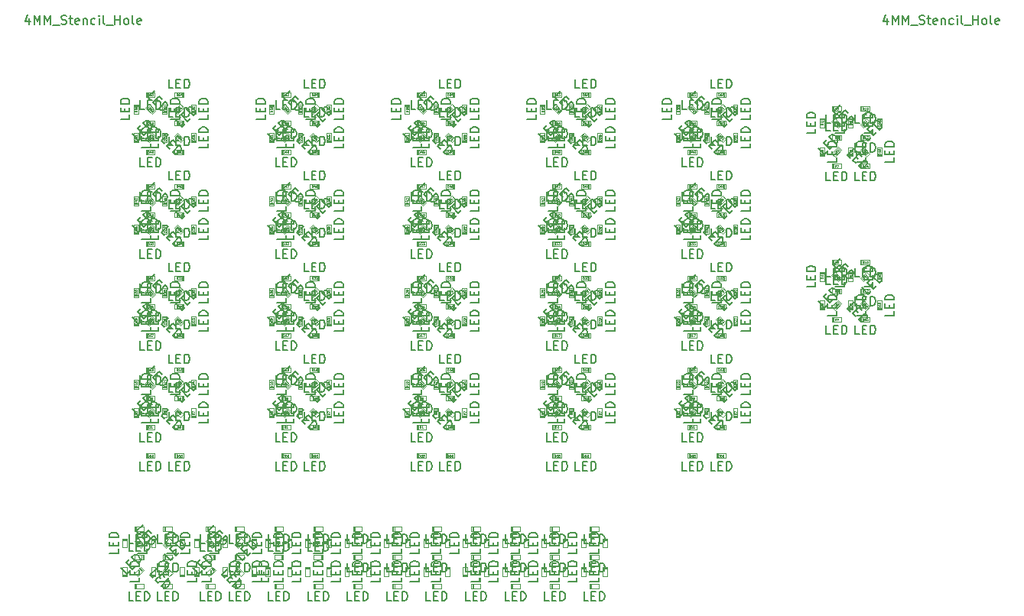
<source format=gbr>
G04 #@! TF.GenerationSoftware,KiCad,Pcbnew,(5.1.9)-1*
G04 #@! TF.CreationDate,2021-02-13T15:05:33-08:00*
G04 #@! TF.ProjectId,ufc_v4_displays_panel,7566635f-7634-45f6-9469-73706c617973,rev?*
G04 #@! TF.SameCoordinates,Original*
G04 #@! TF.FileFunction,Other,Fab,Top*
%FSLAX46Y46*%
G04 Gerber Fmt 4.6, Leading zero omitted, Abs format (unit mm)*
G04 Created by KiCad (PCBNEW (5.1.9)-1) date 2021-02-13 15:05:33*
%MOMM*%
%LPD*%
G01*
G04 APERTURE LIST*
%ADD10C,0.100000*%
%ADD11C,0.150000*%
%ADD12C,0.040000*%
G04 APERTURE END LIST*
D10*
X111714025Y-89792000D02*
X111714025Y-89292000D01*
X111714025Y-89292000D02*
X112714025Y-89292000D01*
X112714025Y-89292000D02*
X112714025Y-89792000D01*
X112714025Y-89792000D02*
X111714025Y-89792000D01*
X111814025Y-89792000D02*
X111814025Y-89292000D01*
X111914025Y-89792000D02*
X111914025Y-89292000D01*
X110773400Y-87654500D02*
X111273400Y-87654500D01*
X110773400Y-87554500D02*
X111273400Y-87554500D01*
X110773400Y-88454500D02*
X110773400Y-87454500D01*
X111273400Y-88454500D02*
X110773400Y-88454500D01*
X111273400Y-87454500D02*
X111273400Y-88454500D01*
X110773400Y-87454500D02*
X111273400Y-87454500D01*
X110773400Y-90629500D02*
X111273400Y-90629500D01*
X111273400Y-90629500D02*
X111273400Y-91629500D01*
X111273400Y-91629500D02*
X110773400Y-91629500D01*
X110773400Y-91629500D02*
X110773400Y-90629500D01*
X110773400Y-90729500D02*
X111273400Y-90729500D01*
X110773400Y-90829500D02*
X111273400Y-90829500D01*
X111914025Y-92967000D02*
X111914025Y-92467000D01*
X111814025Y-92967000D02*
X111814025Y-92467000D01*
X112714025Y-92967000D02*
X111714025Y-92967000D01*
X112714025Y-92467000D02*
X112714025Y-92967000D01*
X111714025Y-92467000D02*
X112714025Y-92467000D01*
X111714025Y-92967000D02*
X111714025Y-92467000D01*
X113154650Y-90629500D02*
X113654650Y-90629500D01*
X113654650Y-90629500D02*
X113654650Y-91629500D01*
X113654650Y-91629500D02*
X113154650Y-91629500D01*
X113154650Y-91629500D02*
X113154650Y-90629500D01*
X113154650Y-90729500D02*
X113654650Y-90729500D01*
X113154650Y-90829500D02*
X113654650Y-90829500D01*
X113154650Y-87654500D02*
X113654650Y-87654500D01*
X113154650Y-87554500D02*
X113654650Y-87554500D01*
X113154650Y-88454500D02*
X113154650Y-87454500D01*
X113654650Y-88454500D02*
X113154650Y-88454500D01*
X113654650Y-87454500D02*
X113654650Y-88454500D01*
X113154650Y-87454500D02*
X113654650Y-87454500D01*
X111714025Y-86617000D02*
X111714025Y-86117000D01*
X111714025Y-86117000D02*
X112714025Y-86117000D01*
X112714025Y-86117000D02*
X112714025Y-86617000D01*
X112714025Y-86617000D02*
X111714025Y-86617000D01*
X111814025Y-86617000D02*
X111814025Y-86117000D01*
X111914025Y-86617000D02*
X111914025Y-86117000D01*
X107548400Y-89792000D02*
X107548400Y-89292000D01*
X107448400Y-89792000D02*
X107448400Y-89292000D01*
X108348400Y-89792000D02*
X107348400Y-89792000D01*
X108348400Y-89292000D02*
X108348400Y-89792000D01*
X107348400Y-89292000D02*
X108348400Y-89292000D01*
X107348400Y-89792000D02*
X107348400Y-89292000D01*
X106407775Y-87454500D02*
X106907775Y-87454500D01*
X106907775Y-87454500D02*
X106907775Y-88454500D01*
X106907775Y-88454500D02*
X106407775Y-88454500D01*
X106407775Y-88454500D02*
X106407775Y-87454500D01*
X106407775Y-87554500D02*
X106907775Y-87554500D01*
X106407775Y-87654500D02*
X106907775Y-87654500D01*
X106407775Y-90829500D02*
X106907775Y-90829500D01*
X106407775Y-90729500D02*
X106907775Y-90729500D01*
X106407775Y-91629500D02*
X106407775Y-90629500D01*
X106907775Y-91629500D02*
X106407775Y-91629500D01*
X106907775Y-90629500D02*
X106907775Y-91629500D01*
X106407775Y-90629500D02*
X106907775Y-90629500D01*
X107348400Y-92967000D02*
X107348400Y-92467000D01*
X107348400Y-92467000D02*
X108348400Y-92467000D01*
X108348400Y-92467000D02*
X108348400Y-92967000D01*
X108348400Y-92967000D02*
X107348400Y-92967000D01*
X107448400Y-92967000D02*
X107448400Y-92467000D01*
X107548400Y-92967000D02*
X107548400Y-92467000D01*
X108789025Y-90829500D02*
X109289025Y-90829500D01*
X108789025Y-90729500D02*
X109289025Y-90729500D01*
X108789025Y-91629500D02*
X108789025Y-90629500D01*
X109289025Y-91629500D02*
X108789025Y-91629500D01*
X109289025Y-90629500D02*
X109289025Y-91629500D01*
X108789025Y-90629500D02*
X109289025Y-90629500D01*
X108789025Y-87454500D02*
X109289025Y-87454500D01*
X109289025Y-87454500D02*
X109289025Y-88454500D01*
X109289025Y-88454500D02*
X108789025Y-88454500D01*
X108789025Y-88454500D02*
X108789025Y-87454500D01*
X108789025Y-87554500D02*
X109289025Y-87554500D01*
X108789025Y-87654500D02*
X109289025Y-87654500D01*
X107548400Y-86617000D02*
X107548400Y-86117000D01*
X107448400Y-86617000D02*
X107448400Y-86117000D01*
X108348400Y-86617000D02*
X107348400Y-86617000D01*
X108348400Y-86117000D02*
X108348400Y-86617000D01*
X107348400Y-86117000D02*
X108348400Y-86117000D01*
X107348400Y-86617000D02*
X107348400Y-86117000D01*
X102982775Y-89792000D02*
X102982775Y-89292000D01*
X102982775Y-89292000D02*
X103982775Y-89292000D01*
X103982775Y-89292000D02*
X103982775Y-89792000D01*
X103982775Y-89792000D02*
X102982775Y-89792000D01*
X103082775Y-89792000D02*
X103082775Y-89292000D01*
X103182775Y-89792000D02*
X103182775Y-89292000D01*
X102042150Y-87654500D02*
X102542150Y-87654500D01*
X102042150Y-87554500D02*
X102542150Y-87554500D01*
X102042150Y-88454500D02*
X102042150Y-87454500D01*
X102542150Y-88454500D02*
X102042150Y-88454500D01*
X102542150Y-87454500D02*
X102542150Y-88454500D01*
X102042150Y-87454500D02*
X102542150Y-87454500D01*
X102042150Y-90629500D02*
X102542150Y-90629500D01*
X102542150Y-90629500D02*
X102542150Y-91629500D01*
X102542150Y-91629500D02*
X102042150Y-91629500D01*
X102042150Y-91629500D02*
X102042150Y-90629500D01*
X102042150Y-90729500D02*
X102542150Y-90729500D01*
X102042150Y-90829500D02*
X102542150Y-90829500D01*
X103182775Y-92967000D02*
X103182775Y-92467000D01*
X103082775Y-92967000D02*
X103082775Y-92467000D01*
X103982775Y-92967000D02*
X102982775Y-92967000D01*
X103982775Y-92467000D02*
X103982775Y-92967000D01*
X102982775Y-92467000D02*
X103982775Y-92467000D01*
X102982775Y-92967000D02*
X102982775Y-92467000D01*
X104423400Y-90629500D02*
X104923400Y-90629500D01*
X104923400Y-90629500D02*
X104923400Y-91629500D01*
X104923400Y-91629500D02*
X104423400Y-91629500D01*
X104423400Y-91629500D02*
X104423400Y-90629500D01*
X104423400Y-90729500D02*
X104923400Y-90729500D01*
X104423400Y-90829500D02*
X104923400Y-90829500D01*
X104423400Y-87654500D02*
X104923400Y-87654500D01*
X104423400Y-87554500D02*
X104923400Y-87554500D01*
X104423400Y-88454500D02*
X104423400Y-87454500D01*
X104923400Y-88454500D02*
X104423400Y-88454500D01*
X104923400Y-87454500D02*
X104923400Y-88454500D01*
X104423400Y-87454500D02*
X104923400Y-87454500D01*
X102982775Y-86617000D02*
X102982775Y-86117000D01*
X102982775Y-86117000D02*
X103982775Y-86117000D01*
X103982775Y-86117000D02*
X103982775Y-86617000D01*
X103982775Y-86617000D02*
X102982775Y-86617000D01*
X103082775Y-86617000D02*
X103082775Y-86117000D01*
X103182775Y-86617000D02*
X103182775Y-86117000D01*
X98817150Y-89792000D02*
X98817150Y-89292000D01*
X98717150Y-89792000D02*
X98717150Y-89292000D01*
X99617150Y-89792000D02*
X98617150Y-89792000D01*
X99617150Y-89292000D02*
X99617150Y-89792000D01*
X98617150Y-89292000D02*
X99617150Y-89292000D01*
X98617150Y-89792000D02*
X98617150Y-89292000D01*
X97676525Y-87454500D02*
X98176525Y-87454500D01*
X98176525Y-87454500D02*
X98176525Y-88454500D01*
X98176525Y-88454500D02*
X97676525Y-88454500D01*
X97676525Y-88454500D02*
X97676525Y-87454500D01*
X97676525Y-87554500D02*
X98176525Y-87554500D01*
X97676525Y-87654500D02*
X98176525Y-87654500D01*
X98176525Y-91629500D02*
X97676525Y-91629500D01*
X97676525Y-91629500D02*
X97676525Y-90629500D01*
X97676525Y-90629500D02*
X98176525Y-90629500D01*
X98176525Y-90629500D02*
X98176525Y-91629500D01*
X98176525Y-91529500D02*
X97676525Y-91529500D01*
X98176525Y-91429500D02*
X97676525Y-91429500D01*
X98817150Y-92967000D02*
X98817150Y-92467000D01*
X98717150Y-92967000D02*
X98717150Y-92467000D01*
X99617150Y-92967000D02*
X98617150Y-92967000D01*
X99617150Y-92467000D02*
X99617150Y-92967000D01*
X98617150Y-92467000D02*
X99617150Y-92467000D01*
X98617150Y-92967000D02*
X98617150Y-92467000D01*
X100057775Y-90629500D02*
X100557775Y-90629500D01*
X100557775Y-90629500D02*
X100557775Y-91629500D01*
X100557775Y-91629500D02*
X100057775Y-91629500D01*
X100057775Y-91629500D02*
X100057775Y-90629500D01*
X100057775Y-90729500D02*
X100557775Y-90729500D01*
X100057775Y-90829500D02*
X100557775Y-90829500D01*
X100057775Y-87654500D02*
X100557775Y-87654500D01*
X100057775Y-87554500D02*
X100557775Y-87554500D01*
X100057775Y-88454500D02*
X100057775Y-87454500D01*
X100557775Y-88454500D02*
X100057775Y-88454500D01*
X100557775Y-87454500D02*
X100557775Y-88454500D01*
X100057775Y-87454500D02*
X100557775Y-87454500D01*
X98617150Y-86617000D02*
X98617150Y-86117000D01*
X98617150Y-86117000D02*
X99617150Y-86117000D01*
X99617150Y-86117000D02*
X99617150Y-86617000D01*
X99617150Y-86617000D02*
X98617150Y-86617000D01*
X98717150Y-86617000D02*
X98717150Y-86117000D01*
X98817150Y-86617000D02*
X98817150Y-86117000D01*
X94451525Y-89792000D02*
X94451525Y-89292000D01*
X94351525Y-89792000D02*
X94351525Y-89292000D01*
X95251525Y-89792000D02*
X94251525Y-89792000D01*
X95251525Y-89292000D02*
X95251525Y-89792000D01*
X94251525Y-89292000D02*
X95251525Y-89292000D01*
X94251525Y-89792000D02*
X94251525Y-89292000D01*
X93310900Y-87454500D02*
X93810900Y-87454500D01*
X93810900Y-87454500D02*
X93810900Y-88454500D01*
X93810900Y-88454500D02*
X93310900Y-88454500D01*
X93310900Y-88454500D02*
X93310900Y-87454500D01*
X93310900Y-87554500D02*
X93810900Y-87554500D01*
X93310900Y-87654500D02*
X93810900Y-87654500D01*
X93310900Y-90829500D02*
X93810900Y-90829500D01*
X93310900Y-90729500D02*
X93810900Y-90729500D01*
X93310900Y-91629500D02*
X93310900Y-90629500D01*
X93810900Y-91629500D02*
X93310900Y-91629500D01*
X93810900Y-90629500D02*
X93810900Y-91629500D01*
X93310900Y-90629500D02*
X93810900Y-90629500D01*
X94251525Y-92967000D02*
X94251525Y-92467000D01*
X94251525Y-92467000D02*
X95251525Y-92467000D01*
X95251525Y-92467000D02*
X95251525Y-92967000D01*
X95251525Y-92967000D02*
X94251525Y-92967000D01*
X94351525Y-92967000D02*
X94351525Y-92467000D01*
X94451525Y-92967000D02*
X94451525Y-92467000D01*
X95692150Y-90829500D02*
X96192150Y-90829500D01*
X95692150Y-90729500D02*
X96192150Y-90729500D01*
X95692150Y-91629500D02*
X95692150Y-90629500D01*
X96192150Y-91629500D02*
X95692150Y-91629500D01*
X96192150Y-90629500D02*
X96192150Y-91629500D01*
X95692150Y-90629500D02*
X96192150Y-90629500D01*
X95692150Y-87454500D02*
X96192150Y-87454500D01*
X96192150Y-87454500D02*
X96192150Y-88454500D01*
X96192150Y-88454500D02*
X95692150Y-88454500D01*
X95692150Y-88454500D02*
X95692150Y-87454500D01*
X95692150Y-87554500D02*
X96192150Y-87554500D01*
X95692150Y-87654500D02*
X96192150Y-87654500D01*
X94451525Y-86617000D02*
X94451525Y-86117000D01*
X94351525Y-86617000D02*
X94351525Y-86117000D01*
X95251525Y-86617000D02*
X94251525Y-86617000D01*
X95251525Y-86117000D02*
X95251525Y-86617000D01*
X94251525Y-86117000D02*
X95251525Y-86117000D01*
X94251525Y-86617000D02*
X94251525Y-86117000D01*
X89885900Y-89792000D02*
X89885900Y-89292000D01*
X89885900Y-89292000D02*
X90885900Y-89292000D01*
X90885900Y-89292000D02*
X90885900Y-89792000D01*
X90885900Y-89792000D02*
X89885900Y-89792000D01*
X89985900Y-89792000D02*
X89985900Y-89292000D01*
X90085900Y-89792000D02*
X90085900Y-89292000D01*
X88945275Y-87654500D02*
X89445275Y-87654500D01*
X88945275Y-87554500D02*
X89445275Y-87554500D01*
X88945275Y-88454500D02*
X88945275Y-87454500D01*
X89445275Y-88454500D02*
X88945275Y-88454500D01*
X89445275Y-87454500D02*
X89445275Y-88454500D01*
X88945275Y-87454500D02*
X89445275Y-87454500D01*
X88945275Y-90629500D02*
X89445275Y-90629500D01*
X89445275Y-90629500D02*
X89445275Y-91629500D01*
X89445275Y-91629500D02*
X88945275Y-91629500D01*
X88945275Y-91629500D02*
X88945275Y-90629500D01*
X88945275Y-90729500D02*
X89445275Y-90729500D01*
X88945275Y-90829500D02*
X89445275Y-90829500D01*
X90085900Y-92967000D02*
X90085900Y-92467000D01*
X89985900Y-92967000D02*
X89985900Y-92467000D01*
X90885900Y-92967000D02*
X89885900Y-92967000D01*
X90885900Y-92467000D02*
X90885900Y-92967000D01*
X89885900Y-92467000D02*
X90885900Y-92467000D01*
X89885900Y-92967000D02*
X89885900Y-92467000D01*
X91326525Y-90629500D02*
X91826525Y-90629500D01*
X91826525Y-90629500D02*
X91826525Y-91629500D01*
X91826525Y-91629500D02*
X91326525Y-91629500D01*
X91326525Y-91629500D02*
X91326525Y-90629500D01*
X91326525Y-90729500D02*
X91826525Y-90729500D01*
X91326525Y-90829500D02*
X91826525Y-90829500D01*
X91326525Y-87654500D02*
X91826525Y-87654500D01*
X91326525Y-87554500D02*
X91826525Y-87554500D01*
X91326525Y-88454500D02*
X91326525Y-87454500D01*
X91826525Y-88454500D02*
X91326525Y-88454500D01*
X91826525Y-87454500D02*
X91826525Y-88454500D01*
X91326525Y-87454500D02*
X91826525Y-87454500D01*
X89885900Y-86617000D02*
X89885900Y-86117000D01*
X89885900Y-86117000D02*
X90885900Y-86117000D01*
X90885900Y-86117000D02*
X90885900Y-86617000D01*
X90885900Y-86617000D02*
X89885900Y-86617000D01*
X89985900Y-86617000D02*
X89985900Y-86117000D01*
X90085900Y-86617000D02*
X90085900Y-86117000D01*
X85720275Y-89792000D02*
X85720275Y-89292000D01*
X85620275Y-89792000D02*
X85620275Y-89292000D01*
X86520275Y-89792000D02*
X85520275Y-89792000D01*
X86520275Y-89292000D02*
X86520275Y-89792000D01*
X85520275Y-89292000D02*
X86520275Y-89292000D01*
X85520275Y-89792000D02*
X85520275Y-89292000D01*
X84579650Y-87454500D02*
X85079650Y-87454500D01*
X85079650Y-87454500D02*
X85079650Y-88454500D01*
X85079650Y-88454500D02*
X84579650Y-88454500D01*
X84579650Y-88454500D02*
X84579650Y-87454500D01*
X84579650Y-87554500D02*
X85079650Y-87554500D01*
X84579650Y-87654500D02*
X85079650Y-87654500D01*
X84579650Y-90829500D02*
X85079650Y-90829500D01*
X84579650Y-90729500D02*
X85079650Y-90729500D01*
X84579650Y-91629500D02*
X84579650Y-90629500D01*
X85079650Y-91629500D02*
X84579650Y-91629500D01*
X85079650Y-90629500D02*
X85079650Y-91629500D01*
X84579650Y-90629500D02*
X85079650Y-90629500D01*
X85520275Y-92967000D02*
X85520275Y-92467000D01*
X85520275Y-92467000D02*
X86520275Y-92467000D01*
X86520275Y-92467000D02*
X86520275Y-92967000D01*
X86520275Y-92967000D02*
X85520275Y-92967000D01*
X85620275Y-92967000D02*
X85620275Y-92467000D01*
X85720275Y-92967000D02*
X85720275Y-92467000D01*
X86960900Y-90829500D02*
X87460900Y-90829500D01*
X86960900Y-90729500D02*
X87460900Y-90729500D01*
X86960900Y-91629500D02*
X86960900Y-90629500D01*
X87460900Y-91629500D02*
X86960900Y-91629500D01*
X87460900Y-90629500D02*
X87460900Y-91629500D01*
X86960900Y-90629500D02*
X87460900Y-90629500D01*
X86960900Y-87454500D02*
X87460900Y-87454500D01*
X87460900Y-87454500D02*
X87460900Y-88454500D01*
X87460900Y-88454500D02*
X86960900Y-88454500D01*
X86960900Y-88454500D02*
X86960900Y-87454500D01*
X86960900Y-87554500D02*
X87460900Y-87554500D01*
X86960900Y-87654500D02*
X87460900Y-87654500D01*
X85720275Y-86617000D02*
X85720275Y-86117000D01*
X85620275Y-86617000D02*
X85620275Y-86117000D01*
X86520275Y-86617000D02*
X85520275Y-86617000D01*
X86520275Y-86117000D02*
X86520275Y-86617000D01*
X85520275Y-86117000D02*
X86520275Y-86117000D01*
X85520275Y-86617000D02*
X85520275Y-86117000D01*
X82154650Y-89292000D02*
X82154650Y-89792000D01*
X82154650Y-89792000D02*
X81154650Y-89792000D01*
X81154650Y-89792000D02*
X81154650Y-89292000D01*
X81154650Y-89292000D02*
X82154650Y-89292000D01*
X82054650Y-89292000D02*
X82054650Y-89792000D01*
X81954650Y-89292000D02*
X81954650Y-89792000D01*
X80214025Y-87654500D02*
X80714025Y-87654500D01*
X80214025Y-87554500D02*
X80714025Y-87554500D01*
X80214025Y-88454500D02*
X80214025Y-87454500D01*
X80714025Y-88454500D02*
X80214025Y-88454500D01*
X80714025Y-87454500D02*
X80714025Y-88454500D01*
X80214025Y-87454500D02*
X80714025Y-87454500D01*
X80214025Y-90629500D02*
X80714025Y-90629500D01*
X80714025Y-90629500D02*
X80714025Y-91629500D01*
X80714025Y-91629500D02*
X80214025Y-91629500D01*
X80214025Y-91629500D02*
X80214025Y-90629500D01*
X80214025Y-90729500D02*
X80714025Y-90729500D01*
X80214025Y-90829500D02*
X80714025Y-90829500D01*
X81354650Y-92967000D02*
X81354650Y-92467000D01*
X81254650Y-92967000D02*
X81254650Y-92467000D01*
X82154650Y-92967000D02*
X81154650Y-92967000D01*
X82154650Y-92467000D02*
X82154650Y-92967000D01*
X81154650Y-92467000D02*
X82154650Y-92467000D01*
X81154650Y-92967000D02*
X81154650Y-92467000D01*
X82595275Y-90629500D02*
X83095275Y-90629500D01*
X83095275Y-90629500D02*
X83095275Y-91629500D01*
X83095275Y-91629500D02*
X82595275Y-91629500D01*
X82595275Y-91629500D02*
X82595275Y-90629500D01*
X82595275Y-90729500D02*
X83095275Y-90729500D01*
X82595275Y-90829500D02*
X83095275Y-90829500D01*
X82595275Y-87654500D02*
X83095275Y-87654500D01*
X82595275Y-87554500D02*
X83095275Y-87554500D01*
X82595275Y-88454500D02*
X82595275Y-87454500D01*
X83095275Y-88454500D02*
X82595275Y-88454500D01*
X83095275Y-87454500D02*
X83095275Y-88454500D01*
X82595275Y-87454500D02*
X83095275Y-87454500D01*
X81154650Y-86617000D02*
X81154650Y-86117000D01*
X81154650Y-86117000D02*
X82154650Y-86117000D01*
X82154650Y-86117000D02*
X82154650Y-86617000D01*
X82154650Y-86617000D02*
X81154650Y-86617000D01*
X81254650Y-86617000D02*
X81254650Y-86117000D01*
X81354650Y-86617000D02*
X81354650Y-86117000D01*
X77589025Y-89292000D02*
X77589025Y-89792000D01*
X77689025Y-89292000D02*
X77689025Y-89792000D01*
X76789025Y-89292000D02*
X77789025Y-89292000D01*
X76789025Y-89792000D02*
X76789025Y-89292000D01*
X77789025Y-89792000D02*
X76789025Y-89792000D01*
X77789025Y-89292000D02*
X77789025Y-89792000D01*
X75848400Y-87454500D02*
X76348400Y-87454500D01*
X76348400Y-87454500D02*
X76348400Y-88454500D01*
X76348400Y-88454500D02*
X75848400Y-88454500D01*
X75848400Y-88454500D02*
X75848400Y-87454500D01*
X75848400Y-87554500D02*
X76348400Y-87554500D01*
X75848400Y-87654500D02*
X76348400Y-87654500D01*
X75848400Y-90829500D02*
X76348400Y-90829500D01*
X75848400Y-90729500D02*
X76348400Y-90729500D01*
X75848400Y-91629500D02*
X75848400Y-90629500D01*
X76348400Y-91629500D02*
X75848400Y-91629500D01*
X76348400Y-90629500D02*
X76348400Y-91629500D01*
X75848400Y-90629500D02*
X76348400Y-90629500D01*
X76789025Y-92967000D02*
X76789025Y-92467000D01*
X76789025Y-92467000D02*
X77789025Y-92467000D01*
X77789025Y-92467000D02*
X77789025Y-92967000D01*
X77789025Y-92967000D02*
X76789025Y-92967000D01*
X76889025Y-92967000D02*
X76889025Y-92467000D01*
X76989025Y-92967000D02*
X76989025Y-92467000D01*
X78229650Y-90829500D02*
X78729650Y-90829500D01*
X78229650Y-90729500D02*
X78729650Y-90729500D01*
X78229650Y-91629500D02*
X78229650Y-90629500D01*
X78729650Y-91629500D02*
X78229650Y-91629500D01*
X78729650Y-90629500D02*
X78729650Y-91629500D01*
X78229650Y-90629500D02*
X78729650Y-90629500D01*
X78229650Y-87454500D02*
X78729650Y-87454500D01*
X78729650Y-87454500D02*
X78729650Y-88454500D01*
X78729650Y-88454500D02*
X78229650Y-88454500D01*
X78229650Y-88454500D02*
X78229650Y-87454500D01*
X78229650Y-87554500D02*
X78729650Y-87554500D01*
X78229650Y-87654500D02*
X78729650Y-87654500D01*
X76989025Y-86617000D02*
X76989025Y-86117000D01*
X76889025Y-86617000D02*
X76889025Y-86117000D01*
X77789025Y-86617000D02*
X76789025Y-86617000D01*
X77789025Y-86117000D02*
X77789025Y-86617000D01*
X76789025Y-86117000D02*
X77789025Y-86117000D01*
X76789025Y-86617000D02*
X76789025Y-86117000D01*
X59987400Y-87454000D02*
X60487400Y-87454000D01*
X60487400Y-87454000D02*
X60487400Y-88454000D01*
X60487400Y-88454000D02*
X59987400Y-88454000D01*
X59987400Y-88454000D02*
X59987400Y-87454000D01*
X59987400Y-87554000D02*
X60487400Y-87554000D01*
X59987400Y-87654000D02*
X60487400Y-87654000D01*
X60487400Y-91629000D02*
X59987400Y-91629000D01*
X59987400Y-91629000D02*
X59987400Y-90629000D01*
X59987400Y-90629000D02*
X60487400Y-90629000D01*
X60487400Y-90629000D02*
X60487400Y-91629000D01*
X60487400Y-91529000D02*
X59987400Y-91529000D01*
X60487400Y-91429000D02*
X59987400Y-91429000D01*
X61524900Y-86616500D02*
X61524900Y-86116500D01*
X61424900Y-86616500D02*
X61424900Y-86116500D01*
X62324900Y-86616500D02*
X61324900Y-86616500D01*
X62324900Y-86116500D02*
X62324900Y-86616500D01*
X61324900Y-86116500D02*
X62324900Y-86116500D01*
X61324900Y-86616500D02*
X61324900Y-86116500D01*
X64499900Y-92966500D02*
X64499900Y-92466500D01*
X64499900Y-92466500D02*
X65499900Y-92466500D01*
X65499900Y-92466500D02*
X65499900Y-92966500D01*
X65499900Y-92966500D02*
X64499900Y-92966500D01*
X64599900Y-92966500D02*
X64599900Y-92466500D01*
X64699900Y-92966500D02*
X64699900Y-92466500D01*
X63162400Y-87454000D02*
X63662400Y-87454000D01*
X63662400Y-87454000D02*
X63662400Y-88454000D01*
X63662400Y-88454000D02*
X63162400Y-88454000D01*
X63162400Y-88454000D02*
X63162400Y-87454000D01*
X63162400Y-87554000D02*
X63662400Y-87554000D01*
X63162400Y-87654000D02*
X63662400Y-87654000D01*
X66837400Y-91629000D02*
X66337400Y-91629000D01*
X66337400Y-91629000D02*
X66337400Y-90629000D01*
X66337400Y-90629000D02*
X66837400Y-90629000D01*
X66837400Y-90629000D02*
X66837400Y-91629000D01*
X66837400Y-91529000D02*
X66337400Y-91529000D01*
X66837400Y-91429000D02*
X66337400Y-91429000D01*
X62001677Y-90598670D02*
X62355230Y-90952223D01*
X62355230Y-90952223D02*
X61648123Y-91659330D01*
X61648123Y-91659330D02*
X61294570Y-91305777D01*
X61294570Y-91305777D02*
X62001677Y-90598670D01*
X61930966Y-90669381D02*
X62284519Y-91022934D01*
X61860255Y-90740091D02*
X62213809Y-91093645D01*
X66337400Y-87654000D02*
X66837400Y-87654000D01*
X66337400Y-87554000D02*
X66837400Y-87554000D01*
X66337400Y-88454000D02*
X66337400Y-87454000D01*
X66837400Y-88454000D02*
X66337400Y-88454000D01*
X66837400Y-87454000D02*
X66837400Y-88454000D01*
X66337400Y-87454000D02*
X66837400Y-87454000D01*
X61524900Y-92966500D02*
X61524900Y-92466500D01*
X61424900Y-92966500D02*
X61424900Y-92466500D01*
X62324900Y-92966500D02*
X61324900Y-92966500D01*
X62324900Y-92466500D02*
X62324900Y-92966500D01*
X61324900Y-92466500D02*
X62324900Y-92466500D01*
X61324900Y-92966500D02*
X61324900Y-92466500D01*
X62124900Y-89291500D02*
X62124900Y-89791500D01*
X62224900Y-89291500D02*
X62224900Y-89791500D01*
X61324900Y-89291500D02*
X62324900Y-89291500D01*
X61324900Y-89791500D02*
X61324900Y-89291500D01*
X62324900Y-89791500D02*
X61324900Y-89791500D01*
X62324900Y-89291500D02*
X62324900Y-89791500D01*
X63662400Y-91629000D02*
X63162400Y-91629000D01*
X63162400Y-91629000D02*
X63162400Y-90629000D01*
X63162400Y-90629000D02*
X63662400Y-90629000D01*
X63662400Y-90629000D02*
X63662400Y-91629000D01*
X63662400Y-91529000D02*
X63162400Y-91529000D01*
X63662400Y-91429000D02*
X63162400Y-91429000D01*
X64499900Y-89791500D02*
X64499900Y-89291500D01*
X64499900Y-89291500D02*
X65499900Y-89291500D01*
X65499900Y-89291500D02*
X65499900Y-89791500D01*
X65499900Y-89791500D02*
X64499900Y-89791500D01*
X64599900Y-89791500D02*
X64599900Y-89291500D01*
X64699900Y-89791500D02*
X64699900Y-89291500D01*
X64499900Y-86616500D02*
X64499900Y-86116500D01*
X64499900Y-86116500D02*
X65499900Y-86116500D01*
X65499900Y-86116500D02*
X65499900Y-86616500D01*
X65499900Y-86616500D02*
X64499900Y-86616500D01*
X64599900Y-86616500D02*
X64599900Y-86116500D01*
X64699900Y-86616500D02*
X64699900Y-86116500D01*
X64610991Y-91093645D02*
X64964545Y-90740091D01*
X64540281Y-91022934D02*
X64893834Y-90669381D01*
X65176677Y-91659330D02*
X64469570Y-90952223D01*
X65530230Y-91305777D02*
X65176677Y-91659330D01*
X64823123Y-90598670D02*
X65530230Y-91305777D01*
X64469570Y-90952223D02*
X64823123Y-90598670D01*
X62355230Y-88130777D02*
X62001677Y-88484330D01*
X62001677Y-88484330D02*
X61294570Y-87777223D01*
X61294570Y-87777223D02*
X61648123Y-87423670D01*
X61648123Y-87423670D02*
X62355230Y-88130777D01*
X62284519Y-88060066D02*
X61930966Y-88413619D01*
X62213809Y-87989355D02*
X61860255Y-88342909D01*
X64964545Y-88342909D02*
X64610991Y-87989355D01*
X64893834Y-88413619D02*
X64540281Y-88060066D01*
X65530230Y-87777223D02*
X64823123Y-88484330D01*
X65176677Y-87423670D02*
X65530230Y-87777223D01*
X64469570Y-88130777D02*
X65176677Y-87423670D01*
X64823123Y-88484330D02*
X64469570Y-88130777D01*
X68410900Y-91429500D02*
X67910900Y-91429500D01*
X68410900Y-91529500D02*
X67910900Y-91529500D01*
X68410900Y-90629500D02*
X68410900Y-91629500D01*
X67910900Y-90629500D02*
X68410900Y-90629500D01*
X67910900Y-91629500D02*
X67910900Y-90629500D01*
X68410900Y-91629500D02*
X67910900Y-91629500D01*
X70278730Y-88131277D02*
X69925177Y-88484830D01*
X69925177Y-88484830D02*
X69218070Y-87777723D01*
X69218070Y-87777723D02*
X69571623Y-87424170D01*
X69571623Y-87424170D02*
X70278730Y-88131277D01*
X70208019Y-88060566D02*
X69854466Y-88414119D01*
X70137309Y-87989855D02*
X69783755Y-88343409D01*
X70048400Y-89292000D02*
X70048400Y-89792000D01*
X70148400Y-89292000D02*
X70148400Y-89792000D01*
X69248400Y-89292000D02*
X70248400Y-89292000D01*
X69248400Y-89792000D02*
X69248400Y-89292000D01*
X70248400Y-89792000D02*
X69248400Y-89792000D01*
X70248400Y-89292000D02*
X70248400Y-89792000D01*
X69248400Y-86617000D02*
X69248400Y-86117000D01*
X69248400Y-86117000D02*
X70248400Y-86117000D01*
X70248400Y-86117000D02*
X70248400Y-86617000D01*
X70248400Y-86617000D02*
X69248400Y-86617000D01*
X69348400Y-86617000D02*
X69348400Y-86117000D01*
X69448400Y-86617000D02*
X69448400Y-86117000D01*
X67910900Y-87454500D02*
X68410900Y-87454500D01*
X68410900Y-87454500D02*
X68410900Y-88454500D01*
X68410900Y-88454500D02*
X67910900Y-88454500D01*
X67910900Y-88454500D02*
X67910900Y-87454500D01*
X67910900Y-87554500D02*
X68410900Y-87554500D01*
X67910900Y-87654500D02*
X68410900Y-87654500D01*
X74760900Y-91629500D02*
X74260900Y-91629500D01*
X74260900Y-91629500D02*
X74260900Y-90629500D01*
X74260900Y-90629500D02*
X74760900Y-90629500D01*
X74760900Y-90629500D02*
X74760900Y-91629500D01*
X74760900Y-91529500D02*
X74260900Y-91529500D01*
X74760900Y-91429500D02*
X74260900Y-91429500D01*
X71585900Y-91429500D02*
X71085900Y-91429500D01*
X71585900Y-91529500D02*
X71085900Y-91529500D01*
X71585900Y-90629500D02*
X71585900Y-91629500D01*
X71085900Y-90629500D02*
X71585900Y-90629500D01*
X71085900Y-91629500D02*
X71085900Y-90629500D01*
X71585900Y-91629500D02*
X71085900Y-91629500D01*
X74260900Y-87654500D02*
X74760900Y-87654500D01*
X74260900Y-87554500D02*
X74760900Y-87554500D01*
X74260900Y-88454500D02*
X74260900Y-87454500D01*
X74760900Y-88454500D02*
X74260900Y-88454500D01*
X74760900Y-87454500D02*
X74760900Y-88454500D01*
X74260900Y-87454500D02*
X74760900Y-87454500D01*
X72423400Y-92967000D02*
X72423400Y-92467000D01*
X72423400Y-92467000D02*
X73423400Y-92467000D01*
X73423400Y-92467000D02*
X73423400Y-92967000D01*
X73423400Y-92967000D02*
X72423400Y-92967000D01*
X72523400Y-92967000D02*
X72523400Y-92467000D01*
X72623400Y-92967000D02*
X72623400Y-92467000D01*
X72888045Y-88343409D02*
X72534491Y-87989855D01*
X72817334Y-88414119D02*
X72463781Y-88060566D01*
X73453730Y-87777723D02*
X72746623Y-88484830D01*
X73100177Y-87424170D02*
X73453730Y-87777723D01*
X72393070Y-88131277D02*
X73100177Y-87424170D01*
X72746623Y-88484830D02*
X72393070Y-88131277D01*
X72534491Y-91094145D02*
X72888045Y-90740591D01*
X72463781Y-91023434D02*
X72817334Y-90669881D01*
X73100177Y-91659830D02*
X72393070Y-90952723D01*
X73453730Y-91306277D02*
X73100177Y-91659830D01*
X72746623Y-90599170D02*
X73453730Y-91306277D01*
X72393070Y-90952723D02*
X72746623Y-90599170D01*
X72423400Y-89792000D02*
X72423400Y-89292000D01*
X72423400Y-89292000D02*
X73423400Y-89292000D01*
X73423400Y-89292000D02*
X73423400Y-89792000D01*
X73423400Y-89792000D02*
X72423400Y-89792000D01*
X72523400Y-89792000D02*
X72523400Y-89292000D01*
X72623400Y-89792000D02*
X72623400Y-89292000D01*
X69925177Y-90599170D02*
X70278730Y-90952723D01*
X70278730Y-90952723D02*
X69571623Y-91659830D01*
X69571623Y-91659830D02*
X69218070Y-91306277D01*
X69218070Y-91306277D02*
X69925177Y-90599170D01*
X69854466Y-90669881D02*
X70208019Y-91023434D01*
X69783755Y-90740591D02*
X70137309Y-91094145D01*
X69448400Y-92967000D02*
X69448400Y-92467000D01*
X69348400Y-92967000D02*
X69348400Y-92467000D01*
X70248400Y-92967000D02*
X69248400Y-92967000D01*
X70248400Y-92467000D02*
X70248400Y-92967000D01*
X69248400Y-92467000D02*
X70248400Y-92467000D01*
X69248400Y-92967000D02*
X69248400Y-92467000D01*
X72423400Y-86617000D02*
X72423400Y-86117000D01*
X72423400Y-86117000D02*
X73423400Y-86117000D01*
X73423400Y-86117000D02*
X73423400Y-86617000D01*
X73423400Y-86617000D02*
X72423400Y-86617000D01*
X72523400Y-86617000D02*
X72523400Y-86117000D01*
X72623400Y-86617000D02*
X72623400Y-86117000D01*
X71085900Y-87454500D02*
X71585900Y-87454500D01*
X71585900Y-87454500D02*
X71585900Y-88454500D01*
X71585900Y-88454500D02*
X71085900Y-88454500D01*
X71085900Y-88454500D02*
X71085900Y-87454500D01*
X71085900Y-87554500D02*
X71585900Y-87554500D01*
X71085900Y-87654500D02*
X71585900Y-87654500D01*
X144045300Y-45110300D02*
X143545300Y-45110300D01*
X143545300Y-45110300D02*
X143545300Y-44110300D01*
X143545300Y-44110300D02*
X144045300Y-44110300D01*
X144045300Y-44110300D02*
X144045300Y-45110300D01*
X144045300Y-45010300D02*
X143545300Y-45010300D01*
X144045300Y-44910300D02*
X143545300Y-44910300D01*
X141707800Y-46447800D02*
X141707800Y-45947800D01*
X141707800Y-45947800D02*
X142707800Y-45947800D01*
X142707800Y-45947800D02*
X142707800Y-46447800D01*
X142707800Y-46447800D02*
X141707800Y-46447800D01*
X141807800Y-46447800D02*
X141807800Y-45947800D01*
X141907800Y-46447800D02*
X141907800Y-45947800D01*
X141818891Y-44574945D02*
X142172445Y-44221391D01*
X141748181Y-44504234D02*
X142101734Y-44150681D01*
X142384577Y-45140630D02*
X141677470Y-44433523D01*
X142738130Y-44787077D02*
X142384577Y-45140630D01*
X142031023Y-44079970D02*
X142738130Y-44787077D01*
X141677470Y-44433523D02*
X142031023Y-44079970D01*
X137695300Y-45110300D02*
X137195300Y-45110300D01*
X137195300Y-45110300D02*
X137195300Y-44110300D01*
X137195300Y-44110300D02*
X137695300Y-44110300D01*
X137695300Y-44110300D02*
X137695300Y-45110300D01*
X137695300Y-45010300D02*
X137195300Y-45010300D01*
X137695300Y-44910300D02*
X137195300Y-44910300D01*
X139209577Y-44079970D02*
X139563130Y-44433523D01*
X139563130Y-44433523D02*
X138856023Y-45140630D01*
X138856023Y-45140630D02*
X138502470Y-44787077D01*
X138502470Y-44787077D02*
X139209577Y-44079970D01*
X139138866Y-44150681D02*
X139492419Y-44504234D01*
X139068155Y-44221391D02*
X139421709Y-44574945D01*
X139563130Y-41612077D02*
X139209577Y-41965630D01*
X139209577Y-41965630D02*
X138502470Y-41258523D01*
X138502470Y-41258523D02*
X138856023Y-40904970D01*
X138856023Y-40904970D02*
X139563130Y-41612077D01*
X139492419Y-41541366D02*
X139138866Y-41894919D01*
X139421709Y-41470655D02*
X139068155Y-41824209D01*
X142172445Y-41824209D02*
X141818891Y-41470655D01*
X142101734Y-41894919D02*
X141748181Y-41541366D01*
X142738130Y-41258523D02*
X142031023Y-41965630D01*
X142384577Y-40904970D02*
X142738130Y-41258523D01*
X141677470Y-41612077D02*
X142384577Y-40904970D01*
X142031023Y-41965630D02*
X141677470Y-41612077D01*
X140370300Y-40935300D02*
X140870300Y-40935300D01*
X140870300Y-40935300D02*
X140870300Y-41935300D01*
X140870300Y-41935300D02*
X140370300Y-41935300D01*
X140370300Y-41935300D02*
X140370300Y-40935300D01*
X140370300Y-41035300D02*
X140870300Y-41035300D01*
X140370300Y-41135300D02*
X140870300Y-41135300D01*
X137195300Y-40935300D02*
X137695300Y-40935300D01*
X137695300Y-40935300D02*
X137695300Y-41935300D01*
X137695300Y-41935300D02*
X137195300Y-41935300D01*
X137195300Y-41935300D02*
X137195300Y-40935300D01*
X137195300Y-41035300D02*
X137695300Y-41035300D01*
X137195300Y-41135300D02*
X137695300Y-41135300D01*
X141707800Y-43272800D02*
X141707800Y-42772800D01*
X141707800Y-42772800D02*
X142707800Y-42772800D01*
X142707800Y-42772800D02*
X142707800Y-43272800D01*
X142707800Y-43272800D02*
X141707800Y-43272800D01*
X141807800Y-43272800D02*
X141807800Y-42772800D01*
X141907800Y-43272800D02*
X141907800Y-42772800D01*
X141707800Y-40097800D02*
X141707800Y-39597800D01*
X141707800Y-39597800D02*
X142707800Y-39597800D01*
X142707800Y-39597800D02*
X142707800Y-40097800D01*
X142707800Y-40097800D02*
X141707800Y-40097800D01*
X141807800Y-40097800D02*
X141807800Y-39597800D01*
X141907800Y-40097800D02*
X141907800Y-39597800D01*
X140870300Y-45110300D02*
X140370300Y-45110300D01*
X140370300Y-45110300D02*
X140370300Y-44110300D01*
X140370300Y-44110300D02*
X140870300Y-44110300D01*
X140870300Y-44110300D02*
X140870300Y-45110300D01*
X140870300Y-45010300D02*
X140370300Y-45010300D01*
X140870300Y-44910300D02*
X140370300Y-44910300D01*
X139332800Y-42772800D02*
X139332800Y-43272800D01*
X139432800Y-42772800D02*
X139432800Y-43272800D01*
X138532800Y-42772800D02*
X139532800Y-42772800D01*
X138532800Y-43272800D02*
X138532800Y-42772800D01*
X139532800Y-43272800D02*
X138532800Y-43272800D01*
X139532800Y-42772800D02*
X139532800Y-43272800D01*
X138732800Y-40097800D02*
X138732800Y-39597800D01*
X138632800Y-40097800D02*
X138632800Y-39597800D01*
X139532800Y-40097800D02*
X138532800Y-40097800D01*
X139532800Y-39597800D02*
X139532800Y-40097800D01*
X138532800Y-39597800D02*
X139532800Y-39597800D01*
X138532800Y-40097800D02*
X138532800Y-39597800D01*
X143545300Y-41135300D02*
X144045300Y-41135300D01*
X143545300Y-41035300D02*
X144045300Y-41035300D01*
X143545300Y-41935300D02*
X143545300Y-40935300D01*
X144045300Y-41935300D02*
X143545300Y-41935300D01*
X144045300Y-40935300D02*
X144045300Y-41935300D01*
X143545300Y-40935300D02*
X144045300Y-40935300D01*
X138732800Y-46447800D02*
X138732800Y-45947800D01*
X138632800Y-46447800D02*
X138632800Y-45947800D01*
X139532800Y-46447800D02*
X138532800Y-46447800D01*
X139532800Y-45947800D02*
X139532800Y-46447800D01*
X138532800Y-45947800D02*
X139532800Y-45947800D01*
X138532800Y-46447800D02*
X138532800Y-45947800D01*
X144045300Y-61915600D02*
X143545300Y-61915600D01*
X144045300Y-62015600D02*
X143545300Y-62015600D01*
X144045300Y-61115600D02*
X144045300Y-62115600D01*
X143545300Y-61115600D02*
X144045300Y-61115600D01*
X143545300Y-62115600D02*
X143545300Y-61115600D01*
X144045300Y-62115600D02*
X143545300Y-62115600D01*
X141907800Y-63453100D02*
X141907800Y-62953100D01*
X141807800Y-63453100D02*
X141807800Y-62953100D01*
X142707800Y-63453100D02*
X141707800Y-63453100D01*
X142707800Y-62953100D02*
X142707800Y-63453100D01*
X141707800Y-62953100D02*
X142707800Y-62953100D01*
X141707800Y-63453100D02*
X141707800Y-62953100D01*
X141677470Y-61438823D02*
X142031023Y-61085270D01*
X142031023Y-61085270D02*
X142738130Y-61792377D01*
X142738130Y-61792377D02*
X142384577Y-62145930D01*
X142384577Y-62145930D02*
X141677470Y-61438823D01*
X141748181Y-61509534D02*
X142101734Y-61155981D01*
X141818891Y-61580245D02*
X142172445Y-61226691D01*
X137695300Y-61915600D02*
X137195300Y-61915600D01*
X137695300Y-62015600D02*
X137195300Y-62015600D01*
X137695300Y-61115600D02*
X137695300Y-62115600D01*
X137195300Y-61115600D02*
X137695300Y-61115600D01*
X137195300Y-62115600D02*
X137195300Y-61115600D01*
X137695300Y-62115600D02*
X137195300Y-62115600D01*
X139068155Y-61226691D02*
X139421709Y-61580245D01*
X139138866Y-61155981D02*
X139492419Y-61509534D01*
X138502470Y-61792377D02*
X139209577Y-61085270D01*
X138856023Y-62145930D02*
X138502470Y-61792377D01*
X139563130Y-61438823D02*
X138856023Y-62145930D01*
X139209577Y-61085270D02*
X139563130Y-61438823D01*
X139421709Y-58475955D02*
X139068155Y-58829509D01*
X139492419Y-58546666D02*
X139138866Y-58900219D01*
X138856023Y-57910270D02*
X139563130Y-58617377D01*
X138502470Y-58263823D02*
X138856023Y-57910270D01*
X139209577Y-58970930D02*
X138502470Y-58263823D01*
X139563130Y-58617377D02*
X139209577Y-58970930D01*
X142031023Y-58970930D02*
X141677470Y-58617377D01*
X141677470Y-58617377D02*
X142384577Y-57910270D01*
X142384577Y-57910270D02*
X142738130Y-58263823D01*
X142738130Y-58263823D02*
X142031023Y-58970930D01*
X142101734Y-58900219D02*
X141748181Y-58546666D01*
X142172445Y-58829509D02*
X141818891Y-58475955D01*
X140370300Y-58140600D02*
X140870300Y-58140600D01*
X140370300Y-58040600D02*
X140870300Y-58040600D01*
X140370300Y-58940600D02*
X140370300Y-57940600D01*
X140870300Y-58940600D02*
X140370300Y-58940600D01*
X140870300Y-57940600D02*
X140870300Y-58940600D01*
X140370300Y-57940600D02*
X140870300Y-57940600D01*
X137195300Y-58140600D02*
X137695300Y-58140600D01*
X137195300Y-58040600D02*
X137695300Y-58040600D01*
X137195300Y-58940600D02*
X137195300Y-57940600D01*
X137695300Y-58940600D02*
X137195300Y-58940600D01*
X137695300Y-57940600D02*
X137695300Y-58940600D01*
X137195300Y-57940600D02*
X137695300Y-57940600D01*
X141907800Y-60278100D02*
X141907800Y-59778100D01*
X141807800Y-60278100D02*
X141807800Y-59778100D01*
X142707800Y-60278100D02*
X141707800Y-60278100D01*
X142707800Y-59778100D02*
X142707800Y-60278100D01*
X141707800Y-59778100D02*
X142707800Y-59778100D01*
X141707800Y-60278100D02*
X141707800Y-59778100D01*
X141907800Y-57103100D02*
X141907800Y-56603100D01*
X141807800Y-57103100D02*
X141807800Y-56603100D01*
X142707800Y-57103100D02*
X141707800Y-57103100D01*
X142707800Y-56603100D02*
X142707800Y-57103100D01*
X141707800Y-56603100D02*
X142707800Y-56603100D01*
X141707800Y-57103100D02*
X141707800Y-56603100D01*
X140870300Y-61915600D02*
X140370300Y-61915600D01*
X140870300Y-62015600D02*
X140370300Y-62015600D01*
X140870300Y-61115600D02*
X140870300Y-62115600D01*
X140370300Y-61115600D02*
X140870300Y-61115600D01*
X140370300Y-62115600D02*
X140370300Y-61115600D01*
X140870300Y-62115600D02*
X140370300Y-62115600D01*
X139532800Y-59778100D02*
X139532800Y-60278100D01*
X139532800Y-60278100D02*
X138532800Y-60278100D01*
X138532800Y-60278100D02*
X138532800Y-59778100D01*
X138532800Y-59778100D02*
X139532800Y-59778100D01*
X139432800Y-59778100D02*
X139432800Y-60278100D01*
X139332800Y-59778100D02*
X139332800Y-60278100D01*
X138532800Y-57103100D02*
X138532800Y-56603100D01*
X138532800Y-56603100D02*
X139532800Y-56603100D01*
X139532800Y-56603100D02*
X139532800Y-57103100D01*
X139532800Y-57103100D02*
X138532800Y-57103100D01*
X138632800Y-57103100D02*
X138632800Y-56603100D01*
X138732800Y-57103100D02*
X138732800Y-56603100D01*
X143545300Y-57940600D02*
X144045300Y-57940600D01*
X144045300Y-57940600D02*
X144045300Y-58940600D01*
X144045300Y-58940600D02*
X143545300Y-58940600D01*
X143545300Y-58940600D02*
X143545300Y-57940600D01*
X143545300Y-58040600D02*
X144045300Y-58040600D01*
X143545300Y-58140600D02*
X144045300Y-58140600D01*
X138532800Y-63453100D02*
X138532800Y-62953100D01*
X138532800Y-62953100D02*
X139532800Y-62953100D01*
X139532800Y-62953100D02*
X139532800Y-63453100D01*
X139532800Y-63453100D02*
X138532800Y-63453100D01*
X138632800Y-63453100D02*
X138632800Y-62953100D01*
X138732800Y-63453100D02*
X138732800Y-62953100D01*
X122777780Y-75373760D02*
X122777780Y-74873760D01*
X122677780Y-75373760D02*
X122677780Y-74873760D01*
X123577780Y-75373760D02*
X122577780Y-75373760D01*
X123577780Y-74873760D02*
X123577780Y-75373760D01*
X122577780Y-74873760D02*
X123577780Y-74873760D01*
X122577780Y-75373760D02*
X122577780Y-74873760D01*
X126552780Y-74873760D02*
X126552780Y-75373760D01*
X126652780Y-74873760D02*
X126652780Y-75373760D01*
X125752780Y-74873760D02*
X126752780Y-74873760D01*
X125752780Y-75373760D02*
X125752780Y-74873760D01*
X126752780Y-75373760D02*
X125752780Y-75373760D01*
X126752780Y-74873760D02*
X126752780Y-75373760D01*
X121740280Y-74035760D02*
X121240280Y-74035760D01*
X121240280Y-74035760D02*
X121240280Y-73035760D01*
X121240280Y-73035760D02*
X121740280Y-73035760D01*
X121740280Y-73035760D02*
X121740280Y-74035760D01*
X121740280Y-73935760D02*
X121240280Y-73935760D01*
X121740280Y-73835760D02*
X121240280Y-73835760D01*
X123113135Y-73146851D02*
X123466689Y-73500405D01*
X123183846Y-73076141D02*
X123537399Y-73429694D01*
X122547450Y-73712537D02*
X123254557Y-73005430D01*
X122901003Y-74066090D02*
X122547450Y-73712537D01*
X123608110Y-73358983D02*
X122901003Y-74066090D01*
X123254557Y-73005430D02*
X123608110Y-73358983D01*
X124415280Y-73035760D02*
X124915280Y-73035760D01*
X124915280Y-73035760D02*
X124915280Y-74035760D01*
X124915280Y-74035760D02*
X124415280Y-74035760D01*
X124415280Y-74035760D02*
X124415280Y-73035760D01*
X124415280Y-73135760D02*
X124915280Y-73135760D01*
X124415280Y-73235760D02*
X124915280Y-73235760D01*
X125863871Y-73500405D02*
X126217425Y-73146851D01*
X125793161Y-73429694D02*
X126146714Y-73076141D01*
X126429557Y-74066090D02*
X125722450Y-73358983D01*
X126783110Y-73712537D02*
X126429557Y-74066090D01*
X126076003Y-73005430D02*
X126783110Y-73712537D01*
X125722450Y-73358983D02*
X126076003Y-73005430D01*
X128090280Y-74035760D02*
X127590280Y-74035760D01*
X127590280Y-74035760D02*
X127590280Y-73035760D01*
X127590280Y-73035760D02*
X128090280Y-73035760D01*
X128090280Y-73035760D02*
X128090280Y-74035760D01*
X128090280Y-73935760D02*
X127590280Y-73935760D01*
X128090280Y-73835760D02*
X127590280Y-73835760D01*
X122777780Y-72197760D02*
X122777780Y-71697760D01*
X122677780Y-72197760D02*
X122677780Y-71697760D01*
X123577780Y-72197760D02*
X122577780Y-72197760D01*
X123577780Y-71697760D02*
X123577780Y-72197760D01*
X122577780Y-71697760D02*
X123577780Y-71697760D01*
X122577780Y-72197760D02*
X122577780Y-71697760D01*
X126552780Y-71697760D02*
X126552780Y-72197760D01*
X126652780Y-71697760D02*
X126652780Y-72197760D01*
X125752780Y-71697760D02*
X126752780Y-71697760D01*
X125752780Y-72197760D02*
X125752780Y-71697760D01*
X126752780Y-72197760D02*
X125752780Y-72197760D01*
X126752780Y-71697760D02*
X126752780Y-72197760D01*
X121740280Y-70660760D02*
X121240280Y-70660760D01*
X121740280Y-70760760D02*
X121240280Y-70760760D01*
X121740280Y-69860760D02*
X121740280Y-70860760D01*
X121240280Y-69860760D02*
X121740280Y-69860760D01*
X121240280Y-70860760D02*
X121240280Y-69860760D01*
X121740280Y-70860760D02*
X121240280Y-70860760D01*
X123608110Y-70537537D02*
X123254557Y-70891090D01*
X123254557Y-70891090D02*
X122547450Y-70183983D01*
X122547450Y-70183983D02*
X122901003Y-69830430D01*
X122901003Y-69830430D02*
X123608110Y-70537537D01*
X123537399Y-70466826D02*
X123183846Y-70820379D01*
X123466689Y-70396115D02*
X123113135Y-70749669D01*
X124915280Y-70660760D02*
X124415280Y-70660760D01*
X124915280Y-70760760D02*
X124415280Y-70760760D01*
X124915280Y-69860760D02*
X124915280Y-70860760D01*
X124415280Y-69860760D02*
X124915280Y-69860760D01*
X124415280Y-70860760D02*
X124415280Y-69860760D01*
X124915280Y-70860760D02*
X124415280Y-70860760D01*
X126076003Y-70891090D02*
X125722450Y-70537537D01*
X125722450Y-70537537D02*
X126429557Y-69830430D01*
X126429557Y-69830430D02*
X126783110Y-70183983D01*
X126783110Y-70183983D02*
X126076003Y-70891090D01*
X126146714Y-70820379D02*
X125793161Y-70466826D01*
X126217425Y-70749669D02*
X125863871Y-70396115D01*
X128090280Y-70660760D02*
X127590280Y-70660760D01*
X128090280Y-70760760D02*
X127590280Y-70760760D01*
X128090280Y-69860760D02*
X128090280Y-70860760D01*
X127590280Y-69860760D02*
X128090280Y-69860760D01*
X127590280Y-70860760D02*
X127590280Y-69860760D01*
X128090280Y-70860760D02*
X127590280Y-70860760D01*
X122577780Y-69023760D02*
X122577780Y-68523760D01*
X122577780Y-68523760D02*
X123577780Y-68523760D01*
X123577780Y-68523760D02*
X123577780Y-69023760D01*
X123577780Y-69023760D02*
X122577780Y-69023760D01*
X122677780Y-69023760D02*
X122677780Y-68523760D01*
X122777780Y-69023760D02*
X122777780Y-68523760D01*
X126552780Y-68523760D02*
X126552780Y-69023760D01*
X126652780Y-68523760D02*
X126652780Y-69023760D01*
X125752780Y-68523760D02*
X126752780Y-68523760D01*
X125752780Y-69023760D02*
X125752780Y-68523760D01*
X126752780Y-69023760D02*
X125752780Y-69023760D01*
X126752780Y-68523760D02*
X126752780Y-69023760D01*
X122577780Y-65213760D02*
X122577780Y-64713760D01*
X122577780Y-64713760D02*
X123577780Y-64713760D01*
X123577780Y-64713760D02*
X123577780Y-65213760D01*
X123577780Y-65213760D02*
X122577780Y-65213760D01*
X122677780Y-65213760D02*
X122677780Y-64713760D01*
X122777780Y-65213760D02*
X122777780Y-64713760D01*
X126552780Y-64713760D02*
X126552780Y-65213760D01*
X126652780Y-64713760D02*
X126652780Y-65213760D01*
X125752780Y-64713760D02*
X126752780Y-64713760D01*
X125752780Y-65213760D02*
X125752780Y-64713760D01*
X126752780Y-65213760D02*
X125752780Y-65213760D01*
X126752780Y-64713760D02*
X126752780Y-65213760D01*
X121740280Y-63875760D02*
X121240280Y-63875760D01*
X121240280Y-63875760D02*
X121240280Y-62875760D01*
X121240280Y-62875760D02*
X121740280Y-62875760D01*
X121740280Y-62875760D02*
X121740280Y-63875760D01*
X121740280Y-63775760D02*
X121240280Y-63775760D01*
X121740280Y-63675760D02*
X121240280Y-63675760D01*
X123254557Y-62845430D02*
X123608110Y-63198983D01*
X123608110Y-63198983D02*
X122901003Y-63906090D01*
X122901003Y-63906090D02*
X122547450Y-63552537D01*
X122547450Y-63552537D02*
X123254557Y-62845430D01*
X123183846Y-62916141D02*
X123537399Y-63269694D01*
X123113135Y-62986851D02*
X123466689Y-63340405D01*
X124415280Y-63075760D02*
X124915280Y-63075760D01*
X124415280Y-62975760D02*
X124915280Y-62975760D01*
X124415280Y-63875760D02*
X124415280Y-62875760D01*
X124915280Y-63875760D02*
X124415280Y-63875760D01*
X124915280Y-62875760D02*
X124915280Y-63875760D01*
X124415280Y-62875760D02*
X124915280Y-62875760D01*
X125722450Y-63198983D02*
X126076003Y-62845430D01*
X126076003Y-62845430D02*
X126783110Y-63552537D01*
X126783110Y-63552537D02*
X126429557Y-63906090D01*
X126429557Y-63906090D02*
X125722450Y-63198983D01*
X125793161Y-63269694D02*
X126146714Y-62916141D01*
X125863871Y-63340405D02*
X126217425Y-62986851D01*
X128090280Y-63675760D02*
X127590280Y-63675760D01*
X128090280Y-63775760D02*
X127590280Y-63775760D01*
X128090280Y-62875760D02*
X128090280Y-63875760D01*
X127590280Y-62875760D02*
X128090280Y-62875760D01*
X127590280Y-63875760D02*
X127590280Y-62875760D01*
X128090280Y-63875760D02*
X127590280Y-63875760D01*
X122577780Y-62037760D02*
X122577780Y-61537760D01*
X122577780Y-61537760D02*
X123577780Y-61537760D01*
X123577780Y-61537760D02*
X123577780Y-62037760D01*
X123577780Y-62037760D02*
X122577780Y-62037760D01*
X122677780Y-62037760D02*
X122677780Y-61537760D01*
X122777780Y-62037760D02*
X122777780Y-61537760D01*
X126552780Y-61537760D02*
X126552780Y-62037760D01*
X126652780Y-61537760D02*
X126652780Y-62037760D01*
X125752780Y-61537760D02*
X126752780Y-61537760D01*
X125752780Y-62037760D02*
X125752780Y-61537760D01*
X126752780Y-62037760D02*
X125752780Y-62037760D01*
X126752780Y-61537760D02*
X126752780Y-62037760D01*
X121740280Y-60700760D02*
X121240280Y-60700760D01*
X121240280Y-60700760D02*
X121240280Y-59700760D01*
X121240280Y-59700760D02*
X121740280Y-59700760D01*
X121740280Y-59700760D02*
X121740280Y-60700760D01*
X121740280Y-60600760D02*
X121240280Y-60600760D01*
X121740280Y-60500760D02*
X121240280Y-60500760D01*
X123466689Y-60236115D02*
X123113135Y-60589669D01*
X123537399Y-60306826D02*
X123183846Y-60660379D01*
X122901003Y-59670430D02*
X123608110Y-60377537D01*
X122547450Y-60023983D02*
X122901003Y-59670430D01*
X123254557Y-60731090D02*
X122547450Y-60023983D01*
X123608110Y-60377537D02*
X123254557Y-60731090D01*
X124915280Y-60700760D02*
X124415280Y-60700760D01*
X124415280Y-60700760D02*
X124415280Y-59700760D01*
X124415280Y-59700760D02*
X124915280Y-59700760D01*
X124915280Y-59700760D02*
X124915280Y-60700760D01*
X124915280Y-60600760D02*
X124415280Y-60600760D01*
X124915280Y-60500760D02*
X124415280Y-60500760D01*
X126217425Y-60589669D02*
X125863871Y-60236115D01*
X126146714Y-60660379D02*
X125793161Y-60306826D01*
X126783110Y-60023983D02*
X126076003Y-60731090D01*
X126429557Y-59670430D02*
X126783110Y-60023983D01*
X125722450Y-60377537D02*
X126429557Y-59670430D01*
X126076003Y-60731090D02*
X125722450Y-60377537D01*
X128090280Y-60700760D02*
X127590280Y-60700760D01*
X127590280Y-60700760D02*
X127590280Y-59700760D01*
X127590280Y-59700760D02*
X128090280Y-59700760D01*
X128090280Y-59700760D02*
X128090280Y-60700760D01*
X128090280Y-60600760D02*
X127590280Y-60600760D01*
X128090280Y-60500760D02*
X127590280Y-60500760D01*
X122777780Y-58863760D02*
X122777780Y-58363760D01*
X122677780Y-58863760D02*
X122677780Y-58363760D01*
X123577780Y-58863760D02*
X122577780Y-58863760D01*
X123577780Y-58363760D02*
X123577780Y-58863760D01*
X122577780Y-58363760D02*
X123577780Y-58363760D01*
X122577780Y-58863760D02*
X122577780Y-58363760D01*
X126752780Y-58363760D02*
X126752780Y-58863760D01*
X126752780Y-58863760D02*
X125752780Y-58863760D01*
X125752780Y-58863760D02*
X125752780Y-58363760D01*
X125752780Y-58363760D02*
X126752780Y-58363760D01*
X126652780Y-58363760D02*
X126652780Y-58863760D01*
X126552780Y-58363760D02*
X126552780Y-58863760D01*
X122577780Y-55053760D02*
X122577780Y-54553760D01*
X122577780Y-54553760D02*
X123577780Y-54553760D01*
X123577780Y-54553760D02*
X123577780Y-55053760D01*
X123577780Y-55053760D02*
X122577780Y-55053760D01*
X122677780Y-55053760D02*
X122677780Y-54553760D01*
X122777780Y-55053760D02*
X122777780Y-54553760D01*
X126552780Y-54553760D02*
X126552780Y-55053760D01*
X126652780Y-54553760D02*
X126652780Y-55053760D01*
X125752780Y-54553760D02*
X126752780Y-54553760D01*
X125752780Y-55053760D02*
X125752780Y-54553760D01*
X126752780Y-55053760D02*
X125752780Y-55053760D01*
X126752780Y-54553760D02*
X126752780Y-55053760D01*
X121740280Y-53715760D02*
X121240280Y-53715760D01*
X121240280Y-53715760D02*
X121240280Y-52715760D01*
X121240280Y-52715760D02*
X121740280Y-52715760D01*
X121740280Y-52715760D02*
X121740280Y-53715760D01*
X121740280Y-53615760D02*
X121240280Y-53615760D01*
X121740280Y-53515760D02*
X121240280Y-53515760D01*
X123113135Y-52826851D02*
X123466689Y-53180405D01*
X123183846Y-52756141D02*
X123537399Y-53109694D01*
X122547450Y-53392537D02*
X123254557Y-52685430D01*
X122901003Y-53746090D02*
X122547450Y-53392537D01*
X123608110Y-53038983D02*
X122901003Y-53746090D01*
X123254557Y-52685430D02*
X123608110Y-53038983D01*
X124415280Y-52715760D02*
X124915280Y-52715760D01*
X124915280Y-52715760D02*
X124915280Y-53715760D01*
X124915280Y-53715760D02*
X124415280Y-53715760D01*
X124415280Y-53715760D02*
X124415280Y-52715760D01*
X124415280Y-52815760D02*
X124915280Y-52815760D01*
X124415280Y-52915760D02*
X124915280Y-52915760D01*
X125863871Y-53180405D02*
X126217425Y-52826851D01*
X125793161Y-53109694D02*
X126146714Y-52756141D01*
X126429557Y-53746090D02*
X125722450Y-53038983D01*
X126783110Y-53392537D02*
X126429557Y-53746090D01*
X126076003Y-52685430D02*
X126783110Y-53392537D01*
X125722450Y-53038983D02*
X126076003Y-52685430D01*
X128090280Y-53715760D02*
X127590280Y-53715760D01*
X127590280Y-53715760D02*
X127590280Y-52715760D01*
X127590280Y-52715760D02*
X128090280Y-52715760D01*
X128090280Y-52715760D02*
X128090280Y-53715760D01*
X128090280Y-53615760D02*
X127590280Y-53615760D01*
X128090280Y-53515760D02*
X127590280Y-53515760D01*
X122777780Y-51877760D02*
X122777780Y-51377760D01*
X122677780Y-51877760D02*
X122677780Y-51377760D01*
X123577780Y-51877760D02*
X122577780Y-51877760D01*
X123577780Y-51377760D02*
X123577780Y-51877760D01*
X122577780Y-51377760D02*
X123577780Y-51377760D01*
X122577780Y-51877760D02*
X122577780Y-51377760D01*
X126752780Y-51377760D02*
X126752780Y-51877760D01*
X126752780Y-51877760D02*
X125752780Y-51877760D01*
X125752780Y-51877760D02*
X125752780Y-51377760D01*
X125752780Y-51377760D02*
X126752780Y-51377760D01*
X126652780Y-51377760D02*
X126652780Y-51877760D01*
X126552780Y-51377760D02*
X126552780Y-51877760D01*
X121740280Y-50540760D02*
X121240280Y-50540760D01*
X121240280Y-50540760D02*
X121240280Y-49540760D01*
X121240280Y-49540760D02*
X121740280Y-49540760D01*
X121740280Y-49540760D02*
X121740280Y-50540760D01*
X121740280Y-50440760D02*
X121240280Y-50440760D01*
X121740280Y-50340760D02*
X121240280Y-50340760D01*
X123608110Y-50217537D02*
X123254557Y-50571090D01*
X123254557Y-50571090D02*
X122547450Y-49863983D01*
X122547450Y-49863983D02*
X122901003Y-49510430D01*
X122901003Y-49510430D02*
X123608110Y-50217537D01*
X123537399Y-50146826D02*
X123183846Y-50500379D01*
X123466689Y-50076115D02*
X123113135Y-50429669D01*
X124915280Y-50340760D02*
X124415280Y-50340760D01*
X124915280Y-50440760D02*
X124415280Y-50440760D01*
X124915280Y-49540760D02*
X124915280Y-50540760D01*
X124415280Y-49540760D02*
X124915280Y-49540760D01*
X124415280Y-50540760D02*
X124415280Y-49540760D01*
X124915280Y-50540760D02*
X124415280Y-50540760D01*
X126076003Y-50571090D02*
X125722450Y-50217537D01*
X125722450Y-50217537D02*
X126429557Y-49510430D01*
X126429557Y-49510430D02*
X126783110Y-49863983D01*
X126783110Y-49863983D02*
X126076003Y-50571090D01*
X126146714Y-50500379D02*
X125793161Y-50146826D01*
X126217425Y-50429669D02*
X125863871Y-50076115D01*
X128090280Y-50340760D02*
X127590280Y-50340760D01*
X128090280Y-50440760D02*
X127590280Y-50440760D01*
X128090280Y-49540760D02*
X128090280Y-50540760D01*
X127590280Y-49540760D02*
X128090280Y-49540760D01*
X127590280Y-50540760D02*
X127590280Y-49540760D01*
X128090280Y-50540760D02*
X127590280Y-50540760D01*
X122577780Y-48703760D02*
X122577780Y-48203760D01*
X122577780Y-48203760D02*
X123577780Y-48203760D01*
X123577780Y-48203760D02*
X123577780Y-48703760D01*
X123577780Y-48703760D02*
X122577780Y-48703760D01*
X122677780Y-48703760D02*
X122677780Y-48203760D01*
X122777780Y-48703760D02*
X122777780Y-48203760D01*
X126552780Y-48203760D02*
X126552780Y-48703760D01*
X126652780Y-48203760D02*
X126652780Y-48703760D01*
X125752780Y-48203760D02*
X126752780Y-48203760D01*
X125752780Y-48703760D02*
X125752780Y-48203760D01*
X126752780Y-48703760D02*
X125752780Y-48703760D01*
X126752780Y-48203760D02*
X126752780Y-48703760D01*
X122577780Y-44893760D02*
X122577780Y-44393760D01*
X122577780Y-44393760D02*
X123577780Y-44393760D01*
X123577780Y-44393760D02*
X123577780Y-44893760D01*
X123577780Y-44893760D02*
X122577780Y-44893760D01*
X122677780Y-44893760D02*
X122677780Y-44393760D01*
X122777780Y-44893760D02*
X122777780Y-44393760D01*
X126552780Y-44393760D02*
X126552780Y-44893760D01*
X126652780Y-44393760D02*
X126652780Y-44893760D01*
X125752780Y-44393760D02*
X126752780Y-44393760D01*
X125752780Y-44893760D02*
X125752780Y-44393760D01*
X126752780Y-44893760D02*
X125752780Y-44893760D01*
X126752780Y-44393760D02*
X126752780Y-44893760D01*
X121740280Y-43355760D02*
X121240280Y-43355760D01*
X121740280Y-43455760D02*
X121240280Y-43455760D01*
X121740280Y-42555760D02*
X121740280Y-43555760D01*
X121240280Y-42555760D02*
X121740280Y-42555760D01*
X121240280Y-43555760D02*
X121240280Y-42555760D01*
X121740280Y-43555760D02*
X121240280Y-43555760D01*
X123254557Y-42525430D02*
X123608110Y-42878983D01*
X123608110Y-42878983D02*
X122901003Y-43586090D01*
X122901003Y-43586090D02*
X122547450Y-43232537D01*
X122547450Y-43232537D02*
X123254557Y-42525430D01*
X123183846Y-42596141D02*
X123537399Y-42949694D01*
X123113135Y-42666851D02*
X123466689Y-43020405D01*
X124415280Y-42755760D02*
X124915280Y-42755760D01*
X124415280Y-42655760D02*
X124915280Y-42655760D01*
X124415280Y-43555760D02*
X124415280Y-42555760D01*
X124915280Y-43555760D02*
X124415280Y-43555760D01*
X124915280Y-42555760D02*
X124915280Y-43555760D01*
X124415280Y-42555760D02*
X124915280Y-42555760D01*
X125722450Y-42878983D02*
X126076003Y-42525430D01*
X126076003Y-42525430D02*
X126783110Y-43232537D01*
X126783110Y-43232537D02*
X126429557Y-43586090D01*
X126429557Y-43586090D02*
X125722450Y-42878983D01*
X125793161Y-42949694D02*
X126146714Y-42596141D01*
X125863871Y-43020405D02*
X126217425Y-42666851D01*
X128090280Y-43355760D02*
X127590280Y-43355760D01*
X128090280Y-43455760D02*
X127590280Y-43455760D01*
X128090280Y-42555760D02*
X128090280Y-43555760D01*
X127590280Y-42555760D02*
X128090280Y-42555760D01*
X127590280Y-43555760D02*
X127590280Y-42555760D01*
X128090280Y-43555760D02*
X127590280Y-43555760D01*
X122577780Y-41717760D02*
X122577780Y-41217760D01*
X122577780Y-41217760D02*
X123577780Y-41217760D01*
X123577780Y-41217760D02*
X123577780Y-41717760D01*
X123577780Y-41717760D02*
X122577780Y-41717760D01*
X122677780Y-41717760D02*
X122677780Y-41217760D01*
X122777780Y-41717760D02*
X122777780Y-41217760D01*
X126552780Y-41217760D02*
X126552780Y-41717760D01*
X126652780Y-41217760D02*
X126652780Y-41717760D01*
X125752780Y-41217760D02*
X126752780Y-41217760D01*
X125752780Y-41717760D02*
X125752780Y-41217760D01*
X126752780Y-41717760D02*
X125752780Y-41717760D01*
X126752780Y-41217760D02*
X126752780Y-41717760D01*
X121240280Y-39380760D02*
X121740280Y-39380760D01*
X121740280Y-39380760D02*
X121740280Y-40380760D01*
X121740280Y-40380760D02*
X121240280Y-40380760D01*
X121240280Y-40380760D02*
X121240280Y-39380760D01*
X121240280Y-39480760D02*
X121740280Y-39480760D01*
X121240280Y-39580760D02*
X121740280Y-39580760D01*
X123466689Y-39916115D02*
X123113135Y-40269669D01*
X123537399Y-39986826D02*
X123183846Y-40340379D01*
X122901003Y-39350430D02*
X123608110Y-40057537D01*
X122547450Y-39703983D02*
X122901003Y-39350430D01*
X123254557Y-40411090D02*
X122547450Y-39703983D01*
X123608110Y-40057537D02*
X123254557Y-40411090D01*
X124915280Y-40380760D02*
X124415280Y-40380760D01*
X124415280Y-40380760D02*
X124415280Y-39380760D01*
X124415280Y-39380760D02*
X124915280Y-39380760D01*
X124915280Y-39380760D02*
X124915280Y-40380760D01*
X124915280Y-40280760D02*
X124415280Y-40280760D01*
X124915280Y-40180760D02*
X124415280Y-40180760D01*
X126217425Y-40269669D02*
X125863871Y-39916115D01*
X126146714Y-40340379D02*
X125793161Y-39986826D01*
X126783110Y-39703983D02*
X126076003Y-40411090D01*
X126429557Y-39350430D02*
X126783110Y-39703983D01*
X125722450Y-40057537D02*
X126429557Y-39350430D01*
X126076003Y-40411090D02*
X125722450Y-40057537D01*
X128090280Y-40380760D02*
X127590280Y-40380760D01*
X127590280Y-40380760D02*
X127590280Y-39380760D01*
X127590280Y-39380760D02*
X128090280Y-39380760D01*
X128090280Y-39380760D02*
X128090280Y-40380760D01*
X128090280Y-40280760D02*
X127590280Y-40280760D01*
X128090280Y-40180760D02*
X127590280Y-40180760D01*
X122777780Y-38543760D02*
X122777780Y-38043760D01*
X122677780Y-38543760D02*
X122677780Y-38043760D01*
X123577780Y-38543760D02*
X122577780Y-38543760D01*
X123577780Y-38043760D02*
X123577780Y-38543760D01*
X122577780Y-38043760D02*
X123577780Y-38043760D01*
X122577780Y-38543760D02*
X122577780Y-38043760D01*
X126752780Y-38043760D02*
X126752780Y-38543760D01*
X126752780Y-38543760D02*
X125752780Y-38543760D01*
X125752780Y-38543760D02*
X125752780Y-38043760D01*
X125752780Y-38043760D02*
X126752780Y-38043760D01*
X126652780Y-38043760D02*
X126652780Y-38543760D01*
X126552780Y-38043760D02*
X126552780Y-38543760D01*
X122777780Y-78547760D02*
X122777780Y-78047760D01*
X122677780Y-78547760D02*
X122677780Y-78047760D01*
X123577780Y-78547760D02*
X122577780Y-78547760D01*
X123577780Y-78047760D02*
X123577780Y-78547760D01*
X122577780Y-78047760D02*
X123577780Y-78047760D01*
X122577780Y-78547760D02*
X122577780Y-78047760D01*
X125752780Y-78547760D02*
X125752780Y-78047760D01*
X125752780Y-78047760D02*
X126752780Y-78047760D01*
X126752780Y-78047760D02*
X126752780Y-78547760D01*
X126752780Y-78547760D02*
X125752780Y-78547760D01*
X125852780Y-78547760D02*
X125852780Y-78047760D01*
X125952780Y-78547760D02*
X125952780Y-78047760D01*
X107781620Y-75373760D02*
X107781620Y-74873760D01*
X107681620Y-75373760D02*
X107681620Y-74873760D01*
X108581620Y-75373760D02*
X107581620Y-75373760D01*
X108581620Y-74873760D02*
X108581620Y-75373760D01*
X107581620Y-74873760D02*
X108581620Y-74873760D01*
X107581620Y-75373760D02*
X107581620Y-74873760D01*
X111556620Y-74873760D02*
X111556620Y-75373760D01*
X111656620Y-74873760D02*
X111656620Y-75373760D01*
X110756620Y-74873760D02*
X111756620Y-74873760D01*
X110756620Y-75373760D02*
X110756620Y-74873760D01*
X111756620Y-75373760D02*
X110756620Y-75373760D01*
X111756620Y-74873760D02*
X111756620Y-75373760D01*
X106744120Y-74035760D02*
X106244120Y-74035760D01*
X106244120Y-74035760D02*
X106244120Y-73035760D01*
X106244120Y-73035760D02*
X106744120Y-73035760D01*
X106744120Y-73035760D02*
X106744120Y-74035760D01*
X106744120Y-73935760D02*
X106244120Y-73935760D01*
X106744120Y-73835760D02*
X106244120Y-73835760D01*
X108116975Y-73146851D02*
X108470529Y-73500405D01*
X108187686Y-73076141D02*
X108541239Y-73429694D01*
X107551290Y-73712537D02*
X108258397Y-73005430D01*
X107904843Y-74066090D02*
X107551290Y-73712537D01*
X108611950Y-73358983D02*
X107904843Y-74066090D01*
X108258397Y-73005430D02*
X108611950Y-73358983D01*
X109419120Y-73035760D02*
X109919120Y-73035760D01*
X109919120Y-73035760D02*
X109919120Y-74035760D01*
X109919120Y-74035760D02*
X109419120Y-74035760D01*
X109419120Y-74035760D02*
X109419120Y-73035760D01*
X109419120Y-73135760D02*
X109919120Y-73135760D01*
X109419120Y-73235760D02*
X109919120Y-73235760D01*
X110867711Y-73500405D02*
X111221265Y-73146851D01*
X110797001Y-73429694D02*
X111150554Y-73076141D01*
X111433397Y-74066090D02*
X110726290Y-73358983D01*
X111786950Y-73712537D02*
X111433397Y-74066090D01*
X111079843Y-73005430D02*
X111786950Y-73712537D01*
X110726290Y-73358983D02*
X111079843Y-73005430D01*
X113094120Y-74035760D02*
X112594120Y-74035760D01*
X112594120Y-74035760D02*
X112594120Y-73035760D01*
X112594120Y-73035760D02*
X113094120Y-73035760D01*
X113094120Y-73035760D02*
X113094120Y-74035760D01*
X113094120Y-73935760D02*
X112594120Y-73935760D01*
X113094120Y-73835760D02*
X112594120Y-73835760D01*
X107781620Y-72197760D02*
X107781620Y-71697760D01*
X107681620Y-72197760D02*
X107681620Y-71697760D01*
X108581620Y-72197760D02*
X107581620Y-72197760D01*
X108581620Y-71697760D02*
X108581620Y-72197760D01*
X107581620Y-71697760D02*
X108581620Y-71697760D01*
X107581620Y-72197760D02*
X107581620Y-71697760D01*
X111556620Y-71697760D02*
X111556620Y-72197760D01*
X111656620Y-71697760D02*
X111656620Y-72197760D01*
X110756620Y-71697760D02*
X111756620Y-71697760D01*
X110756620Y-72197760D02*
X110756620Y-71697760D01*
X111756620Y-72197760D02*
X110756620Y-72197760D01*
X111756620Y-71697760D02*
X111756620Y-72197760D01*
X106744120Y-70660760D02*
X106244120Y-70660760D01*
X106744120Y-70760760D02*
X106244120Y-70760760D01*
X106744120Y-69860760D02*
X106744120Y-70860760D01*
X106244120Y-69860760D02*
X106744120Y-69860760D01*
X106244120Y-70860760D02*
X106244120Y-69860760D01*
X106744120Y-70860760D02*
X106244120Y-70860760D01*
X108611950Y-70537537D02*
X108258397Y-70891090D01*
X108258397Y-70891090D02*
X107551290Y-70183983D01*
X107551290Y-70183983D02*
X107904843Y-69830430D01*
X107904843Y-69830430D02*
X108611950Y-70537537D01*
X108541239Y-70466826D02*
X108187686Y-70820379D01*
X108470529Y-70396115D02*
X108116975Y-70749669D01*
X109919120Y-70660760D02*
X109419120Y-70660760D01*
X109919120Y-70760760D02*
X109419120Y-70760760D01*
X109919120Y-69860760D02*
X109919120Y-70860760D01*
X109419120Y-69860760D02*
X109919120Y-69860760D01*
X109419120Y-70860760D02*
X109419120Y-69860760D01*
X109919120Y-70860760D02*
X109419120Y-70860760D01*
X111079843Y-70891090D02*
X110726290Y-70537537D01*
X110726290Y-70537537D02*
X111433397Y-69830430D01*
X111433397Y-69830430D02*
X111786950Y-70183983D01*
X111786950Y-70183983D02*
X111079843Y-70891090D01*
X111150554Y-70820379D02*
X110797001Y-70466826D01*
X111221265Y-70749669D02*
X110867711Y-70396115D01*
X113094120Y-70660760D02*
X112594120Y-70660760D01*
X113094120Y-70760760D02*
X112594120Y-70760760D01*
X113094120Y-69860760D02*
X113094120Y-70860760D01*
X112594120Y-69860760D02*
X113094120Y-69860760D01*
X112594120Y-70860760D02*
X112594120Y-69860760D01*
X113094120Y-70860760D02*
X112594120Y-70860760D01*
X107581620Y-69023760D02*
X107581620Y-68523760D01*
X107581620Y-68523760D02*
X108581620Y-68523760D01*
X108581620Y-68523760D02*
X108581620Y-69023760D01*
X108581620Y-69023760D02*
X107581620Y-69023760D01*
X107681620Y-69023760D02*
X107681620Y-68523760D01*
X107781620Y-69023760D02*
X107781620Y-68523760D01*
X111556620Y-68523760D02*
X111556620Y-69023760D01*
X111656620Y-68523760D02*
X111656620Y-69023760D01*
X110756620Y-68523760D02*
X111756620Y-68523760D01*
X110756620Y-69023760D02*
X110756620Y-68523760D01*
X111756620Y-69023760D02*
X110756620Y-69023760D01*
X111756620Y-68523760D02*
X111756620Y-69023760D01*
X107581620Y-65213760D02*
X107581620Y-64713760D01*
X107581620Y-64713760D02*
X108581620Y-64713760D01*
X108581620Y-64713760D02*
X108581620Y-65213760D01*
X108581620Y-65213760D02*
X107581620Y-65213760D01*
X107681620Y-65213760D02*
X107681620Y-64713760D01*
X107781620Y-65213760D02*
X107781620Y-64713760D01*
X111556620Y-64713760D02*
X111556620Y-65213760D01*
X111656620Y-64713760D02*
X111656620Y-65213760D01*
X110756620Y-64713760D02*
X111756620Y-64713760D01*
X110756620Y-65213760D02*
X110756620Y-64713760D01*
X111756620Y-65213760D02*
X110756620Y-65213760D01*
X111756620Y-64713760D02*
X111756620Y-65213760D01*
X106744120Y-63875760D02*
X106244120Y-63875760D01*
X106244120Y-63875760D02*
X106244120Y-62875760D01*
X106244120Y-62875760D02*
X106744120Y-62875760D01*
X106744120Y-62875760D02*
X106744120Y-63875760D01*
X106744120Y-63775760D02*
X106244120Y-63775760D01*
X106744120Y-63675760D02*
X106244120Y-63675760D01*
X108258397Y-62845430D02*
X108611950Y-63198983D01*
X108611950Y-63198983D02*
X107904843Y-63906090D01*
X107904843Y-63906090D02*
X107551290Y-63552537D01*
X107551290Y-63552537D02*
X108258397Y-62845430D01*
X108187686Y-62916141D02*
X108541239Y-63269694D01*
X108116975Y-62986851D02*
X108470529Y-63340405D01*
X109419120Y-63075760D02*
X109919120Y-63075760D01*
X109419120Y-62975760D02*
X109919120Y-62975760D01*
X109419120Y-63875760D02*
X109419120Y-62875760D01*
X109919120Y-63875760D02*
X109419120Y-63875760D01*
X109919120Y-62875760D02*
X109919120Y-63875760D01*
X109419120Y-62875760D02*
X109919120Y-62875760D01*
X110726290Y-63198983D02*
X111079843Y-62845430D01*
X111079843Y-62845430D02*
X111786950Y-63552537D01*
X111786950Y-63552537D02*
X111433397Y-63906090D01*
X111433397Y-63906090D02*
X110726290Y-63198983D01*
X110797001Y-63269694D02*
X111150554Y-62916141D01*
X110867711Y-63340405D02*
X111221265Y-62986851D01*
X113094120Y-63675760D02*
X112594120Y-63675760D01*
X113094120Y-63775760D02*
X112594120Y-63775760D01*
X113094120Y-62875760D02*
X113094120Y-63875760D01*
X112594120Y-62875760D02*
X113094120Y-62875760D01*
X112594120Y-63875760D02*
X112594120Y-62875760D01*
X113094120Y-63875760D02*
X112594120Y-63875760D01*
X107581620Y-62037760D02*
X107581620Y-61537760D01*
X107581620Y-61537760D02*
X108581620Y-61537760D01*
X108581620Y-61537760D02*
X108581620Y-62037760D01*
X108581620Y-62037760D02*
X107581620Y-62037760D01*
X107681620Y-62037760D02*
X107681620Y-61537760D01*
X107781620Y-62037760D02*
X107781620Y-61537760D01*
X111556620Y-61537760D02*
X111556620Y-62037760D01*
X111656620Y-61537760D02*
X111656620Y-62037760D01*
X110756620Y-61537760D02*
X111756620Y-61537760D01*
X110756620Y-62037760D02*
X110756620Y-61537760D01*
X111756620Y-62037760D02*
X110756620Y-62037760D01*
X111756620Y-61537760D02*
X111756620Y-62037760D01*
X106744120Y-60700760D02*
X106244120Y-60700760D01*
X106244120Y-60700760D02*
X106244120Y-59700760D01*
X106244120Y-59700760D02*
X106744120Y-59700760D01*
X106744120Y-59700760D02*
X106744120Y-60700760D01*
X106744120Y-60600760D02*
X106244120Y-60600760D01*
X106744120Y-60500760D02*
X106244120Y-60500760D01*
X108470529Y-60236115D02*
X108116975Y-60589669D01*
X108541239Y-60306826D02*
X108187686Y-60660379D01*
X107904843Y-59670430D02*
X108611950Y-60377537D01*
X107551290Y-60023983D02*
X107904843Y-59670430D01*
X108258397Y-60731090D02*
X107551290Y-60023983D01*
X108611950Y-60377537D02*
X108258397Y-60731090D01*
X109919120Y-60700760D02*
X109419120Y-60700760D01*
X109419120Y-60700760D02*
X109419120Y-59700760D01*
X109419120Y-59700760D02*
X109919120Y-59700760D01*
X109919120Y-59700760D02*
X109919120Y-60700760D01*
X109919120Y-60600760D02*
X109419120Y-60600760D01*
X109919120Y-60500760D02*
X109419120Y-60500760D01*
X111221265Y-60589669D02*
X110867711Y-60236115D01*
X111150554Y-60660379D02*
X110797001Y-60306826D01*
X111786950Y-60023983D02*
X111079843Y-60731090D01*
X111433397Y-59670430D02*
X111786950Y-60023983D01*
X110726290Y-60377537D02*
X111433397Y-59670430D01*
X111079843Y-60731090D02*
X110726290Y-60377537D01*
X113094120Y-60700760D02*
X112594120Y-60700760D01*
X112594120Y-60700760D02*
X112594120Y-59700760D01*
X112594120Y-59700760D02*
X113094120Y-59700760D01*
X113094120Y-59700760D02*
X113094120Y-60700760D01*
X113094120Y-60600760D02*
X112594120Y-60600760D01*
X113094120Y-60500760D02*
X112594120Y-60500760D01*
X107781620Y-58863760D02*
X107781620Y-58363760D01*
X107681620Y-58863760D02*
X107681620Y-58363760D01*
X108581620Y-58863760D02*
X107581620Y-58863760D01*
X108581620Y-58363760D02*
X108581620Y-58863760D01*
X107581620Y-58363760D02*
X108581620Y-58363760D01*
X107581620Y-58863760D02*
X107581620Y-58363760D01*
X111756620Y-58363760D02*
X111756620Y-58863760D01*
X111756620Y-58863760D02*
X110756620Y-58863760D01*
X110756620Y-58863760D02*
X110756620Y-58363760D01*
X110756620Y-58363760D02*
X111756620Y-58363760D01*
X111656620Y-58363760D02*
X111656620Y-58863760D01*
X111556620Y-58363760D02*
X111556620Y-58863760D01*
X107581620Y-55053760D02*
X107581620Y-54553760D01*
X107581620Y-54553760D02*
X108581620Y-54553760D01*
X108581620Y-54553760D02*
X108581620Y-55053760D01*
X108581620Y-55053760D02*
X107581620Y-55053760D01*
X107681620Y-55053760D02*
X107681620Y-54553760D01*
X107781620Y-55053760D02*
X107781620Y-54553760D01*
X111556620Y-54553760D02*
X111556620Y-55053760D01*
X111656620Y-54553760D02*
X111656620Y-55053760D01*
X110756620Y-54553760D02*
X111756620Y-54553760D01*
X110756620Y-55053760D02*
X110756620Y-54553760D01*
X111756620Y-55053760D02*
X110756620Y-55053760D01*
X111756620Y-54553760D02*
X111756620Y-55053760D01*
X106744120Y-53715760D02*
X106244120Y-53715760D01*
X106244120Y-53715760D02*
X106244120Y-52715760D01*
X106244120Y-52715760D02*
X106744120Y-52715760D01*
X106744120Y-52715760D02*
X106744120Y-53715760D01*
X106744120Y-53615760D02*
X106244120Y-53615760D01*
X106744120Y-53515760D02*
X106244120Y-53515760D01*
X108116975Y-52826851D02*
X108470529Y-53180405D01*
X108187686Y-52756141D02*
X108541239Y-53109694D01*
X107551290Y-53392537D02*
X108258397Y-52685430D01*
X107904843Y-53746090D02*
X107551290Y-53392537D01*
X108611950Y-53038983D02*
X107904843Y-53746090D01*
X108258397Y-52685430D02*
X108611950Y-53038983D01*
X109419120Y-52715760D02*
X109919120Y-52715760D01*
X109919120Y-52715760D02*
X109919120Y-53715760D01*
X109919120Y-53715760D02*
X109419120Y-53715760D01*
X109419120Y-53715760D02*
X109419120Y-52715760D01*
X109419120Y-52815760D02*
X109919120Y-52815760D01*
X109419120Y-52915760D02*
X109919120Y-52915760D01*
X110867711Y-53180405D02*
X111221265Y-52826851D01*
X110797001Y-53109694D02*
X111150554Y-52756141D01*
X111433397Y-53746090D02*
X110726290Y-53038983D01*
X111786950Y-53392537D02*
X111433397Y-53746090D01*
X111079843Y-52685430D02*
X111786950Y-53392537D01*
X110726290Y-53038983D02*
X111079843Y-52685430D01*
X113094120Y-53715760D02*
X112594120Y-53715760D01*
X112594120Y-53715760D02*
X112594120Y-52715760D01*
X112594120Y-52715760D02*
X113094120Y-52715760D01*
X113094120Y-52715760D02*
X113094120Y-53715760D01*
X113094120Y-53615760D02*
X112594120Y-53615760D01*
X113094120Y-53515760D02*
X112594120Y-53515760D01*
X107781620Y-51877760D02*
X107781620Y-51377760D01*
X107681620Y-51877760D02*
X107681620Y-51377760D01*
X108581620Y-51877760D02*
X107581620Y-51877760D01*
X108581620Y-51377760D02*
X108581620Y-51877760D01*
X107581620Y-51377760D02*
X108581620Y-51377760D01*
X107581620Y-51877760D02*
X107581620Y-51377760D01*
X111756620Y-51377760D02*
X111756620Y-51877760D01*
X111756620Y-51877760D02*
X110756620Y-51877760D01*
X110756620Y-51877760D02*
X110756620Y-51377760D01*
X110756620Y-51377760D02*
X111756620Y-51377760D01*
X111656620Y-51377760D02*
X111656620Y-51877760D01*
X111556620Y-51377760D02*
X111556620Y-51877760D01*
X106744120Y-50540760D02*
X106244120Y-50540760D01*
X106244120Y-50540760D02*
X106244120Y-49540760D01*
X106244120Y-49540760D02*
X106744120Y-49540760D01*
X106744120Y-49540760D02*
X106744120Y-50540760D01*
X106744120Y-50440760D02*
X106244120Y-50440760D01*
X106744120Y-50340760D02*
X106244120Y-50340760D01*
X108611950Y-50217537D02*
X108258397Y-50571090D01*
X108258397Y-50571090D02*
X107551290Y-49863983D01*
X107551290Y-49863983D02*
X107904843Y-49510430D01*
X107904843Y-49510430D02*
X108611950Y-50217537D01*
X108541239Y-50146826D02*
X108187686Y-50500379D01*
X108470529Y-50076115D02*
X108116975Y-50429669D01*
X109919120Y-50340760D02*
X109419120Y-50340760D01*
X109919120Y-50440760D02*
X109419120Y-50440760D01*
X109919120Y-49540760D02*
X109919120Y-50540760D01*
X109419120Y-49540760D02*
X109919120Y-49540760D01*
X109419120Y-50540760D02*
X109419120Y-49540760D01*
X109919120Y-50540760D02*
X109419120Y-50540760D01*
X111079843Y-50571090D02*
X110726290Y-50217537D01*
X110726290Y-50217537D02*
X111433397Y-49510430D01*
X111433397Y-49510430D02*
X111786950Y-49863983D01*
X111786950Y-49863983D02*
X111079843Y-50571090D01*
X111150554Y-50500379D02*
X110797001Y-50146826D01*
X111221265Y-50429669D02*
X110867711Y-50076115D01*
X113094120Y-50340760D02*
X112594120Y-50340760D01*
X113094120Y-50440760D02*
X112594120Y-50440760D01*
X113094120Y-49540760D02*
X113094120Y-50540760D01*
X112594120Y-49540760D02*
X113094120Y-49540760D01*
X112594120Y-50540760D02*
X112594120Y-49540760D01*
X113094120Y-50540760D02*
X112594120Y-50540760D01*
X107581620Y-48703760D02*
X107581620Y-48203760D01*
X107581620Y-48203760D02*
X108581620Y-48203760D01*
X108581620Y-48203760D02*
X108581620Y-48703760D01*
X108581620Y-48703760D02*
X107581620Y-48703760D01*
X107681620Y-48703760D02*
X107681620Y-48203760D01*
X107781620Y-48703760D02*
X107781620Y-48203760D01*
X111556620Y-48203760D02*
X111556620Y-48703760D01*
X111656620Y-48203760D02*
X111656620Y-48703760D01*
X110756620Y-48203760D02*
X111756620Y-48203760D01*
X110756620Y-48703760D02*
X110756620Y-48203760D01*
X111756620Y-48703760D02*
X110756620Y-48703760D01*
X111756620Y-48203760D02*
X111756620Y-48703760D01*
X107581620Y-44893760D02*
X107581620Y-44393760D01*
X107581620Y-44393760D02*
X108581620Y-44393760D01*
X108581620Y-44393760D02*
X108581620Y-44893760D01*
X108581620Y-44893760D02*
X107581620Y-44893760D01*
X107681620Y-44893760D02*
X107681620Y-44393760D01*
X107781620Y-44893760D02*
X107781620Y-44393760D01*
X111556620Y-44393760D02*
X111556620Y-44893760D01*
X111656620Y-44393760D02*
X111656620Y-44893760D01*
X110756620Y-44393760D02*
X111756620Y-44393760D01*
X110756620Y-44893760D02*
X110756620Y-44393760D01*
X111756620Y-44893760D02*
X110756620Y-44893760D01*
X111756620Y-44393760D02*
X111756620Y-44893760D01*
X106744120Y-43355760D02*
X106244120Y-43355760D01*
X106744120Y-43455760D02*
X106244120Y-43455760D01*
X106744120Y-42555760D02*
X106744120Y-43555760D01*
X106244120Y-42555760D02*
X106744120Y-42555760D01*
X106244120Y-43555760D02*
X106244120Y-42555760D01*
X106744120Y-43555760D02*
X106244120Y-43555760D01*
X108258397Y-42525430D02*
X108611950Y-42878983D01*
X108611950Y-42878983D02*
X107904843Y-43586090D01*
X107904843Y-43586090D02*
X107551290Y-43232537D01*
X107551290Y-43232537D02*
X108258397Y-42525430D01*
X108187686Y-42596141D02*
X108541239Y-42949694D01*
X108116975Y-42666851D02*
X108470529Y-43020405D01*
X109419120Y-42755760D02*
X109919120Y-42755760D01*
X109419120Y-42655760D02*
X109919120Y-42655760D01*
X109419120Y-43555760D02*
X109419120Y-42555760D01*
X109919120Y-43555760D02*
X109419120Y-43555760D01*
X109919120Y-42555760D02*
X109919120Y-43555760D01*
X109419120Y-42555760D02*
X109919120Y-42555760D01*
X110726290Y-42878983D02*
X111079843Y-42525430D01*
X111079843Y-42525430D02*
X111786950Y-43232537D01*
X111786950Y-43232537D02*
X111433397Y-43586090D01*
X111433397Y-43586090D02*
X110726290Y-42878983D01*
X110797001Y-42949694D02*
X111150554Y-42596141D01*
X110867711Y-43020405D02*
X111221265Y-42666851D01*
X113094120Y-43355760D02*
X112594120Y-43355760D01*
X113094120Y-43455760D02*
X112594120Y-43455760D01*
X113094120Y-42555760D02*
X113094120Y-43555760D01*
X112594120Y-42555760D02*
X113094120Y-42555760D01*
X112594120Y-43555760D02*
X112594120Y-42555760D01*
X113094120Y-43555760D02*
X112594120Y-43555760D01*
X107581620Y-41717760D02*
X107581620Y-41217760D01*
X107581620Y-41217760D02*
X108581620Y-41217760D01*
X108581620Y-41217760D02*
X108581620Y-41717760D01*
X108581620Y-41717760D02*
X107581620Y-41717760D01*
X107681620Y-41717760D02*
X107681620Y-41217760D01*
X107781620Y-41717760D02*
X107781620Y-41217760D01*
X111556620Y-41217760D02*
X111556620Y-41717760D01*
X111656620Y-41217760D02*
X111656620Y-41717760D01*
X110756620Y-41217760D02*
X111756620Y-41217760D01*
X110756620Y-41717760D02*
X110756620Y-41217760D01*
X111756620Y-41717760D02*
X110756620Y-41717760D01*
X111756620Y-41217760D02*
X111756620Y-41717760D01*
X106244120Y-39380760D02*
X106744120Y-39380760D01*
X106744120Y-39380760D02*
X106744120Y-40380760D01*
X106744120Y-40380760D02*
X106244120Y-40380760D01*
X106244120Y-40380760D02*
X106244120Y-39380760D01*
X106244120Y-39480760D02*
X106744120Y-39480760D01*
X106244120Y-39580760D02*
X106744120Y-39580760D01*
X108470529Y-39916115D02*
X108116975Y-40269669D01*
X108541239Y-39986826D02*
X108187686Y-40340379D01*
X107904843Y-39350430D02*
X108611950Y-40057537D01*
X107551290Y-39703983D02*
X107904843Y-39350430D01*
X108258397Y-40411090D02*
X107551290Y-39703983D01*
X108611950Y-40057537D02*
X108258397Y-40411090D01*
X109919120Y-40380760D02*
X109419120Y-40380760D01*
X109419120Y-40380760D02*
X109419120Y-39380760D01*
X109419120Y-39380760D02*
X109919120Y-39380760D01*
X109919120Y-39380760D02*
X109919120Y-40380760D01*
X109919120Y-40280760D02*
X109419120Y-40280760D01*
X109919120Y-40180760D02*
X109419120Y-40180760D01*
X111221265Y-40269669D02*
X110867711Y-39916115D01*
X111150554Y-40340379D02*
X110797001Y-39986826D01*
X111786950Y-39703983D02*
X111079843Y-40411090D01*
X111433397Y-39350430D02*
X111786950Y-39703983D01*
X110726290Y-40057537D02*
X111433397Y-39350430D01*
X111079843Y-40411090D02*
X110726290Y-40057537D01*
X113094120Y-40380760D02*
X112594120Y-40380760D01*
X112594120Y-40380760D02*
X112594120Y-39380760D01*
X112594120Y-39380760D02*
X113094120Y-39380760D01*
X113094120Y-39380760D02*
X113094120Y-40380760D01*
X113094120Y-40280760D02*
X112594120Y-40280760D01*
X113094120Y-40180760D02*
X112594120Y-40180760D01*
X107781620Y-38543760D02*
X107781620Y-38043760D01*
X107681620Y-38543760D02*
X107681620Y-38043760D01*
X108581620Y-38543760D02*
X107581620Y-38543760D01*
X108581620Y-38043760D02*
X108581620Y-38543760D01*
X107581620Y-38043760D02*
X108581620Y-38043760D01*
X107581620Y-38543760D02*
X107581620Y-38043760D01*
X111756620Y-38043760D02*
X111756620Y-38543760D01*
X111756620Y-38543760D02*
X110756620Y-38543760D01*
X110756620Y-38543760D02*
X110756620Y-38043760D01*
X110756620Y-38043760D02*
X111756620Y-38043760D01*
X111656620Y-38043760D02*
X111656620Y-38543760D01*
X111556620Y-38043760D02*
X111556620Y-38543760D01*
X107781620Y-78547760D02*
X107781620Y-78047760D01*
X107681620Y-78547760D02*
X107681620Y-78047760D01*
X108581620Y-78547760D02*
X107581620Y-78547760D01*
X108581620Y-78047760D02*
X108581620Y-78547760D01*
X107581620Y-78047760D02*
X108581620Y-78047760D01*
X107581620Y-78547760D02*
X107581620Y-78047760D01*
X110756620Y-78547760D02*
X110756620Y-78047760D01*
X110756620Y-78047760D02*
X111756620Y-78047760D01*
X111756620Y-78047760D02*
X111756620Y-78547760D01*
X111756620Y-78547760D02*
X110756620Y-78547760D01*
X110856620Y-78547760D02*
X110856620Y-78047760D01*
X110956620Y-78547760D02*
X110956620Y-78047760D01*
X92780380Y-75373760D02*
X92780380Y-74873760D01*
X92680380Y-75373760D02*
X92680380Y-74873760D01*
X93580380Y-75373760D02*
X92580380Y-75373760D01*
X93580380Y-74873760D02*
X93580380Y-75373760D01*
X92580380Y-74873760D02*
X93580380Y-74873760D01*
X92580380Y-75373760D02*
X92580380Y-74873760D01*
X96555380Y-74873760D02*
X96555380Y-75373760D01*
X96655380Y-74873760D02*
X96655380Y-75373760D01*
X95755380Y-74873760D02*
X96755380Y-74873760D01*
X95755380Y-75373760D02*
X95755380Y-74873760D01*
X96755380Y-75373760D02*
X95755380Y-75373760D01*
X96755380Y-74873760D02*
X96755380Y-75373760D01*
X91742880Y-74035760D02*
X91242880Y-74035760D01*
X91242880Y-74035760D02*
X91242880Y-73035760D01*
X91242880Y-73035760D02*
X91742880Y-73035760D01*
X91742880Y-73035760D02*
X91742880Y-74035760D01*
X91742880Y-73935760D02*
X91242880Y-73935760D01*
X91742880Y-73835760D02*
X91242880Y-73835760D01*
X93115735Y-73146851D02*
X93469289Y-73500405D01*
X93186446Y-73076141D02*
X93539999Y-73429694D01*
X92550050Y-73712537D02*
X93257157Y-73005430D01*
X92903603Y-74066090D02*
X92550050Y-73712537D01*
X93610710Y-73358983D02*
X92903603Y-74066090D01*
X93257157Y-73005430D02*
X93610710Y-73358983D01*
X94417880Y-73035760D02*
X94917880Y-73035760D01*
X94917880Y-73035760D02*
X94917880Y-74035760D01*
X94917880Y-74035760D02*
X94417880Y-74035760D01*
X94417880Y-74035760D02*
X94417880Y-73035760D01*
X94417880Y-73135760D02*
X94917880Y-73135760D01*
X94417880Y-73235760D02*
X94917880Y-73235760D01*
X95866471Y-73500405D02*
X96220025Y-73146851D01*
X95795761Y-73429694D02*
X96149314Y-73076141D01*
X96432157Y-74066090D02*
X95725050Y-73358983D01*
X96785710Y-73712537D02*
X96432157Y-74066090D01*
X96078603Y-73005430D02*
X96785710Y-73712537D01*
X95725050Y-73358983D02*
X96078603Y-73005430D01*
X98092880Y-74035760D02*
X97592880Y-74035760D01*
X97592880Y-74035760D02*
X97592880Y-73035760D01*
X97592880Y-73035760D02*
X98092880Y-73035760D01*
X98092880Y-73035760D02*
X98092880Y-74035760D01*
X98092880Y-73935760D02*
X97592880Y-73935760D01*
X98092880Y-73835760D02*
X97592880Y-73835760D01*
X92780380Y-72197760D02*
X92780380Y-71697760D01*
X92680380Y-72197760D02*
X92680380Y-71697760D01*
X93580380Y-72197760D02*
X92580380Y-72197760D01*
X93580380Y-71697760D02*
X93580380Y-72197760D01*
X92580380Y-71697760D02*
X93580380Y-71697760D01*
X92580380Y-72197760D02*
X92580380Y-71697760D01*
X96555380Y-71697760D02*
X96555380Y-72197760D01*
X96655380Y-71697760D02*
X96655380Y-72197760D01*
X95755380Y-71697760D02*
X96755380Y-71697760D01*
X95755380Y-72197760D02*
X95755380Y-71697760D01*
X96755380Y-72197760D02*
X95755380Y-72197760D01*
X96755380Y-71697760D02*
X96755380Y-72197760D01*
X91742880Y-70660760D02*
X91242880Y-70660760D01*
X91742880Y-70760760D02*
X91242880Y-70760760D01*
X91742880Y-69860760D02*
X91742880Y-70860760D01*
X91242880Y-69860760D02*
X91742880Y-69860760D01*
X91242880Y-70860760D02*
X91242880Y-69860760D01*
X91742880Y-70860760D02*
X91242880Y-70860760D01*
X93610710Y-70537537D02*
X93257157Y-70891090D01*
X93257157Y-70891090D02*
X92550050Y-70183983D01*
X92550050Y-70183983D02*
X92903603Y-69830430D01*
X92903603Y-69830430D02*
X93610710Y-70537537D01*
X93539999Y-70466826D02*
X93186446Y-70820379D01*
X93469289Y-70396115D02*
X93115735Y-70749669D01*
X94917880Y-70660760D02*
X94417880Y-70660760D01*
X94917880Y-70760760D02*
X94417880Y-70760760D01*
X94917880Y-69860760D02*
X94917880Y-70860760D01*
X94417880Y-69860760D02*
X94917880Y-69860760D01*
X94417880Y-70860760D02*
X94417880Y-69860760D01*
X94917880Y-70860760D02*
X94417880Y-70860760D01*
X96078603Y-70891090D02*
X95725050Y-70537537D01*
X95725050Y-70537537D02*
X96432157Y-69830430D01*
X96432157Y-69830430D02*
X96785710Y-70183983D01*
X96785710Y-70183983D02*
X96078603Y-70891090D01*
X96149314Y-70820379D02*
X95795761Y-70466826D01*
X96220025Y-70749669D02*
X95866471Y-70396115D01*
X98092880Y-70660760D02*
X97592880Y-70660760D01*
X98092880Y-70760760D02*
X97592880Y-70760760D01*
X98092880Y-69860760D02*
X98092880Y-70860760D01*
X97592880Y-69860760D02*
X98092880Y-69860760D01*
X97592880Y-70860760D02*
X97592880Y-69860760D01*
X98092880Y-70860760D02*
X97592880Y-70860760D01*
X92580380Y-69023760D02*
X92580380Y-68523760D01*
X92580380Y-68523760D02*
X93580380Y-68523760D01*
X93580380Y-68523760D02*
X93580380Y-69023760D01*
X93580380Y-69023760D02*
X92580380Y-69023760D01*
X92680380Y-69023760D02*
X92680380Y-68523760D01*
X92780380Y-69023760D02*
X92780380Y-68523760D01*
X96555380Y-68523760D02*
X96555380Y-69023760D01*
X96655380Y-68523760D02*
X96655380Y-69023760D01*
X95755380Y-68523760D02*
X96755380Y-68523760D01*
X95755380Y-69023760D02*
X95755380Y-68523760D01*
X96755380Y-69023760D02*
X95755380Y-69023760D01*
X96755380Y-68523760D02*
X96755380Y-69023760D01*
X92580380Y-65213760D02*
X92580380Y-64713760D01*
X92580380Y-64713760D02*
X93580380Y-64713760D01*
X93580380Y-64713760D02*
X93580380Y-65213760D01*
X93580380Y-65213760D02*
X92580380Y-65213760D01*
X92680380Y-65213760D02*
X92680380Y-64713760D01*
X92780380Y-65213760D02*
X92780380Y-64713760D01*
X96555380Y-64713760D02*
X96555380Y-65213760D01*
X96655380Y-64713760D02*
X96655380Y-65213760D01*
X95755380Y-64713760D02*
X96755380Y-64713760D01*
X95755380Y-65213760D02*
X95755380Y-64713760D01*
X96755380Y-65213760D02*
X95755380Y-65213760D01*
X96755380Y-64713760D02*
X96755380Y-65213760D01*
X91742880Y-63875760D02*
X91242880Y-63875760D01*
X91242880Y-63875760D02*
X91242880Y-62875760D01*
X91242880Y-62875760D02*
X91742880Y-62875760D01*
X91742880Y-62875760D02*
X91742880Y-63875760D01*
X91742880Y-63775760D02*
X91242880Y-63775760D01*
X91742880Y-63675760D02*
X91242880Y-63675760D01*
X93257157Y-62845430D02*
X93610710Y-63198983D01*
X93610710Y-63198983D02*
X92903603Y-63906090D01*
X92903603Y-63906090D02*
X92550050Y-63552537D01*
X92550050Y-63552537D02*
X93257157Y-62845430D01*
X93186446Y-62916141D02*
X93539999Y-63269694D01*
X93115735Y-62986851D02*
X93469289Y-63340405D01*
X94417880Y-63075760D02*
X94917880Y-63075760D01*
X94417880Y-62975760D02*
X94917880Y-62975760D01*
X94417880Y-63875760D02*
X94417880Y-62875760D01*
X94917880Y-63875760D02*
X94417880Y-63875760D01*
X94917880Y-62875760D02*
X94917880Y-63875760D01*
X94417880Y-62875760D02*
X94917880Y-62875760D01*
X95725050Y-63198983D02*
X96078603Y-62845430D01*
X96078603Y-62845430D02*
X96785710Y-63552537D01*
X96785710Y-63552537D02*
X96432157Y-63906090D01*
X96432157Y-63906090D02*
X95725050Y-63198983D01*
X95795761Y-63269694D02*
X96149314Y-62916141D01*
X95866471Y-63340405D02*
X96220025Y-62986851D01*
X98092880Y-63675760D02*
X97592880Y-63675760D01*
X98092880Y-63775760D02*
X97592880Y-63775760D01*
X98092880Y-62875760D02*
X98092880Y-63875760D01*
X97592880Y-62875760D02*
X98092880Y-62875760D01*
X97592880Y-63875760D02*
X97592880Y-62875760D01*
X98092880Y-63875760D02*
X97592880Y-63875760D01*
X92580380Y-62037760D02*
X92580380Y-61537760D01*
X92580380Y-61537760D02*
X93580380Y-61537760D01*
X93580380Y-61537760D02*
X93580380Y-62037760D01*
X93580380Y-62037760D02*
X92580380Y-62037760D01*
X92680380Y-62037760D02*
X92680380Y-61537760D01*
X92780380Y-62037760D02*
X92780380Y-61537760D01*
X96555380Y-61537760D02*
X96555380Y-62037760D01*
X96655380Y-61537760D02*
X96655380Y-62037760D01*
X95755380Y-61537760D02*
X96755380Y-61537760D01*
X95755380Y-62037760D02*
X95755380Y-61537760D01*
X96755380Y-62037760D02*
X95755380Y-62037760D01*
X96755380Y-61537760D02*
X96755380Y-62037760D01*
X91742880Y-60700760D02*
X91242880Y-60700760D01*
X91242880Y-60700760D02*
X91242880Y-59700760D01*
X91242880Y-59700760D02*
X91742880Y-59700760D01*
X91742880Y-59700760D02*
X91742880Y-60700760D01*
X91742880Y-60600760D02*
X91242880Y-60600760D01*
X91742880Y-60500760D02*
X91242880Y-60500760D01*
X93469289Y-60236115D02*
X93115735Y-60589669D01*
X93539999Y-60306826D02*
X93186446Y-60660379D01*
X92903603Y-59670430D02*
X93610710Y-60377537D01*
X92550050Y-60023983D02*
X92903603Y-59670430D01*
X93257157Y-60731090D02*
X92550050Y-60023983D01*
X93610710Y-60377537D02*
X93257157Y-60731090D01*
X94917880Y-60700760D02*
X94417880Y-60700760D01*
X94417880Y-60700760D02*
X94417880Y-59700760D01*
X94417880Y-59700760D02*
X94917880Y-59700760D01*
X94917880Y-59700760D02*
X94917880Y-60700760D01*
X94917880Y-60600760D02*
X94417880Y-60600760D01*
X94917880Y-60500760D02*
X94417880Y-60500760D01*
X96220025Y-60589669D02*
X95866471Y-60236115D01*
X96149314Y-60660379D02*
X95795761Y-60306826D01*
X96785710Y-60023983D02*
X96078603Y-60731090D01*
X96432157Y-59670430D02*
X96785710Y-60023983D01*
X95725050Y-60377537D02*
X96432157Y-59670430D01*
X96078603Y-60731090D02*
X95725050Y-60377537D01*
X98092880Y-60700760D02*
X97592880Y-60700760D01*
X97592880Y-60700760D02*
X97592880Y-59700760D01*
X97592880Y-59700760D02*
X98092880Y-59700760D01*
X98092880Y-59700760D02*
X98092880Y-60700760D01*
X98092880Y-60600760D02*
X97592880Y-60600760D01*
X98092880Y-60500760D02*
X97592880Y-60500760D01*
X92780380Y-58863760D02*
X92780380Y-58363760D01*
X92680380Y-58863760D02*
X92680380Y-58363760D01*
X93580380Y-58863760D02*
X92580380Y-58863760D01*
X93580380Y-58363760D02*
X93580380Y-58863760D01*
X92580380Y-58363760D02*
X93580380Y-58363760D01*
X92580380Y-58863760D02*
X92580380Y-58363760D01*
X96755380Y-58363760D02*
X96755380Y-58863760D01*
X96755380Y-58863760D02*
X95755380Y-58863760D01*
X95755380Y-58863760D02*
X95755380Y-58363760D01*
X95755380Y-58363760D02*
X96755380Y-58363760D01*
X96655380Y-58363760D02*
X96655380Y-58863760D01*
X96555380Y-58363760D02*
X96555380Y-58863760D01*
X92580380Y-55053760D02*
X92580380Y-54553760D01*
X92580380Y-54553760D02*
X93580380Y-54553760D01*
X93580380Y-54553760D02*
X93580380Y-55053760D01*
X93580380Y-55053760D02*
X92580380Y-55053760D01*
X92680380Y-55053760D02*
X92680380Y-54553760D01*
X92780380Y-55053760D02*
X92780380Y-54553760D01*
X96555380Y-54553760D02*
X96555380Y-55053760D01*
X96655380Y-54553760D02*
X96655380Y-55053760D01*
X95755380Y-54553760D02*
X96755380Y-54553760D01*
X95755380Y-55053760D02*
X95755380Y-54553760D01*
X96755380Y-55053760D02*
X95755380Y-55053760D01*
X96755380Y-54553760D02*
X96755380Y-55053760D01*
X91742880Y-53715760D02*
X91242880Y-53715760D01*
X91242880Y-53715760D02*
X91242880Y-52715760D01*
X91242880Y-52715760D02*
X91742880Y-52715760D01*
X91742880Y-52715760D02*
X91742880Y-53715760D01*
X91742880Y-53615760D02*
X91242880Y-53615760D01*
X91742880Y-53515760D02*
X91242880Y-53515760D01*
X93115735Y-52826851D02*
X93469289Y-53180405D01*
X93186446Y-52756141D02*
X93539999Y-53109694D01*
X92550050Y-53392537D02*
X93257157Y-52685430D01*
X92903603Y-53746090D02*
X92550050Y-53392537D01*
X93610710Y-53038983D02*
X92903603Y-53746090D01*
X93257157Y-52685430D02*
X93610710Y-53038983D01*
X94417880Y-52715760D02*
X94917880Y-52715760D01*
X94917880Y-52715760D02*
X94917880Y-53715760D01*
X94917880Y-53715760D02*
X94417880Y-53715760D01*
X94417880Y-53715760D02*
X94417880Y-52715760D01*
X94417880Y-52815760D02*
X94917880Y-52815760D01*
X94417880Y-52915760D02*
X94917880Y-52915760D01*
X95866471Y-53180405D02*
X96220025Y-52826851D01*
X95795761Y-53109694D02*
X96149314Y-52756141D01*
X96432157Y-53746090D02*
X95725050Y-53038983D01*
X96785710Y-53392537D02*
X96432157Y-53746090D01*
X96078603Y-52685430D02*
X96785710Y-53392537D01*
X95725050Y-53038983D02*
X96078603Y-52685430D01*
X98092880Y-53715760D02*
X97592880Y-53715760D01*
X97592880Y-53715760D02*
X97592880Y-52715760D01*
X97592880Y-52715760D02*
X98092880Y-52715760D01*
X98092880Y-52715760D02*
X98092880Y-53715760D01*
X98092880Y-53615760D02*
X97592880Y-53615760D01*
X98092880Y-53515760D02*
X97592880Y-53515760D01*
X92780380Y-51877760D02*
X92780380Y-51377760D01*
X92680380Y-51877760D02*
X92680380Y-51377760D01*
X93580380Y-51877760D02*
X92580380Y-51877760D01*
X93580380Y-51377760D02*
X93580380Y-51877760D01*
X92580380Y-51377760D02*
X93580380Y-51377760D01*
X92580380Y-51877760D02*
X92580380Y-51377760D01*
X96755380Y-51377760D02*
X96755380Y-51877760D01*
X96755380Y-51877760D02*
X95755380Y-51877760D01*
X95755380Y-51877760D02*
X95755380Y-51377760D01*
X95755380Y-51377760D02*
X96755380Y-51377760D01*
X96655380Y-51377760D02*
X96655380Y-51877760D01*
X96555380Y-51377760D02*
X96555380Y-51877760D01*
X91742880Y-50540760D02*
X91242880Y-50540760D01*
X91242880Y-50540760D02*
X91242880Y-49540760D01*
X91242880Y-49540760D02*
X91742880Y-49540760D01*
X91742880Y-49540760D02*
X91742880Y-50540760D01*
X91742880Y-50440760D02*
X91242880Y-50440760D01*
X91742880Y-50340760D02*
X91242880Y-50340760D01*
X93610710Y-50217537D02*
X93257157Y-50571090D01*
X93257157Y-50571090D02*
X92550050Y-49863983D01*
X92550050Y-49863983D02*
X92903603Y-49510430D01*
X92903603Y-49510430D02*
X93610710Y-50217537D01*
X93539999Y-50146826D02*
X93186446Y-50500379D01*
X93469289Y-50076115D02*
X93115735Y-50429669D01*
X94917880Y-50340760D02*
X94417880Y-50340760D01*
X94917880Y-50440760D02*
X94417880Y-50440760D01*
X94917880Y-49540760D02*
X94917880Y-50540760D01*
X94417880Y-49540760D02*
X94917880Y-49540760D01*
X94417880Y-50540760D02*
X94417880Y-49540760D01*
X94917880Y-50540760D02*
X94417880Y-50540760D01*
X96078603Y-50571090D02*
X95725050Y-50217537D01*
X95725050Y-50217537D02*
X96432157Y-49510430D01*
X96432157Y-49510430D02*
X96785710Y-49863983D01*
X96785710Y-49863983D02*
X96078603Y-50571090D01*
X96149314Y-50500379D02*
X95795761Y-50146826D01*
X96220025Y-50429669D02*
X95866471Y-50076115D01*
X98092880Y-50340760D02*
X97592880Y-50340760D01*
X98092880Y-50440760D02*
X97592880Y-50440760D01*
X98092880Y-49540760D02*
X98092880Y-50540760D01*
X97592880Y-49540760D02*
X98092880Y-49540760D01*
X97592880Y-50540760D02*
X97592880Y-49540760D01*
X98092880Y-50540760D02*
X97592880Y-50540760D01*
X92580380Y-48703760D02*
X92580380Y-48203760D01*
X92580380Y-48203760D02*
X93580380Y-48203760D01*
X93580380Y-48203760D02*
X93580380Y-48703760D01*
X93580380Y-48703760D02*
X92580380Y-48703760D01*
X92680380Y-48703760D02*
X92680380Y-48203760D01*
X92780380Y-48703760D02*
X92780380Y-48203760D01*
X96555380Y-48203760D02*
X96555380Y-48703760D01*
X96655380Y-48203760D02*
X96655380Y-48703760D01*
X95755380Y-48203760D02*
X96755380Y-48203760D01*
X95755380Y-48703760D02*
X95755380Y-48203760D01*
X96755380Y-48703760D02*
X95755380Y-48703760D01*
X96755380Y-48203760D02*
X96755380Y-48703760D01*
X92580380Y-44893760D02*
X92580380Y-44393760D01*
X92580380Y-44393760D02*
X93580380Y-44393760D01*
X93580380Y-44393760D02*
X93580380Y-44893760D01*
X93580380Y-44893760D02*
X92580380Y-44893760D01*
X92680380Y-44893760D02*
X92680380Y-44393760D01*
X92780380Y-44893760D02*
X92780380Y-44393760D01*
X96555380Y-44393760D02*
X96555380Y-44893760D01*
X96655380Y-44393760D02*
X96655380Y-44893760D01*
X95755380Y-44393760D02*
X96755380Y-44393760D01*
X95755380Y-44893760D02*
X95755380Y-44393760D01*
X96755380Y-44893760D02*
X95755380Y-44893760D01*
X96755380Y-44393760D02*
X96755380Y-44893760D01*
X91742880Y-43355760D02*
X91242880Y-43355760D01*
X91742880Y-43455760D02*
X91242880Y-43455760D01*
X91742880Y-42555760D02*
X91742880Y-43555760D01*
X91242880Y-42555760D02*
X91742880Y-42555760D01*
X91242880Y-43555760D02*
X91242880Y-42555760D01*
X91742880Y-43555760D02*
X91242880Y-43555760D01*
X93257157Y-42525430D02*
X93610710Y-42878983D01*
X93610710Y-42878983D02*
X92903603Y-43586090D01*
X92903603Y-43586090D02*
X92550050Y-43232537D01*
X92550050Y-43232537D02*
X93257157Y-42525430D01*
X93186446Y-42596141D02*
X93539999Y-42949694D01*
X93115735Y-42666851D02*
X93469289Y-43020405D01*
X94417880Y-42755760D02*
X94917880Y-42755760D01*
X94417880Y-42655760D02*
X94917880Y-42655760D01*
X94417880Y-43555760D02*
X94417880Y-42555760D01*
X94917880Y-43555760D02*
X94417880Y-43555760D01*
X94917880Y-42555760D02*
X94917880Y-43555760D01*
X94417880Y-42555760D02*
X94917880Y-42555760D01*
X95725050Y-42878983D02*
X96078603Y-42525430D01*
X96078603Y-42525430D02*
X96785710Y-43232537D01*
X96785710Y-43232537D02*
X96432157Y-43586090D01*
X96432157Y-43586090D02*
X95725050Y-42878983D01*
X95795761Y-42949694D02*
X96149314Y-42596141D01*
X95866471Y-43020405D02*
X96220025Y-42666851D01*
X98092880Y-43355760D02*
X97592880Y-43355760D01*
X98092880Y-43455760D02*
X97592880Y-43455760D01*
X98092880Y-42555760D02*
X98092880Y-43555760D01*
X97592880Y-42555760D02*
X98092880Y-42555760D01*
X97592880Y-43555760D02*
X97592880Y-42555760D01*
X98092880Y-43555760D02*
X97592880Y-43555760D01*
X92580380Y-41717760D02*
X92580380Y-41217760D01*
X92580380Y-41217760D02*
X93580380Y-41217760D01*
X93580380Y-41217760D02*
X93580380Y-41717760D01*
X93580380Y-41717760D02*
X92580380Y-41717760D01*
X92680380Y-41717760D02*
X92680380Y-41217760D01*
X92780380Y-41717760D02*
X92780380Y-41217760D01*
X96555380Y-41217760D02*
X96555380Y-41717760D01*
X96655380Y-41217760D02*
X96655380Y-41717760D01*
X95755380Y-41217760D02*
X96755380Y-41217760D01*
X95755380Y-41717760D02*
X95755380Y-41217760D01*
X96755380Y-41717760D02*
X95755380Y-41717760D01*
X96755380Y-41217760D02*
X96755380Y-41717760D01*
X91242880Y-39380760D02*
X91742880Y-39380760D01*
X91742880Y-39380760D02*
X91742880Y-40380760D01*
X91742880Y-40380760D02*
X91242880Y-40380760D01*
X91242880Y-40380760D02*
X91242880Y-39380760D01*
X91242880Y-39480760D02*
X91742880Y-39480760D01*
X91242880Y-39580760D02*
X91742880Y-39580760D01*
X93469289Y-39916115D02*
X93115735Y-40269669D01*
X93539999Y-39986826D02*
X93186446Y-40340379D01*
X92903603Y-39350430D02*
X93610710Y-40057537D01*
X92550050Y-39703983D02*
X92903603Y-39350430D01*
X93257157Y-40411090D02*
X92550050Y-39703983D01*
X93610710Y-40057537D02*
X93257157Y-40411090D01*
X94917880Y-40380760D02*
X94417880Y-40380760D01*
X94417880Y-40380760D02*
X94417880Y-39380760D01*
X94417880Y-39380760D02*
X94917880Y-39380760D01*
X94917880Y-39380760D02*
X94917880Y-40380760D01*
X94917880Y-40280760D02*
X94417880Y-40280760D01*
X94917880Y-40180760D02*
X94417880Y-40180760D01*
X96220025Y-40269669D02*
X95866471Y-39916115D01*
X96149314Y-40340379D02*
X95795761Y-39986826D01*
X96785710Y-39703983D02*
X96078603Y-40411090D01*
X96432157Y-39350430D02*
X96785710Y-39703983D01*
X95725050Y-40057537D02*
X96432157Y-39350430D01*
X96078603Y-40411090D02*
X95725050Y-40057537D01*
X98092880Y-40380760D02*
X97592880Y-40380760D01*
X97592880Y-40380760D02*
X97592880Y-39380760D01*
X97592880Y-39380760D02*
X98092880Y-39380760D01*
X98092880Y-39380760D02*
X98092880Y-40380760D01*
X98092880Y-40280760D02*
X97592880Y-40280760D01*
X98092880Y-40180760D02*
X97592880Y-40180760D01*
X92780380Y-38543760D02*
X92780380Y-38043760D01*
X92680380Y-38543760D02*
X92680380Y-38043760D01*
X93580380Y-38543760D02*
X92580380Y-38543760D01*
X93580380Y-38043760D02*
X93580380Y-38543760D01*
X92580380Y-38043760D02*
X93580380Y-38043760D01*
X92580380Y-38543760D02*
X92580380Y-38043760D01*
X96755380Y-38043760D02*
X96755380Y-38543760D01*
X96755380Y-38543760D02*
X95755380Y-38543760D01*
X95755380Y-38543760D02*
X95755380Y-38043760D01*
X95755380Y-38043760D02*
X96755380Y-38043760D01*
X96655380Y-38043760D02*
X96655380Y-38543760D01*
X96555380Y-38043760D02*
X96555380Y-38543760D01*
X92780380Y-78547760D02*
X92780380Y-78047760D01*
X92680380Y-78547760D02*
X92680380Y-78047760D01*
X93580380Y-78547760D02*
X92580380Y-78547760D01*
X93580380Y-78047760D02*
X93580380Y-78547760D01*
X92580380Y-78047760D02*
X93580380Y-78047760D01*
X92580380Y-78547760D02*
X92580380Y-78047760D01*
X95755380Y-78547760D02*
X95755380Y-78047760D01*
X95755380Y-78047760D02*
X96755380Y-78047760D01*
X96755380Y-78047760D02*
X96755380Y-78547760D01*
X96755380Y-78547760D02*
X95755380Y-78547760D01*
X95855380Y-78547760D02*
X95855380Y-78047760D01*
X95955380Y-78547760D02*
X95955380Y-78047760D01*
X77779140Y-75373760D02*
X77779140Y-74873760D01*
X77679140Y-75373760D02*
X77679140Y-74873760D01*
X78579140Y-75373760D02*
X77579140Y-75373760D01*
X78579140Y-74873760D02*
X78579140Y-75373760D01*
X77579140Y-74873760D02*
X78579140Y-74873760D01*
X77579140Y-75373760D02*
X77579140Y-74873760D01*
X81554140Y-74873760D02*
X81554140Y-75373760D01*
X81654140Y-74873760D02*
X81654140Y-75373760D01*
X80754140Y-74873760D02*
X81754140Y-74873760D01*
X80754140Y-75373760D02*
X80754140Y-74873760D01*
X81754140Y-75373760D02*
X80754140Y-75373760D01*
X81754140Y-74873760D02*
X81754140Y-75373760D01*
X76741640Y-74035760D02*
X76241640Y-74035760D01*
X76241640Y-74035760D02*
X76241640Y-73035760D01*
X76241640Y-73035760D02*
X76741640Y-73035760D01*
X76741640Y-73035760D02*
X76741640Y-74035760D01*
X76741640Y-73935760D02*
X76241640Y-73935760D01*
X76741640Y-73835760D02*
X76241640Y-73835760D01*
X78114495Y-73146851D02*
X78468049Y-73500405D01*
X78185206Y-73076141D02*
X78538759Y-73429694D01*
X77548810Y-73712537D02*
X78255917Y-73005430D01*
X77902363Y-74066090D02*
X77548810Y-73712537D01*
X78609470Y-73358983D02*
X77902363Y-74066090D01*
X78255917Y-73005430D02*
X78609470Y-73358983D01*
X79416640Y-73035760D02*
X79916640Y-73035760D01*
X79916640Y-73035760D02*
X79916640Y-74035760D01*
X79916640Y-74035760D02*
X79416640Y-74035760D01*
X79416640Y-74035760D02*
X79416640Y-73035760D01*
X79416640Y-73135760D02*
X79916640Y-73135760D01*
X79416640Y-73235760D02*
X79916640Y-73235760D01*
X80865231Y-73500405D02*
X81218785Y-73146851D01*
X80794521Y-73429694D02*
X81148074Y-73076141D01*
X81430917Y-74066090D02*
X80723810Y-73358983D01*
X81784470Y-73712537D02*
X81430917Y-74066090D01*
X81077363Y-73005430D02*
X81784470Y-73712537D01*
X80723810Y-73358983D02*
X81077363Y-73005430D01*
X83091640Y-74035760D02*
X82591640Y-74035760D01*
X82591640Y-74035760D02*
X82591640Y-73035760D01*
X82591640Y-73035760D02*
X83091640Y-73035760D01*
X83091640Y-73035760D02*
X83091640Y-74035760D01*
X83091640Y-73935760D02*
X82591640Y-73935760D01*
X83091640Y-73835760D02*
X82591640Y-73835760D01*
X77779140Y-72197760D02*
X77779140Y-71697760D01*
X77679140Y-72197760D02*
X77679140Y-71697760D01*
X78579140Y-72197760D02*
X77579140Y-72197760D01*
X78579140Y-71697760D02*
X78579140Y-72197760D01*
X77579140Y-71697760D02*
X78579140Y-71697760D01*
X77579140Y-72197760D02*
X77579140Y-71697760D01*
X81554140Y-71697760D02*
X81554140Y-72197760D01*
X81654140Y-71697760D02*
X81654140Y-72197760D01*
X80754140Y-71697760D02*
X81754140Y-71697760D01*
X80754140Y-72197760D02*
X80754140Y-71697760D01*
X81754140Y-72197760D02*
X80754140Y-72197760D01*
X81754140Y-71697760D02*
X81754140Y-72197760D01*
X76741640Y-70660760D02*
X76241640Y-70660760D01*
X76741640Y-70760760D02*
X76241640Y-70760760D01*
X76741640Y-69860760D02*
X76741640Y-70860760D01*
X76241640Y-69860760D02*
X76741640Y-69860760D01*
X76241640Y-70860760D02*
X76241640Y-69860760D01*
X76741640Y-70860760D02*
X76241640Y-70860760D01*
X78609470Y-70537537D02*
X78255917Y-70891090D01*
X78255917Y-70891090D02*
X77548810Y-70183983D01*
X77548810Y-70183983D02*
X77902363Y-69830430D01*
X77902363Y-69830430D02*
X78609470Y-70537537D01*
X78538759Y-70466826D02*
X78185206Y-70820379D01*
X78468049Y-70396115D02*
X78114495Y-70749669D01*
X79916640Y-70660760D02*
X79416640Y-70660760D01*
X79916640Y-70760760D02*
X79416640Y-70760760D01*
X79916640Y-69860760D02*
X79916640Y-70860760D01*
X79416640Y-69860760D02*
X79916640Y-69860760D01*
X79416640Y-70860760D02*
X79416640Y-69860760D01*
X79916640Y-70860760D02*
X79416640Y-70860760D01*
X81077363Y-70891090D02*
X80723810Y-70537537D01*
X80723810Y-70537537D02*
X81430917Y-69830430D01*
X81430917Y-69830430D02*
X81784470Y-70183983D01*
X81784470Y-70183983D02*
X81077363Y-70891090D01*
X81148074Y-70820379D02*
X80794521Y-70466826D01*
X81218785Y-70749669D02*
X80865231Y-70396115D01*
X83091640Y-70660760D02*
X82591640Y-70660760D01*
X83091640Y-70760760D02*
X82591640Y-70760760D01*
X83091640Y-69860760D02*
X83091640Y-70860760D01*
X82591640Y-69860760D02*
X83091640Y-69860760D01*
X82591640Y-70860760D02*
X82591640Y-69860760D01*
X83091640Y-70860760D02*
X82591640Y-70860760D01*
X77579140Y-69023760D02*
X77579140Y-68523760D01*
X77579140Y-68523760D02*
X78579140Y-68523760D01*
X78579140Y-68523760D02*
X78579140Y-69023760D01*
X78579140Y-69023760D02*
X77579140Y-69023760D01*
X77679140Y-69023760D02*
X77679140Y-68523760D01*
X77779140Y-69023760D02*
X77779140Y-68523760D01*
X81554140Y-68523760D02*
X81554140Y-69023760D01*
X81654140Y-68523760D02*
X81654140Y-69023760D01*
X80754140Y-68523760D02*
X81754140Y-68523760D01*
X80754140Y-69023760D02*
X80754140Y-68523760D01*
X81754140Y-69023760D02*
X80754140Y-69023760D01*
X81754140Y-68523760D02*
X81754140Y-69023760D01*
X77579140Y-65213760D02*
X77579140Y-64713760D01*
X77579140Y-64713760D02*
X78579140Y-64713760D01*
X78579140Y-64713760D02*
X78579140Y-65213760D01*
X78579140Y-65213760D02*
X77579140Y-65213760D01*
X77679140Y-65213760D02*
X77679140Y-64713760D01*
X77779140Y-65213760D02*
X77779140Y-64713760D01*
X81554140Y-64713760D02*
X81554140Y-65213760D01*
X81654140Y-64713760D02*
X81654140Y-65213760D01*
X80754140Y-64713760D02*
X81754140Y-64713760D01*
X80754140Y-65213760D02*
X80754140Y-64713760D01*
X81754140Y-65213760D02*
X80754140Y-65213760D01*
X81754140Y-64713760D02*
X81754140Y-65213760D01*
X76741640Y-63875760D02*
X76241640Y-63875760D01*
X76241640Y-63875760D02*
X76241640Y-62875760D01*
X76241640Y-62875760D02*
X76741640Y-62875760D01*
X76741640Y-62875760D02*
X76741640Y-63875760D01*
X76741640Y-63775760D02*
X76241640Y-63775760D01*
X76741640Y-63675760D02*
X76241640Y-63675760D01*
X78255917Y-62845430D02*
X78609470Y-63198983D01*
X78609470Y-63198983D02*
X77902363Y-63906090D01*
X77902363Y-63906090D02*
X77548810Y-63552537D01*
X77548810Y-63552537D02*
X78255917Y-62845430D01*
X78185206Y-62916141D02*
X78538759Y-63269694D01*
X78114495Y-62986851D02*
X78468049Y-63340405D01*
X79416640Y-63075760D02*
X79916640Y-63075760D01*
X79416640Y-62975760D02*
X79916640Y-62975760D01*
X79416640Y-63875760D02*
X79416640Y-62875760D01*
X79916640Y-63875760D02*
X79416640Y-63875760D01*
X79916640Y-62875760D02*
X79916640Y-63875760D01*
X79416640Y-62875760D02*
X79916640Y-62875760D01*
X80723810Y-63198983D02*
X81077363Y-62845430D01*
X81077363Y-62845430D02*
X81784470Y-63552537D01*
X81784470Y-63552537D02*
X81430917Y-63906090D01*
X81430917Y-63906090D02*
X80723810Y-63198983D01*
X80794521Y-63269694D02*
X81148074Y-62916141D01*
X80865231Y-63340405D02*
X81218785Y-62986851D01*
X83091640Y-63675760D02*
X82591640Y-63675760D01*
X83091640Y-63775760D02*
X82591640Y-63775760D01*
X83091640Y-62875760D02*
X83091640Y-63875760D01*
X82591640Y-62875760D02*
X83091640Y-62875760D01*
X82591640Y-63875760D02*
X82591640Y-62875760D01*
X83091640Y-63875760D02*
X82591640Y-63875760D01*
X77579140Y-62037760D02*
X77579140Y-61537760D01*
X77579140Y-61537760D02*
X78579140Y-61537760D01*
X78579140Y-61537760D02*
X78579140Y-62037760D01*
X78579140Y-62037760D02*
X77579140Y-62037760D01*
X77679140Y-62037760D02*
X77679140Y-61537760D01*
X77779140Y-62037760D02*
X77779140Y-61537760D01*
X81554140Y-61537760D02*
X81554140Y-62037760D01*
X81654140Y-61537760D02*
X81654140Y-62037760D01*
X80754140Y-61537760D02*
X81754140Y-61537760D01*
X80754140Y-62037760D02*
X80754140Y-61537760D01*
X81754140Y-62037760D02*
X80754140Y-62037760D01*
X81754140Y-61537760D02*
X81754140Y-62037760D01*
X76741640Y-60700760D02*
X76241640Y-60700760D01*
X76241640Y-60700760D02*
X76241640Y-59700760D01*
X76241640Y-59700760D02*
X76741640Y-59700760D01*
X76741640Y-59700760D02*
X76741640Y-60700760D01*
X76741640Y-60600760D02*
X76241640Y-60600760D01*
X76741640Y-60500760D02*
X76241640Y-60500760D01*
X78468049Y-60236115D02*
X78114495Y-60589669D01*
X78538759Y-60306826D02*
X78185206Y-60660379D01*
X77902363Y-59670430D02*
X78609470Y-60377537D01*
X77548810Y-60023983D02*
X77902363Y-59670430D01*
X78255917Y-60731090D02*
X77548810Y-60023983D01*
X78609470Y-60377537D02*
X78255917Y-60731090D01*
X79916640Y-60700760D02*
X79416640Y-60700760D01*
X79416640Y-60700760D02*
X79416640Y-59700760D01*
X79416640Y-59700760D02*
X79916640Y-59700760D01*
X79916640Y-59700760D02*
X79916640Y-60700760D01*
X79916640Y-60600760D02*
X79416640Y-60600760D01*
X79916640Y-60500760D02*
X79416640Y-60500760D01*
X81218785Y-60589669D02*
X80865231Y-60236115D01*
X81148074Y-60660379D02*
X80794521Y-60306826D01*
X81784470Y-60023983D02*
X81077363Y-60731090D01*
X81430917Y-59670430D02*
X81784470Y-60023983D01*
X80723810Y-60377537D02*
X81430917Y-59670430D01*
X81077363Y-60731090D02*
X80723810Y-60377537D01*
X83091640Y-60700760D02*
X82591640Y-60700760D01*
X82591640Y-60700760D02*
X82591640Y-59700760D01*
X82591640Y-59700760D02*
X83091640Y-59700760D01*
X83091640Y-59700760D02*
X83091640Y-60700760D01*
X83091640Y-60600760D02*
X82591640Y-60600760D01*
X83091640Y-60500760D02*
X82591640Y-60500760D01*
X77779140Y-58863760D02*
X77779140Y-58363760D01*
X77679140Y-58863760D02*
X77679140Y-58363760D01*
X78579140Y-58863760D02*
X77579140Y-58863760D01*
X78579140Y-58363760D02*
X78579140Y-58863760D01*
X77579140Y-58363760D02*
X78579140Y-58363760D01*
X77579140Y-58863760D02*
X77579140Y-58363760D01*
X81754140Y-58363760D02*
X81754140Y-58863760D01*
X81754140Y-58863760D02*
X80754140Y-58863760D01*
X80754140Y-58863760D02*
X80754140Y-58363760D01*
X80754140Y-58363760D02*
X81754140Y-58363760D01*
X81654140Y-58363760D02*
X81654140Y-58863760D01*
X81554140Y-58363760D02*
X81554140Y-58863760D01*
X77579140Y-55053760D02*
X77579140Y-54553760D01*
X77579140Y-54553760D02*
X78579140Y-54553760D01*
X78579140Y-54553760D02*
X78579140Y-55053760D01*
X78579140Y-55053760D02*
X77579140Y-55053760D01*
X77679140Y-55053760D02*
X77679140Y-54553760D01*
X77779140Y-55053760D02*
X77779140Y-54553760D01*
X81554140Y-54553760D02*
X81554140Y-55053760D01*
X81654140Y-54553760D02*
X81654140Y-55053760D01*
X80754140Y-54553760D02*
X81754140Y-54553760D01*
X80754140Y-55053760D02*
X80754140Y-54553760D01*
X81754140Y-55053760D02*
X80754140Y-55053760D01*
X81754140Y-54553760D02*
X81754140Y-55053760D01*
X76741640Y-53715760D02*
X76241640Y-53715760D01*
X76241640Y-53715760D02*
X76241640Y-52715760D01*
X76241640Y-52715760D02*
X76741640Y-52715760D01*
X76741640Y-52715760D02*
X76741640Y-53715760D01*
X76741640Y-53615760D02*
X76241640Y-53615760D01*
X76741640Y-53515760D02*
X76241640Y-53515760D01*
X78114495Y-52826851D02*
X78468049Y-53180405D01*
X78185206Y-52756141D02*
X78538759Y-53109694D01*
X77548810Y-53392537D02*
X78255917Y-52685430D01*
X77902363Y-53746090D02*
X77548810Y-53392537D01*
X78609470Y-53038983D02*
X77902363Y-53746090D01*
X78255917Y-52685430D02*
X78609470Y-53038983D01*
X79416640Y-52715760D02*
X79916640Y-52715760D01*
X79916640Y-52715760D02*
X79916640Y-53715760D01*
X79916640Y-53715760D02*
X79416640Y-53715760D01*
X79416640Y-53715760D02*
X79416640Y-52715760D01*
X79416640Y-52815760D02*
X79916640Y-52815760D01*
X79416640Y-52915760D02*
X79916640Y-52915760D01*
X80865231Y-53180405D02*
X81218785Y-52826851D01*
X80794521Y-53109694D02*
X81148074Y-52756141D01*
X81430917Y-53746090D02*
X80723810Y-53038983D01*
X81784470Y-53392537D02*
X81430917Y-53746090D01*
X81077363Y-52685430D02*
X81784470Y-53392537D01*
X80723810Y-53038983D02*
X81077363Y-52685430D01*
X83091640Y-53715760D02*
X82591640Y-53715760D01*
X82591640Y-53715760D02*
X82591640Y-52715760D01*
X82591640Y-52715760D02*
X83091640Y-52715760D01*
X83091640Y-52715760D02*
X83091640Y-53715760D01*
X83091640Y-53615760D02*
X82591640Y-53615760D01*
X83091640Y-53515760D02*
X82591640Y-53515760D01*
X77779140Y-51877760D02*
X77779140Y-51377760D01*
X77679140Y-51877760D02*
X77679140Y-51377760D01*
X78579140Y-51877760D02*
X77579140Y-51877760D01*
X78579140Y-51377760D02*
X78579140Y-51877760D01*
X77579140Y-51377760D02*
X78579140Y-51377760D01*
X77579140Y-51877760D02*
X77579140Y-51377760D01*
X81754140Y-51377760D02*
X81754140Y-51877760D01*
X81754140Y-51877760D02*
X80754140Y-51877760D01*
X80754140Y-51877760D02*
X80754140Y-51377760D01*
X80754140Y-51377760D02*
X81754140Y-51377760D01*
X81654140Y-51377760D02*
X81654140Y-51877760D01*
X81554140Y-51377760D02*
X81554140Y-51877760D01*
X76741640Y-50540760D02*
X76241640Y-50540760D01*
X76241640Y-50540760D02*
X76241640Y-49540760D01*
X76241640Y-49540760D02*
X76741640Y-49540760D01*
X76741640Y-49540760D02*
X76741640Y-50540760D01*
X76741640Y-50440760D02*
X76241640Y-50440760D01*
X76741640Y-50340760D02*
X76241640Y-50340760D01*
X78609470Y-50217537D02*
X78255917Y-50571090D01*
X78255917Y-50571090D02*
X77548810Y-49863983D01*
X77548810Y-49863983D02*
X77902363Y-49510430D01*
X77902363Y-49510430D02*
X78609470Y-50217537D01*
X78538759Y-50146826D02*
X78185206Y-50500379D01*
X78468049Y-50076115D02*
X78114495Y-50429669D01*
X79916640Y-50340760D02*
X79416640Y-50340760D01*
X79916640Y-50440760D02*
X79416640Y-50440760D01*
X79916640Y-49540760D02*
X79916640Y-50540760D01*
X79416640Y-49540760D02*
X79916640Y-49540760D01*
X79416640Y-50540760D02*
X79416640Y-49540760D01*
X79916640Y-50540760D02*
X79416640Y-50540760D01*
X81077363Y-50571090D02*
X80723810Y-50217537D01*
X80723810Y-50217537D02*
X81430917Y-49510430D01*
X81430917Y-49510430D02*
X81784470Y-49863983D01*
X81784470Y-49863983D02*
X81077363Y-50571090D01*
X81148074Y-50500379D02*
X80794521Y-50146826D01*
X81218785Y-50429669D02*
X80865231Y-50076115D01*
X83091640Y-50340760D02*
X82591640Y-50340760D01*
X83091640Y-50440760D02*
X82591640Y-50440760D01*
X83091640Y-49540760D02*
X83091640Y-50540760D01*
X82591640Y-49540760D02*
X83091640Y-49540760D01*
X82591640Y-50540760D02*
X82591640Y-49540760D01*
X83091640Y-50540760D02*
X82591640Y-50540760D01*
X77579140Y-48703760D02*
X77579140Y-48203760D01*
X77579140Y-48203760D02*
X78579140Y-48203760D01*
X78579140Y-48203760D02*
X78579140Y-48703760D01*
X78579140Y-48703760D02*
X77579140Y-48703760D01*
X77679140Y-48703760D02*
X77679140Y-48203760D01*
X77779140Y-48703760D02*
X77779140Y-48203760D01*
X81554140Y-48203760D02*
X81554140Y-48703760D01*
X81654140Y-48203760D02*
X81654140Y-48703760D01*
X80754140Y-48203760D02*
X81754140Y-48203760D01*
X80754140Y-48703760D02*
X80754140Y-48203760D01*
X81754140Y-48703760D02*
X80754140Y-48703760D01*
X81754140Y-48203760D02*
X81754140Y-48703760D01*
X77579140Y-44893760D02*
X77579140Y-44393760D01*
X77579140Y-44393760D02*
X78579140Y-44393760D01*
X78579140Y-44393760D02*
X78579140Y-44893760D01*
X78579140Y-44893760D02*
X77579140Y-44893760D01*
X77679140Y-44893760D02*
X77679140Y-44393760D01*
X77779140Y-44893760D02*
X77779140Y-44393760D01*
X81554140Y-44393760D02*
X81554140Y-44893760D01*
X81654140Y-44393760D02*
X81654140Y-44893760D01*
X80754140Y-44393760D02*
X81754140Y-44393760D01*
X80754140Y-44893760D02*
X80754140Y-44393760D01*
X81754140Y-44893760D02*
X80754140Y-44893760D01*
X81754140Y-44393760D02*
X81754140Y-44893760D01*
X76741640Y-43355760D02*
X76241640Y-43355760D01*
X76741640Y-43455760D02*
X76241640Y-43455760D01*
X76741640Y-42555760D02*
X76741640Y-43555760D01*
X76241640Y-42555760D02*
X76741640Y-42555760D01*
X76241640Y-43555760D02*
X76241640Y-42555760D01*
X76741640Y-43555760D02*
X76241640Y-43555760D01*
X78255917Y-42525430D02*
X78609470Y-42878983D01*
X78609470Y-42878983D02*
X77902363Y-43586090D01*
X77902363Y-43586090D02*
X77548810Y-43232537D01*
X77548810Y-43232537D02*
X78255917Y-42525430D01*
X78185206Y-42596141D02*
X78538759Y-42949694D01*
X78114495Y-42666851D02*
X78468049Y-43020405D01*
X79416640Y-42755760D02*
X79916640Y-42755760D01*
X79416640Y-42655760D02*
X79916640Y-42655760D01*
X79416640Y-43555760D02*
X79416640Y-42555760D01*
X79916640Y-43555760D02*
X79416640Y-43555760D01*
X79916640Y-42555760D02*
X79916640Y-43555760D01*
X79416640Y-42555760D02*
X79916640Y-42555760D01*
X80723810Y-42878983D02*
X81077363Y-42525430D01*
X81077363Y-42525430D02*
X81784470Y-43232537D01*
X81784470Y-43232537D02*
X81430917Y-43586090D01*
X81430917Y-43586090D02*
X80723810Y-42878983D01*
X80794521Y-42949694D02*
X81148074Y-42596141D01*
X80865231Y-43020405D02*
X81218785Y-42666851D01*
X83091640Y-43355760D02*
X82591640Y-43355760D01*
X83091640Y-43455760D02*
X82591640Y-43455760D01*
X83091640Y-42555760D02*
X83091640Y-43555760D01*
X82591640Y-42555760D02*
X83091640Y-42555760D01*
X82591640Y-43555760D02*
X82591640Y-42555760D01*
X83091640Y-43555760D02*
X82591640Y-43555760D01*
X77579140Y-41717760D02*
X77579140Y-41217760D01*
X77579140Y-41217760D02*
X78579140Y-41217760D01*
X78579140Y-41217760D02*
X78579140Y-41717760D01*
X78579140Y-41717760D02*
X77579140Y-41717760D01*
X77679140Y-41717760D02*
X77679140Y-41217760D01*
X77779140Y-41717760D02*
X77779140Y-41217760D01*
X81554140Y-41217760D02*
X81554140Y-41717760D01*
X81654140Y-41217760D02*
X81654140Y-41717760D01*
X80754140Y-41217760D02*
X81754140Y-41217760D01*
X80754140Y-41717760D02*
X80754140Y-41217760D01*
X81754140Y-41717760D02*
X80754140Y-41717760D01*
X81754140Y-41217760D02*
X81754140Y-41717760D01*
X76241640Y-39380760D02*
X76741640Y-39380760D01*
X76741640Y-39380760D02*
X76741640Y-40380760D01*
X76741640Y-40380760D02*
X76241640Y-40380760D01*
X76241640Y-40380760D02*
X76241640Y-39380760D01*
X76241640Y-39480760D02*
X76741640Y-39480760D01*
X76241640Y-39580760D02*
X76741640Y-39580760D01*
X78468049Y-39916115D02*
X78114495Y-40269669D01*
X78538759Y-39986826D02*
X78185206Y-40340379D01*
X77902363Y-39350430D02*
X78609470Y-40057537D01*
X77548810Y-39703983D02*
X77902363Y-39350430D01*
X78255917Y-40411090D02*
X77548810Y-39703983D01*
X78609470Y-40057537D02*
X78255917Y-40411090D01*
X79916640Y-40380760D02*
X79416640Y-40380760D01*
X79416640Y-40380760D02*
X79416640Y-39380760D01*
X79416640Y-39380760D02*
X79916640Y-39380760D01*
X79916640Y-39380760D02*
X79916640Y-40380760D01*
X79916640Y-40280760D02*
X79416640Y-40280760D01*
X79916640Y-40180760D02*
X79416640Y-40180760D01*
X81218785Y-40269669D02*
X80865231Y-39916115D01*
X81148074Y-40340379D02*
X80794521Y-39986826D01*
X81784470Y-39703983D02*
X81077363Y-40411090D01*
X81430917Y-39350430D02*
X81784470Y-39703983D01*
X80723810Y-40057537D02*
X81430917Y-39350430D01*
X81077363Y-40411090D02*
X80723810Y-40057537D01*
X83091640Y-40380760D02*
X82591640Y-40380760D01*
X82591640Y-40380760D02*
X82591640Y-39380760D01*
X82591640Y-39380760D02*
X83091640Y-39380760D01*
X83091640Y-39380760D02*
X83091640Y-40380760D01*
X83091640Y-40280760D02*
X82591640Y-40280760D01*
X83091640Y-40180760D02*
X82591640Y-40180760D01*
X77779140Y-38543760D02*
X77779140Y-38043760D01*
X77679140Y-38543760D02*
X77679140Y-38043760D01*
X78579140Y-38543760D02*
X77579140Y-38543760D01*
X78579140Y-38043760D02*
X78579140Y-38543760D01*
X77579140Y-38043760D02*
X78579140Y-38043760D01*
X77579140Y-38543760D02*
X77579140Y-38043760D01*
X81754140Y-38043760D02*
X81754140Y-38543760D01*
X81754140Y-38543760D02*
X80754140Y-38543760D01*
X80754140Y-38543760D02*
X80754140Y-38043760D01*
X80754140Y-38043760D02*
X81754140Y-38043760D01*
X81654140Y-38043760D02*
X81654140Y-38543760D01*
X81554140Y-38043760D02*
X81554140Y-38543760D01*
X77779140Y-78547760D02*
X77779140Y-78047760D01*
X77679140Y-78547760D02*
X77679140Y-78047760D01*
X78579140Y-78547760D02*
X77579140Y-78547760D01*
X78579140Y-78047760D02*
X78579140Y-78547760D01*
X77579140Y-78047760D02*
X78579140Y-78047760D01*
X77579140Y-78547760D02*
X77579140Y-78047760D01*
X80754140Y-78547760D02*
X80754140Y-78047760D01*
X80754140Y-78047760D02*
X81754140Y-78047760D01*
X81754140Y-78047760D02*
X81754140Y-78547760D01*
X81754140Y-78547760D02*
X80754140Y-78547760D01*
X80854140Y-78547760D02*
X80854140Y-78047760D01*
X80954140Y-78547760D02*
X80954140Y-78047760D01*
X62777900Y-75373760D02*
X62777900Y-74873760D01*
X62677900Y-75373760D02*
X62677900Y-74873760D01*
X63577900Y-75373760D02*
X62577900Y-75373760D01*
X63577900Y-74873760D02*
X63577900Y-75373760D01*
X62577900Y-74873760D02*
X63577900Y-74873760D01*
X62577900Y-75373760D02*
X62577900Y-74873760D01*
X66552900Y-74873760D02*
X66552900Y-75373760D01*
X66652900Y-74873760D02*
X66652900Y-75373760D01*
X65752900Y-74873760D02*
X66752900Y-74873760D01*
X65752900Y-75373760D02*
X65752900Y-74873760D01*
X66752900Y-75373760D02*
X65752900Y-75373760D01*
X66752900Y-74873760D02*
X66752900Y-75373760D01*
X61740400Y-74035760D02*
X61240400Y-74035760D01*
X61240400Y-74035760D02*
X61240400Y-73035760D01*
X61240400Y-73035760D02*
X61740400Y-73035760D01*
X61740400Y-73035760D02*
X61740400Y-74035760D01*
X61740400Y-73935760D02*
X61240400Y-73935760D01*
X61740400Y-73835760D02*
X61240400Y-73835760D01*
X63113255Y-73146851D02*
X63466809Y-73500405D01*
X63183966Y-73076141D02*
X63537519Y-73429694D01*
X62547570Y-73712537D02*
X63254677Y-73005430D01*
X62901123Y-74066090D02*
X62547570Y-73712537D01*
X63608230Y-73358983D02*
X62901123Y-74066090D01*
X63254677Y-73005430D02*
X63608230Y-73358983D01*
X64415400Y-73035760D02*
X64915400Y-73035760D01*
X64915400Y-73035760D02*
X64915400Y-74035760D01*
X64915400Y-74035760D02*
X64415400Y-74035760D01*
X64415400Y-74035760D02*
X64415400Y-73035760D01*
X64415400Y-73135760D02*
X64915400Y-73135760D01*
X64415400Y-73235760D02*
X64915400Y-73235760D01*
X65863991Y-73500405D02*
X66217545Y-73146851D01*
X65793281Y-73429694D02*
X66146834Y-73076141D01*
X66429677Y-74066090D02*
X65722570Y-73358983D01*
X66783230Y-73712537D02*
X66429677Y-74066090D01*
X66076123Y-73005430D02*
X66783230Y-73712537D01*
X65722570Y-73358983D02*
X66076123Y-73005430D01*
X68090400Y-74035760D02*
X67590400Y-74035760D01*
X67590400Y-74035760D02*
X67590400Y-73035760D01*
X67590400Y-73035760D02*
X68090400Y-73035760D01*
X68090400Y-73035760D02*
X68090400Y-74035760D01*
X68090400Y-73935760D02*
X67590400Y-73935760D01*
X68090400Y-73835760D02*
X67590400Y-73835760D01*
X62777900Y-72197760D02*
X62777900Y-71697760D01*
X62677900Y-72197760D02*
X62677900Y-71697760D01*
X63577900Y-72197760D02*
X62577900Y-72197760D01*
X63577900Y-71697760D02*
X63577900Y-72197760D01*
X62577900Y-71697760D02*
X63577900Y-71697760D01*
X62577900Y-72197760D02*
X62577900Y-71697760D01*
X66552900Y-71697760D02*
X66552900Y-72197760D01*
X66652900Y-71697760D02*
X66652900Y-72197760D01*
X65752900Y-71697760D02*
X66752900Y-71697760D01*
X65752900Y-72197760D02*
X65752900Y-71697760D01*
X66752900Y-72197760D02*
X65752900Y-72197760D01*
X66752900Y-71697760D02*
X66752900Y-72197760D01*
X61740400Y-70660760D02*
X61240400Y-70660760D01*
X61740400Y-70760760D02*
X61240400Y-70760760D01*
X61740400Y-69860760D02*
X61740400Y-70860760D01*
X61240400Y-69860760D02*
X61740400Y-69860760D01*
X61240400Y-70860760D02*
X61240400Y-69860760D01*
X61740400Y-70860760D02*
X61240400Y-70860760D01*
X63608230Y-70537537D02*
X63254677Y-70891090D01*
X63254677Y-70891090D02*
X62547570Y-70183983D01*
X62547570Y-70183983D02*
X62901123Y-69830430D01*
X62901123Y-69830430D02*
X63608230Y-70537537D01*
X63537519Y-70466826D02*
X63183966Y-70820379D01*
X63466809Y-70396115D02*
X63113255Y-70749669D01*
X64915400Y-70660760D02*
X64415400Y-70660760D01*
X64915400Y-70760760D02*
X64415400Y-70760760D01*
X64915400Y-69860760D02*
X64915400Y-70860760D01*
X64415400Y-69860760D02*
X64915400Y-69860760D01*
X64415400Y-70860760D02*
X64415400Y-69860760D01*
X64915400Y-70860760D02*
X64415400Y-70860760D01*
X66076123Y-70891090D02*
X65722570Y-70537537D01*
X65722570Y-70537537D02*
X66429677Y-69830430D01*
X66429677Y-69830430D02*
X66783230Y-70183983D01*
X66783230Y-70183983D02*
X66076123Y-70891090D01*
X66146834Y-70820379D02*
X65793281Y-70466826D01*
X66217545Y-70749669D02*
X65863991Y-70396115D01*
X68090400Y-70660760D02*
X67590400Y-70660760D01*
X68090400Y-70760760D02*
X67590400Y-70760760D01*
X68090400Y-69860760D02*
X68090400Y-70860760D01*
X67590400Y-69860760D02*
X68090400Y-69860760D01*
X67590400Y-70860760D02*
X67590400Y-69860760D01*
X68090400Y-70860760D02*
X67590400Y-70860760D01*
X62577900Y-69023760D02*
X62577900Y-68523760D01*
X62577900Y-68523760D02*
X63577900Y-68523760D01*
X63577900Y-68523760D02*
X63577900Y-69023760D01*
X63577900Y-69023760D02*
X62577900Y-69023760D01*
X62677900Y-69023760D02*
X62677900Y-68523760D01*
X62777900Y-69023760D02*
X62777900Y-68523760D01*
X66552900Y-68523760D02*
X66552900Y-69023760D01*
X66652900Y-68523760D02*
X66652900Y-69023760D01*
X65752900Y-68523760D02*
X66752900Y-68523760D01*
X65752900Y-69023760D02*
X65752900Y-68523760D01*
X66752900Y-69023760D02*
X65752900Y-69023760D01*
X66752900Y-68523760D02*
X66752900Y-69023760D01*
X62577900Y-65213760D02*
X62577900Y-64713760D01*
X62577900Y-64713760D02*
X63577900Y-64713760D01*
X63577900Y-64713760D02*
X63577900Y-65213760D01*
X63577900Y-65213760D02*
X62577900Y-65213760D01*
X62677900Y-65213760D02*
X62677900Y-64713760D01*
X62777900Y-65213760D02*
X62777900Y-64713760D01*
X66552900Y-64713760D02*
X66552900Y-65213760D01*
X66652900Y-64713760D02*
X66652900Y-65213760D01*
X65752900Y-64713760D02*
X66752900Y-64713760D01*
X65752900Y-65213760D02*
X65752900Y-64713760D01*
X66752900Y-65213760D02*
X65752900Y-65213760D01*
X66752900Y-64713760D02*
X66752900Y-65213760D01*
X61740400Y-63875760D02*
X61240400Y-63875760D01*
X61240400Y-63875760D02*
X61240400Y-62875760D01*
X61240400Y-62875760D02*
X61740400Y-62875760D01*
X61740400Y-62875760D02*
X61740400Y-63875760D01*
X61740400Y-63775760D02*
X61240400Y-63775760D01*
X61740400Y-63675760D02*
X61240400Y-63675760D01*
X63254677Y-62845430D02*
X63608230Y-63198983D01*
X63608230Y-63198983D02*
X62901123Y-63906090D01*
X62901123Y-63906090D02*
X62547570Y-63552537D01*
X62547570Y-63552537D02*
X63254677Y-62845430D01*
X63183966Y-62916141D02*
X63537519Y-63269694D01*
X63113255Y-62986851D02*
X63466809Y-63340405D01*
X64415400Y-63075760D02*
X64915400Y-63075760D01*
X64415400Y-62975760D02*
X64915400Y-62975760D01*
X64415400Y-63875760D02*
X64415400Y-62875760D01*
X64915400Y-63875760D02*
X64415400Y-63875760D01*
X64915400Y-62875760D02*
X64915400Y-63875760D01*
X64415400Y-62875760D02*
X64915400Y-62875760D01*
X65722570Y-63198983D02*
X66076123Y-62845430D01*
X66076123Y-62845430D02*
X66783230Y-63552537D01*
X66783230Y-63552537D02*
X66429677Y-63906090D01*
X66429677Y-63906090D02*
X65722570Y-63198983D01*
X65793281Y-63269694D02*
X66146834Y-62916141D01*
X65863991Y-63340405D02*
X66217545Y-62986851D01*
X68090400Y-63675760D02*
X67590400Y-63675760D01*
X68090400Y-63775760D02*
X67590400Y-63775760D01*
X68090400Y-62875760D02*
X68090400Y-63875760D01*
X67590400Y-62875760D02*
X68090400Y-62875760D01*
X67590400Y-63875760D02*
X67590400Y-62875760D01*
X68090400Y-63875760D02*
X67590400Y-63875760D01*
X62577900Y-62037760D02*
X62577900Y-61537760D01*
X62577900Y-61537760D02*
X63577900Y-61537760D01*
X63577900Y-61537760D02*
X63577900Y-62037760D01*
X63577900Y-62037760D02*
X62577900Y-62037760D01*
X62677900Y-62037760D02*
X62677900Y-61537760D01*
X62777900Y-62037760D02*
X62777900Y-61537760D01*
X66552900Y-61537760D02*
X66552900Y-62037760D01*
X66652900Y-61537760D02*
X66652900Y-62037760D01*
X65752900Y-61537760D02*
X66752900Y-61537760D01*
X65752900Y-62037760D02*
X65752900Y-61537760D01*
X66752900Y-62037760D02*
X65752900Y-62037760D01*
X66752900Y-61537760D02*
X66752900Y-62037760D01*
X61740400Y-60700760D02*
X61240400Y-60700760D01*
X61240400Y-60700760D02*
X61240400Y-59700760D01*
X61240400Y-59700760D02*
X61740400Y-59700760D01*
X61740400Y-59700760D02*
X61740400Y-60700760D01*
X61740400Y-60600760D02*
X61240400Y-60600760D01*
X61740400Y-60500760D02*
X61240400Y-60500760D01*
X63466809Y-60236115D02*
X63113255Y-60589669D01*
X63537519Y-60306826D02*
X63183966Y-60660379D01*
X62901123Y-59670430D02*
X63608230Y-60377537D01*
X62547570Y-60023983D02*
X62901123Y-59670430D01*
X63254677Y-60731090D02*
X62547570Y-60023983D01*
X63608230Y-60377537D02*
X63254677Y-60731090D01*
X64915400Y-60700760D02*
X64415400Y-60700760D01*
X64415400Y-60700760D02*
X64415400Y-59700760D01*
X64415400Y-59700760D02*
X64915400Y-59700760D01*
X64915400Y-59700760D02*
X64915400Y-60700760D01*
X64915400Y-60600760D02*
X64415400Y-60600760D01*
X64915400Y-60500760D02*
X64415400Y-60500760D01*
X66217545Y-60589669D02*
X65863991Y-60236115D01*
X66146834Y-60660379D02*
X65793281Y-60306826D01*
X66783230Y-60023983D02*
X66076123Y-60731090D01*
X66429677Y-59670430D02*
X66783230Y-60023983D01*
X65722570Y-60377537D02*
X66429677Y-59670430D01*
X66076123Y-60731090D02*
X65722570Y-60377537D01*
X68090400Y-60700760D02*
X67590400Y-60700760D01*
X67590400Y-60700760D02*
X67590400Y-59700760D01*
X67590400Y-59700760D02*
X68090400Y-59700760D01*
X68090400Y-59700760D02*
X68090400Y-60700760D01*
X68090400Y-60600760D02*
X67590400Y-60600760D01*
X68090400Y-60500760D02*
X67590400Y-60500760D01*
X62777900Y-58863760D02*
X62777900Y-58363760D01*
X62677900Y-58863760D02*
X62677900Y-58363760D01*
X63577900Y-58863760D02*
X62577900Y-58863760D01*
X63577900Y-58363760D02*
X63577900Y-58863760D01*
X62577900Y-58363760D02*
X63577900Y-58363760D01*
X62577900Y-58863760D02*
X62577900Y-58363760D01*
X66752900Y-58363760D02*
X66752900Y-58863760D01*
X66752900Y-58863760D02*
X65752900Y-58863760D01*
X65752900Y-58863760D02*
X65752900Y-58363760D01*
X65752900Y-58363760D02*
X66752900Y-58363760D01*
X66652900Y-58363760D02*
X66652900Y-58863760D01*
X66552900Y-58363760D02*
X66552900Y-58863760D01*
X62577900Y-55053760D02*
X62577900Y-54553760D01*
X62577900Y-54553760D02*
X63577900Y-54553760D01*
X63577900Y-54553760D02*
X63577900Y-55053760D01*
X63577900Y-55053760D02*
X62577900Y-55053760D01*
X62677900Y-55053760D02*
X62677900Y-54553760D01*
X62777900Y-55053760D02*
X62777900Y-54553760D01*
X66552900Y-54553760D02*
X66552900Y-55053760D01*
X66652900Y-54553760D02*
X66652900Y-55053760D01*
X65752900Y-54553760D02*
X66752900Y-54553760D01*
X65752900Y-55053760D02*
X65752900Y-54553760D01*
X66752900Y-55053760D02*
X65752900Y-55053760D01*
X66752900Y-54553760D02*
X66752900Y-55053760D01*
X61740400Y-53715760D02*
X61240400Y-53715760D01*
X61240400Y-53715760D02*
X61240400Y-52715760D01*
X61240400Y-52715760D02*
X61740400Y-52715760D01*
X61740400Y-52715760D02*
X61740400Y-53715760D01*
X61740400Y-53615760D02*
X61240400Y-53615760D01*
X61740400Y-53515760D02*
X61240400Y-53515760D01*
X63113255Y-52826851D02*
X63466809Y-53180405D01*
X63183966Y-52756141D02*
X63537519Y-53109694D01*
X62547570Y-53392537D02*
X63254677Y-52685430D01*
X62901123Y-53746090D02*
X62547570Y-53392537D01*
X63608230Y-53038983D02*
X62901123Y-53746090D01*
X63254677Y-52685430D02*
X63608230Y-53038983D01*
X64415400Y-52715760D02*
X64915400Y-52715760D01*
X64915400Y-52715760D02*
X64915400Y-53715760D01*
X64915400Y-53715760D02*
X64415400Y-53715760D01*
X64415400Y-53715760D02*
X64415400Y-52715760D01*
X64415400Y-52815760D02*
X64915400Y-52815760D01*
X64415400Y-52915760D02*
X64915400Y-52915760D01*
X65863991Y-53180405D02*
X66217545Y-52826851D01*
X65793281Y-53109694D02*
X66146834Y-52756141D01*
X66429677Y-53746090D02*
X65722570Y-53038983D01*
X66783230Y-53392537D02*
X66429677Y-53746090D01*
X66076123Y-52685430D02*
X66783230Y-53392537D01*
X65722570Y-53038983D02*
X66076123Y-52685430D01*
X68090400Y-53715760D02*
X67590400Y-53715760D01*
X67590400Y-53715760D02*
X67590400Y-52715760D01*
X67590400Y-52715760D02*
X68090400Y-52715760D01*
X68090400Y-52715760D02*
X68090400Y-53715760D01*
X68090400Y-53615760D02*
X67590400Y-53615760D01*
X68090400Y-53515760D02*
X67590400Y-53515760D01*
X62777900Y-51877760D02*
X62777900Y-51377760D01*
X62677900Y-51877760D02*
X62677900Y-51377760D01*
X63577900Y-51877760D02*
X62577900Y-51877760D01*
X63577900Y-51377760D02*
X63577900Y-51877760D01*
X62577900Y-51377760D02*
X63577900Y-51377760D01*
X62577900Y-51877760D02*
X62577900Y-51377760D01*
X66752900Y-51377760D02*
X66752900Y-51877760D01*
X66752900Y-51877760D02*
X65752900Y-51877760D01*
X65752900Y-51877760D02*
X65752900Y-51377760D01*
X65752900Y-51377760D02*
X66752900Y-51377760D01*
X66652900Y-51377760D02*
X66652900Y-51877760D01*
X66552900Y-51377760D02*
X66552900Y-51877760D01*
X61740400Y-50540760D02*
X61240400Y-50540760D01*
X61240400Y-50540760D02*
X61240400Y-49540760D01*
X61240400Y-49540760D02*
X61740400Y-49540760D01*
X61740400Y-49540760D02*
X61740400Y-50540760D01*
X61740400Y-50440760D02*
X61240400Y-50440760D01*
X61740400Y-50340760D02*
X61240400Y-50340760D01*
X63608230Y-50217537D02*
X63254677Y-50571090D01*
X63254677Y-50571090D02*
X62547570Y-49863983D01*
X62547570Y-49863983D02*
X62901123Y-49510430D01*
X62901123Y-49510430D02*
X63608230Y-50217537D01*
X63537519Y-50146826D02*
X63183966Y-50500379D01*
X63466809Y-50076115D02*
X63113255Y-50429669D01*
X64915400Y-50340760D02*
X64415400Y-50340760D01*
X64915400Y-50440760D02*
X64415400Y-50440760D01*
X64915400Y-49540760D02*
X64915400Y-50540760D01*
X64415400Y-49540760D02*
X64915400Y-49540760D01*
X64415400Y-50540760D02*
X64415400Y-49540760D01*
X64915400Y-50540760D02*
X64415400Y-50540760D01*
X66076123Y-50571090D02*
X65722570Y-50217537D01*
X65722570Y-50217537D02*
X66429677Y-49510430D01*
X66429677Y-49510430D02*
X66783230Y-49863983D01*
X66783230Y-49863983D02*
X66076123Y-50571090D01*
X66146834Y-50500379D02*
X65793281Y-50146826D01*
X66217545Y-50429669D02*
X65863991Y-50076115D01*
X68090400Y-50340760D02*
X67590400Y-50340760D01*
X68090400Y-50440760D02*
X67590400Y-50440760D01*
X68090400Y-49540760D02*
X68090400Y-50540760D01*
X67590400Y-49540760D02*
X68090400Y-49540760D01*
X67590400Y-50540760D02*
X67590400Y-49540760D01*
X68090400Y-50540760D02*
X67590400Y-50540760D01*
X62577900Y-48703760D02*
X62577900Y-48203760D01*
X62577900Y-48203760D02*
X63577900Y-48203760D01*
X63577900Y-48203760D02*
X63577900Y-48703760D01*
X63577900Y-48703760D02*
X62577900Y-48703760D01*
X62677900Y-48703760D02*
X62677900Y-48203760D01*
X62777900Y-48703760D02*
X62777900Y-48203760D01*
X66552900Y-48203760D02*
X66552900Y-48703760D01*
X66652900Y-48203760D02*
X66652900Y-48703760D01*
X65752900Y-48203760D02*
X66752900Y-48203760D01*
X65752900Y-48703760D02*
X65752900Y-48203760D01*
X66752900Y-48703760D02*
X65752900Y-48703760D01*
X66752900Y-48203760D02*
X66752900Y-48703760D01*
X62577900Y-44893760D02*
X62577900Y-44393760D01*
X62577900Y-44393760D02*
X63577900Y-44393760D01*
X63577900Y-44393760D02*
X63577900Y-44893760D01*
X63577900Y-44893760D02*
X62577900Y-44893760D01*
X62677900Y-44893760D02*
X62677900Y-44393760D01*
X62777900Y-44893760D02*
X62777900Y-44393760D01*
X66552900Y-44393760D02*
X66552900Y-44893760D01*
X66652900Y-44393760D02*
X66652900Y-44893760D01*
X65752900Y-44393760D02*
X66752900Y-44393760D01*
X65752900Y-44893760D02*
X65752900Y-44393760D01*
X66752900Y-44893760D02*
X65752900Y-44893760D01*
X66752900Y-44393760D02*
X66752900Y-44893760D01*
X61740400Y-43355760D02*
X61240400Y-43355760D01*
X61740400Y-43455760D02*
X61240400Y-43455760D01*
X61740400Y-42555760D02*
X61740400Y-43555760D01*
X61240400Y-42555760D02*
X61740400Y-42555760D01*
X61240400Y-43555760D02*
X61240400Y-42555760D01*
X61740400Y-43555760D02*
X61240400Y-43555760D01*
X63254677Y-42525430D02*
X63608230Y-42878983D01*
X63608230Y-42878983D02*
X62901123Y-43586090D01*
X62901123Y-43586090D02*
X62547570Y-43232537D01*
X62547570Y-43232537D02*
X63254677Y-42525430D01*
X63183966Y-42596141D02*
X63537519Y-42949694D01*
X63113255Y-42666851D02*
X63466809Y-43020405D01*
X64415400Y-42755760D02*
X64915400Y-42755760D01*
X64415400Y-42655760D02*
X64915400Y-42655760D01*
X64415400Y-43555760D02*
X64415400Y-42555760D01*
X64915400Y-43555760D02*
X64415400Y-43555760D01*
X64915400Y-42555760D02*
X64915400Y-43555760D01*
X64415400Y-42555760D02*
X64915400Y-42555760D01*
X65722570Y-42878983D02*
X66076123Y-42525430D01*
X66076123Y-42525430D02*
X66783230Y-43232537D01*
X66783230Y-43232537D02*
X66429677Y-43586090D01*
X66429677Y-43586090D02*
X65722570Y-42878983D01*
X65793281Y-42949694D02*
X66146834Y-42596141D01*
X65863991Y-43020405D02*
X66217545Y-42666851D01*
X68090400Y-43355760D02*
X67590400Y-43355760D01*
X68090400Y-43455760D02*
X67590400Y-43455760D01*
X68090400Y-42555760D02*
X68090400Y-43555760D01*
X67590400Y-42555760D02*
X68090400Y-42555760D01*
X67590400Y-43555760D02*
X67590400Y-42555760D01*
X68090400Y-43555760D02*
X67590400Y-43555760D01*
X62577900Y-41717760D02*
X62577900Y-41217760D01*
X62577900Y-41217760D02*
X63577900Y-41217760D01*
X63577900Y-41217760D02*
X63577900Y-41717760D01*
X63577900Y-41717760D02*
X62577900Y-41717760D01*
X62677900Y-41717760D02*
X62677900Y-41217760D01*
X62777900Y-41717760D02*
X62777900Y-41217760D01*
X66552900Y-41217760D02*
X66552900Y-41717760D01*
X66652900Y-41217760D02*
X66652900Y-41717760D01*
X65752900Y-41217760D02*
X66752900Y-41217760D01*
X65752900Y-41717760D02*
X65752900Y-41217760D01*
X66752900Y-41717760D02*
X65752900Y-41717760D01*
X66752900Y-41217760D02*
X66752900Y-41717760D01*
X61240400Y-39380760D02*
X61740400Y-39380760D01*
X61740400Y-39380760D02*
X61740400Y-40380760D01*
X61740400Y-40380760D02*
X61240400Y-40380760D01*
X61240400Y-40380760D02*
X61240400Y-39380760D01*
X61240400Y-39480760D02*
X61740400Y-39480760D01*
X61240400Y-39580760D02*
X61740400Y-39580760D01*
X63466809Y-39916115D02*
X63113255Y-40269669D01*
X63537519Y-39986826D02*
X63183966Y-40340379D01*
X62901123Y-39350430D02*
X63608230Y-40057537D01*
X62547570Y-39703983D02*
X62901123Y-39350430D01*
X63254677Y-40411090D02*
X62547570Y-39703983D01*
X63608230Y-40057537D02*
X63254677Y-40411090D01*
X64915400Y-40380760D02*
X64415400Y-40380760D01*
X64415400Y-40380760D02*
X64415400Y-39380760D01*
X64415400Y-39380760D02*
X64915400Y-39380760D01*
X64915400Y-39380760D02*
X64915400Y-40380760D01*
X64915400Y-40280760D02*
X64415400Y-40280760D01*
X64915400Y-40180760D02*
X64415400Y-40180760D01*
X66217545Y-40269669D02*
X65863991Y-39916115D01*
X66146834Y-40340379D02*
X65793281Y-39986826D01*
X66783230Y-39703983D02*
X66076123Y-40411090D01*
X66429677Y-39350430D02*
X66783230Y-39703983D01*
X65722570Y-40057537D02*
X66429677Y-39350430D01*
X66076123Y-40411090D02*
X65722570Y-40057537D01*
X68090400Y-40380760D02*
X67590400Y-40380760D01*
X67590400Y-40380760D02*
X67590400Y-39380760D01*
X67590400Y-39380760D02*
X68090400Y-39380760D01*
X68090400Y-39380760D02*
X68090400Y-40380760D01*
X68090400Y-40280760D02*
X67590400Y-40280760D01*
X68090400Y-40180760D02*
X67590400Y-40180760D01*
X62777900Y-38543760D02*
X62777900Y-38043760D01*
X62677900Y-38543760D02*
X62677900Y-38043760D01*
X63577900Y-38543760D02*
X62577900Y-38543760D01*
X63577900Y-38043760D02*
X63577900Y-38543760D01*
X62577900Y-38043760D02*
X63577900Y-38043760D01*
X62577900Y-38543760D02*
X62577900Y-38043760D01*
X66752900Y-38043760D02*
X66752900Y-38543760D01*
X66752900Y-38543760D02*
X65752900Y-38543760D01*
X65752900Y-38543760D02*
X65752900Y-38043760D01*
X65752900Y-38043760D02*
X66752900Y-38043760D01*
X66652900Y-38043760D02*
X66652900Y-38543760D01*
X66552900Y-38043760D02*
X66552900Y-38543760D01*
X62777900Y-78547760D02*
X62777900Y-78047760D01*
X62677900Y-78547760D02*
X62677900Y-78047760D01*
X63577900Y-78547760D02*
X62577900Y-78547760D01*
X63577900Y-78047760D02*
X63577900Y-78547760D01*
X62577900Y-78047760D02*
X63577900Y-78047760D01*
X62577900Y-78547760D02*
X62577900Y-78047760D01*
X65752900Y-78547760D02*
X65752900Y-78047760D01*
X65752900Y-78047760D02*
X66752900Y-78047760D01*
X66752900Y-78047760D02*
X66752900Y-78547760D01*
X66752900Y-78547760D02*
X65752900Y-78547760D01*
X65852900Y-78547760D02*
X65852900Y-78047760D01*
X65952900Y-78547760D02*
X65952900Y-78047760D01*
D11*
X111571167Y-91164380D02*
X111094977Y-91164380D01*
X111094977Y-90164380D01*
X111904501Y-90640571D02*
X112237834Y-90640571D01*
X112380691Y-91164380D02*
X111904501Y-91164380D01*
X111904501Y-90164380D01*
X112380691Y-90164380D01*
X112809263Y-91164380D02*
X112809263Y-90164380D01*
X113047358Y-90164380D01*
X113190215Y-90212000D01*
X113285453Y-90307238D01*
X113333072Y-90402476D01*
X113380691Y-90592952D01*
X113380691Y-90735809D01*
X113333072Y-90926285D01*
X113285453Y-91021523D01*
X113190215Y-91116761D01*
X113047358Y-91164380D01*
X112809263Y-91164380D01*
X110305780Y-88597357D02*
X110305780Y-89073547D01*
X109305780Y-89073547D01*
X109781971Y-88264023D02*
X109781971Y-87930690D01*
X110305780Y-87787833D02*
X110305780Y-88264023D01*
X109305780Y-88264023D01*
X109305780Y-87787833D01*
X110305780Y-87359261D02*
X109305780Y-87359261D01*
X109305780Y-87121166D01*
X109353400Y-86978309D01*
X109448638Y-86883071D01*
X109543876Y-86835452D01*
X109734352Y-86787833D01*
X109877209Y-86787833D01*
X110067685Y-86835452D01*
X110162923Y-86883071D01*
X110258161Y-86978309D01*
X110305780Y-87121166D01*
X110305780Y-87359261D01*
X110305780Y-91772357D02*
X110305780Y-92248547D01*
X109305780Y-92248547D01*
X109781971Y-91439023D02*
X109781971Y-91105690D01*
X110305780Y-90962833D02*
X110305780Y-91439023D01*
X109305780Y-91439023D01*
X109305780Y-90962833D01*
X110305780Y-90534261D02*
X109305780Y-90534261D01*
X109305780Y-90296166D01*
X109353400Y-90153309D01*
X109448638Y-90058071D01*
X109543876Y-90010452D01*
X109734352Y-89962833D01*
X109877209Y-89962833D01*
X110067685Y-90010452D01*
X110162923Y-90058071D01*
X110258161Y-90153309D01*
X110305780Y-90296166D01*
X110305780Y-90534261D01*
X111571167Y-94339380D02*
X111094977Y-94339380D01*
X111094977Y-93339380D01*
X111904501Y-93815571D02*
X112237834Y-93815571D01*
X112380691Y-94339380D02*
X111904501Y-94339380D01*
X111904501Y-93339380D01*
X112380691Y-93339380D01*
X112809263Y-94339380D02*
X112809263Y-93339380D01*
X113047358Y-93339380D01*
X113190215Y-93387000D01*
X113285453Y-93482238D01*
X113333072Y-93577476D01*
X113380691Y-93767952D01*
X113380691Y-93910809D01*
X113333072Y-94101285D01*
X113285453Y-94196523D01*
X113190215Y-94291761D01*
X113047358Y-94339380D01*
X112809263Y-94339380D01*
X112687030Y-91772357D02*
X112687030Y-92248547D01*
X111687030Y-92248547D01*
X112163221Y-91439023D02*
X112163221Y-91105690D01*
X112687030Y-90962833D02*
X112687030Y-91439023D01*
X111687030Y-91439023D01*
X111687030Y-90962833D01*
X112687030Y-90534261D02*
X111687030Y-90534261D01*
X111687030Y-90296166D01*
X111734650Y-90153309D01*
X111829888Y-90058071D01*
X111925126Y-90010452D01*
X112115602Y-89962833D01*
X112258459Y-89962833D01*
X112448935Y-90010452D01*
X112544173Y-90058071D01*
X112639411Y-90153309D01*
X112687030Y-90296166D01*
X112687030Y-90534261D01*
X112687030Y-88597357D02*
X112687030Y-89073547D01*
X111687030Y-89073547D01*
X112163221Y-88264023D02*
X112163221Y-87930690D01*
X112687030Y-87787833D02*
X112687030Y-88264023D01*
X111687030Y-88264023D01*
X111687030Y-87787833D01*
X112687030Y-87359261D02*
X111687030Y-87359261D01*
X111687030Y-87121166D01*
X111734650Y-86978309D01*
X111829888Y-86883071D01*
X111925126Y-86835452D01*
X112115602Y-86787833D01*
X112258459Y-86787833D01*
X112448935Y-86835452D01*
X112544173Y-86883071D01*
X112639411Y-86978309D01*
X112687030Y-87121166D01*
X112687030Y-87359261D01*
X111571167Y-87989380D02*
X111094977Y-87989380D01*
X111094977Y-86989380D01*
X111904501Y-87465571D02*
X112237834Y-87465571D01*
X112380691Y-87989380D02*
X111904501Y-87989380D01*
X111904501Y-86989380D01*
X112380691Y-86989380D01*
X112809263Y-87989380D02*
X112809263Y-86989380D01*
X113047358Y-86989380D01*
X113190215Y-87037000D01*
X113285453Y-87132238D01*
X113333072Y-87227476D01*
X113380691Y-87417952D01*
X113380691Y-87560809D01*
X113333072Y-87751285D01*
X113285453Y-87846523D01*
X113190215Y-87941761D01*
X113047358Y-87989380D01*
X112809263Y-87989380D01*
X107205542Y-91164380D02*
X106729352Y-91164380D01*
X106729352Y-90164380D01*
X107538876Y-90640571D02*
X107872209Y-90640571D01*
X108015066Y-91164380D02*
X107538876Y-91164380D01*
X107538876Y-90164380D01*
X108015066Y-90164380D01*
X108443638Y-91164380D02*
X108443638Y-90164380D01*
X108681733Y-90164380D01*
X108824590Y-90212000D01*
X108919828Y-90307238D01*
X108967447Y-90402476D01*
X109015066Y-90592952D01*
X109015066Y-90735809D01*
X108967447Y-90926285D01*
X108919828Y-91021523D01*
X108824590Y-91116761D01*
X108681733Y-91164380D01*
X108443638Y-91164380D01*
X105940155Y-88597357D02*
X105940155Y-89073547D01*
X104940155Y-89073547D01*
X105416346Y-88264023D02*
X105416346Y-87930690D01*
X105940155Y-87787833D02*
X105940155Y-88264023D01*
X104940155Y-88264023D01*
X104940155Y-87787833D01*
X105940155Y-87359261D02*
X104940155Y-87359261D01*
X104940155Y-87121166D01*
X104987775Y-86978309D01*
X105083013Y-86883071D01*
X105178251Y-86835452D01*
X105368727Y-86787833D01*
X105511584Y-86787833D01*
X105702060Y-86835452D01*
X105797298Y-86883071D01*
X105892536Y-86978309D01*
X105940155Y-87121166D01*
X105940155Y-87359261D01*
X105940155Y-91772357D02*
X105940155Y-92248547D01*
X104940155Y-92248547D01*
X105416346Y-91439023D02*
X105416346Y-91105690D01*
X105940155Y-90962833D02*
X105940155Y-91439023D01*
X104940155Y-91439023D01*
X104940155Y-90962833D01*
X105940155Y-90534261D02*
X104940155Y-90534261D01*
X104940155Y-90296166D01*
X104987775Y-90153309D01*
X105083013Y-90058071D01*
X105178251Y-90010452D01*
X105368727Y-89962833D01*
X105511584Y-89962833D01*
X105702060Y-90010452D01*
X105797298Y-90058071D01*
X105892536Y-90153309D01*
X105940155Y-90296166D01*
X105940155Y-90534261D01*
X107205542Y-94339380D02*
X106729352Y-94339380D01*
X106729352Y-93339380D01*
X107538876Y-93815571D02*
X107872209Y-93815571D01*
X108015066Y-94339380D02*
X107538876Y-94339380D01*
X107538876Y-93339380D01*
X108015066Y-93339380D01*
X108443638Y-94339380D02*
X108443638Y-93339380D01*
X108681733Y-93339380D01*
X108824590Y-93387000D01*
X108919828Y-93482238D01*
X108967447Y-93577476D01*
X109015066Y-93767952D01*
X109015066Y-93910809D01*
X108967447Y-94101285D01*
X108919828Y-94196523D01*
X108824590Y-94291761D01*
X108681733Y-94339380D01*
X108443638Y-94339380D01*
X108321405Y-91772357D02*
X108321405Y-92248547D01*
X107321405Y-92248547D01*
X107797596Y-91439023D02*
X107797596Y-91105690D01*
X108321405Y-90962833D02*
X108321405Y-91439023D01*
X107321405Y-91439023D01*
X107321405Y-90962833D01*
X108321405Y-90534261D02*
X107321405Y-90534261D01*
X107321405Y-90296166D01*
X107369025Y-90153309D01*
X107464263Y-90058071D01*
X107559501Y-90010452D01*
X107749977Y-89962833D01*
X107892834Y-89962833D01*
X108083310Y-90010452D01*
X108178548Y-90058071D01*
X108273786Y-90153309D01*
X108321405Y-90296166D01*
X108321405Y-90534261D01*
X108321405Y-88597357D02*
X108321405Y-89073547D01*
X107321405Y-89073547D01*
X107797596Y-88264023D02*
X107797596Y-87930690D01*
X108321405Y-87787833D02*
X108321405Y-88264023D01*
X107321405Y-88264023D01*
X107321405Y-87787833D01*
X108321405Y-87359261D02*
X107321405Y-87359261D01*
X107321405Y-87121166D01*
X107369025Y-86978309D01*
X107464263Y-86883071D01*
X107559501Y-86835452D01*
X107749977Y-86787833D01*
X107892834Y-86787833D01*
X108083310Y-86835452D01*
X108178548Y-86883071D01*
X108273786Y-86978309D01*
X108321405Y-87121166D01*
X108321405Y-87359261D01*
X107205542Y-87989380D02*
X106729352Y-87989380D01*
X106729352Y-86989380D01*
X107538876Y-87465571D02*
X107872209Y-87465571D01*
X108015066Y-87989380D02*
X107538876Y-87989380D01*
X107538876Y-86989380D01*
X108015066Y-86989380D01*
X108443638Y-87989380D02*
X108443638Y-86989380D01*
X108681733Y-86989380D01*
X108824590Y-87037000D01*
X108919828Y-87132238D01*
X108967447Y-87227476D01*
X109015066Y-87417952D01*
X109015066Y-87560809D01*
X108967447Y-87751285D01*
X108919828Y-87846523D01*
X108824590Y-87941761D01*
X108681733Y-87989380D01*
X108443638Y-87989380D01*
X102839917Y-91164380D02*
X102363727Y-91164380D01*
X102363727Y-90164380D01*
X103173251Y-90640571D02*
X103506584Y-90640571D01*
X103649441Y-91164380D02*
X103173251Y-91164380D01*
X103173251Y-90164380D01*
X103649441Y-90164380D01*
X104078013Y-91164380D02*
X104078013Y-90164380D01*
X104316108Y-90164380D01*
X104458965Y-90212000D01*
X104554203Y-90307238D01*
X104601822Y-90402476D01*
X104649441Y-90592952D01*
X104649441Y-90735809D01*
X104601822Y-90926285D01*
X104554203Y-91021523D01*
X104458965Y-91116761D01*
X104316108Y-91164380D01*
X104078013Y-91164380D01*
X101574530Y-88597357D02*
X101574530Y-89073547D01*
X100574530Y-89073547D01*
X101050721Y-88264023D02*
X101050721Y-87930690D01*
X101574530Y-87787833D02*
X101574530Y-88264023D01*
X100574530Y-88264023D01*
X100574530Y-87787833D01*
X101574530Y-87359261D02*
X100574530Y-87359261D01*
X100574530Y-87121166D01*
X100622150Y-86978309D01*
X100717388Y-86883071D01*
X100812626Y-86835452D01*
X101003102Y-86787833D01*
X101145959Y-86787833D01*
X101336435Y-86835452D01*
X101431673Y-86883071D01*
X101526911Y-86978309D01*
X101574530Y-87121166D01*
X101574530Y-87359261D01*
X101574530Y-91772357D02*
X101574530Y-92248547D01*
X100574530Y-92248547D01*
X101050721Y-91439023D02*
X101050721Y-91105690D01*
X101574530Y-90962833D02*
X101574530Y-91439023D01*
X100574530Y-91439023D01*
X100574530Y-90962833D01*
X101574530Y-90534261D02*
X100574530Y-90534261D01*
X100574530Y-90296166D01*
X100622150Y-90153309D01*
X100717388Y-90058071D01*
X100812626Y-90010452D01*
X101003102Y-89962833D01*
X101145959Y-89962833D01*
X101336435Y-90010452D01*
X101431673Y-90058071D01*
X101526911Y-90153309D01*
X101574530Y-90296166D01*
X101574530Y-90534261D01*
X102839917Y-94339380D02*
X102363727Y-94339380D01*
X102363727Y-93339380D01*
X103173251Y-93815571D02*
X103506584Y-93815571D01*
X103649441Y-94339380D02*
X103173251Y-94339380D01*
X103173251Y-93339380D01*
X103649441Y-93339380D01*
X104078013Y-94339380D02*
X104078013Y-93339380D01*
X104316108Y-93339380D01*
X104458965Y-93387000D01*
X104554203Y-93482238D01*
X104601822Y-93577476D01*
X104649441Y-93767952D01*
X104649441Y-93910809D01*
X104601822Y-94101285D01*
X104554203Y-94196523D01*
X104458965Y-94291761D01*
X104316108Y-94339380D01*
X104078013Y-94339380D01*
X103955780Y-91772357D02*
X103955780Y-92248547D01*
X102955780Y-92248547D01*
X103431971Y-91439023D02*
X103431971Y-91105690D01*
X103955780Y-90962833D02*
X103955780Y-91439023D01*
X102955780Y-91439023D01*
X102955780Y-90962833D01*
X103955780Y-90534261D02*
X102955780Y-90534261D01*
X102955780Y-90296166D01*
X103003400Y-90153309D01*
X103098638Y-90058071D01*
X103193876Y-90010452D01*
X103384352Y-89962833D01*
X103527209Y-89962833D01*
X103717685Y-90010452D01*
X103812923Y-90058071D01*
X103908161Y-90153309D01*
X103955780Y-90296166D01*
X103955780Y-90534261D01*
X103955780Y-88597357D02*
X103955780Y-89073547D01*
X102955780Y-89073547D01*
X103431971Y-88264023D02*
X103431971Y-87930690D01*
X103955780Y-87787833D02*
X103955780Y-88264023D01*
X102955780Y-88264023D01*
X102955780Y-87787833D01*
X103955780Y-87359261D02*
X102955780Y-87359261D01*
X102955780Y-87121166D01*
X103003400Y-86978309D01*
X103098638Y-86883071D01*
X103193876Y-86835452D01*
X103384352Y-86787833D01*
X103527209Y-86787833D01*
X103717685Y-86835452D01*
X103812923Y-86883071D01*
X103908161Y-86978309D01*
X103955780Y-87121166D01*
X103955780Y-87359261D01*
X102839917Y-87989380D02*
X102363727Y-87989380D01*
X102363727Y-86989380D01*
X103173251Y-87465571D02*
X103506584Y-87465571D01*
X103649441Y-87989380D02*
X103173251Y-87989380D01*
X103173251Y-86989380D01*
X103649441Y-86989380D01*
X104078013Y-87989380D02*
X104078013Y-86989380D01*
X104316108Y-86989380D01*
X104458965Y-87037000D01*
X104554203Y-87132238D01*
X104601822Y-87227476D01*
X104649441Y-87417952D01*
X104649441Y-87560809D01*
X104601822Y-87751285D01*
X104554203Y-87846523D01*
X104458965Y-87941761D01*
X104316108Y-87989380D01*
X104078013Y-87989380D01*
X98474292Y-91164380D02*
X97998102Y-91164380D01*
X97998102Y-90164380D01*
X98807626Y-90640571D02*
X99140959Y-90640571D01*
X99283816Y-91164380D02*
X98807626Y-91164380D01*
X98807626Y-90164380D01*
X99283816Y-90164380D01*
X99712388Y-91164380D02*
X99712388Y-90164380D01*
X99950483Y-90164380D01*
X100093340Y-90212000D01*
X100188578Y-90307238D01*
X100236197Y-90402476D01*
X100283816Y-90592952D01*
X100283816Y-90735809D01*
X100236197Y-90926285D01*
X100188578Y-91021523D01*
X100093340Y-91116761D01*
X99950483Y-91164380D01*
X99712388Y-91164380D01*
X97208905Y-88597357D02*
X97208905Y-89073547D01*
X96208905Y-89073547D01*
X96685096Y-88264023D02*
X96685096Y-87930690D01*
X97208905Y-87787833D02*
X97208905Y-88264023D01*
X96208905Y-88264023D01*
X96208905Y-87787833D01*
X97208905Y-87359261D02*
X96208905Y-87359261D01*
X96208905Y-87121166D01*
X96256525Y-86978309D01*
X96351763Y-86883071D01*
X96447001Y-86835452D01*
X96637477Y-86787833D01*
X96780334Y-86787833D01*
X96970810Y-86835452D01*
X97066048Y-86883071D01*
X97161286Y-86978309D01*
X97208905Y-87121166D01*
X97208905Y-87359261D01*
X99548905Y-91772357D02*
X99548905Y-92248547D01*
X98548905Y-92248547D01*
X99025096Y-91439023D02*
X99025096Y-91105690D01*
X99548905Y-90962833D02*
X99548905Y-91439023D01*
X98548905Y-91439023D01*
X98548905Y-90962833D01*
X99548905Y-90534261D02*
X98548905Y-90534261D01*
X98548905Y-90296166D01*
X98596525Y-90153309D01*
X98691763Y-90058071D01*
X98787001Y-90010452D01*
X98977477Y-89962833D01*
X99120334Y-89962833D01*
X99310810Y-90010452D01*
X99406048Y-90058071D01*
X99501286Y-90153309D01*
X99548905Y-90296166D01*
X99548905Y-90534261D01*
X98474292Y-94339380D02*
X97998102Y-94339380D01*
X97998102Y-93339380D01*
X98807626Y-93815571D02*
X99140959Y-93815571D01*
X99283816Y-94339380D02*
X98807626Y-94339380D01*
X98807626Y-93339380D01*
X99283816Y-93339380D01*
X99712388Y-94339380D02*
X99712388Y-93339380D01*
X99950483Y-93339380D01*
X100093340Y-93387000D01*
X100188578Y-93482238D01*
X100236197Y-93577476D01*
X100283816Y-93767952D01*
X100283816Y-93910809D01*
X100236197Y-94101285D01*
X100188578Y-94196523D01*
X100093340Y-94291761D01*
X99950483Y-94339380D01*
X99712388Y-94339380D01*
X99590155Y-91772357D02*
X99590155Y-92248547D01*
X98590155Y-92248547D01*
X99066346Y-91439023D02*
X99066346Y-91105690D01*
X99590155Y-90962833D02*
X99590155Y-91439023D01*
X98590155Y-91439023D01*
X98590155Y-90962833D01*
X99590155Y-90534261D02*
X98590155Y-90534261D01*
X98590155Y-90296166D01*
X98637775Y-90153309D01*
X98733013Y-90058071D01*
X98828251Y-90010452D01*
X99018727Y-89962833D01*
X99161584Y-89962833D01*
X99352060Y-90010452D01*
X99447298Y-90058071D01*
X99542536Y-90153309D01*
X99590155Y-90296166D01*
X99590155Y-90534261D01*
X99590155Y-88597357D02*
X99590155Y-89073547D01*
X98590155Y-89073547D01*
X99066346Y-88264023D02*
X99066346Y-87930690D01*
X99590155Y-87787833D02*
X99590155Y-88264023D01*
X98590155Y-88264023D01*
X98590155Y-87787833D01*
X99590155Y-87359261D02*
X98590155Y-87359261D01*
X98590155Y-87121166D01*
X98637775Y-86978309D01*
X98733013Y-86883071D01*
X98828251Y-86835452D01*
X99018727Y-86787833D01*
X99161584Y-86787833D01*
X99352060Y-86835452D01*
X99447298Y-86883071D01*
X99542536Y-86978309D01*
X99590155Y-87121166D01*
X99590155Y-87359261D01*
X98474292Y-87989380D02*
X97998102Y-87989380D01*
X97998102Y-86989380D01*
X98807626Y-87465571D02*
X99140959Y-87465571D01*
X99283816Y-87989380D02*
X98807626Y-87989380D01*
X98807626Y-86989380D01*
X99283816Y-86989380D01*
X99712388Y-87989380D02*
X99712388Y-86989380D01*
X99950483Y-86989380D01*
X100093340Y-87037000D01*
X100188578Y-87132238D01*
X100236197Y-87227476D01*
X100283816Y-87417952D01*
X100283816Y-87560809D01*
X100236197Y-87751285D01*
X100188578Y-87846523D01*
X100093340Y-87941761D01*
X99950483Y-87989380D01*
X99712388Y-87989380D01*
X94108667Y-91164380D02*
X93632477Y-91164380D01*
X93632477Y-90164380D01*
X94442001Y-90640571D02*
X94775334Y-90640571D01*
X94918191Y-91164380D02*
X94442001Y-91164380D01*
X94442001Y-90164380D01*
X94918191Y-90164380D01*
X95346763Y-91164380D02*
X95346763Y-90164380D01*
X95584858Y-90164380D01*
X95727715Y-90212000D01*
X95822953Y-90307238D01*
X95870572Y-90402476D01*
X95918191Y-90592952D01*
X95918191Y-90735809D01*
X95870572Y-90926285D01*
X95822953Y-91021523D01*
X95727715Y-91116761D01*
X95584858Y-91164380D01*
X95346763Y-91164380D01*
X92843280Y-88597357D02*
X92843280Y-89073547D01*
X91843280Y-89073547D01*
X92319471Y-88264023D02*
X92319471Y-87930690D01*
X92843280Y-87787833D02*
X92843280Y-88264023D01*
X91843280Y-88264023D01*
X91843280Y-87787833D01*
X92843280Y-87359261D02*
X91843280Y-87359261D01*
X91843280Y-87121166D01*
X91890900Y-86978309D01*
X91986138Y-86883071D01*
X92081376Y-86835452D01*
X92271852Y-86787833D01*
X92414709Y-86787833D01*
X92605185Y-86835452D01*
X92700423Y-86883071D01*
X92795661Y-86978309D01*
X92843280Y-87121166D01*
X92843280Y-87359261D01*
X92843280Y-91772357D02*
X92843280Y-92248547D01*
X91843280Y-92248547D01*
X92319471Y-91439023D02*
X92319471Y-91105690D01*
X92843280Y-90962833D02*
X92843280Y-91439023D01*
X91843280Y-91439023D01*
X91843280Y-90962833D01*
X92843280Y-90534261D02*
X91843280Y-90534261D01*
X91843280Y-90296166D01*
X91890900Y-90153309D01*
X91986138Y-90058071D01*
X92081376Y-90010452D01*
X92271852Y-89962833D01*
X92414709Y-89962833D01*
X92605185Y-90010452D01*
X92700423Y-90058071D01*
X92795661Y-90153309D01*
X92843280Y-90296166D01*
X92843280Y-90534261D01*
X94108667Y-94339380D02*
X93632477Y-94339380D01*
X93632477Y-93339380D01*
X94442001Y-93815571D02*
X94775334Y-93815571D01*
X94918191Y-94339380D02*
X94442001Y-94339380D01*
X94442001Y-93339380D01*
X94918191Y-93339380D01*
X95346763Y-94339380D02*
X95346763Y-93339380D01*
X95584858Y-93339380D01*
X95727715Y-93387000D01*
X95822953Y-93482238D01*
X95870572Y-93577476D01*
X95918191Y-93767952D01*
X95918191Y-93910809D01*
X95870572Y-94101285D01*
X95822953Y-94196523D01*
X95727715Y-94291761D01*
X95584858Y-94339380D01*
X95346763Y-94339380D01*
X95224530Y-91772357D02*
X95224530Y-92248547D01*
X94224530Y-92248547D01*
X94700721Y-91439023D02*
X94700721Y-91105690D01*
X95224530Y-90962833D02*
X95224530Y-91439023D01*
X94224530Y-91439023D01*
X94224530Y-90962833D01*
X95224530Y-90534261D02*
X94224530Y-90534261D01*
X94224530Y-90296166D01*
X94272150Y-90153309D01*
X94367388Y-90058071D01*
X94462626Y-90010452D01*
X94653102Y-89962833D01*
X94795959Y-89962833D01*
X94986435Y-90010452D01*
X95081673Y-90058071D01*
X95176911Y-90153309D01*
X95224530Y-90296166D01*
X95224530Y-90534261D01*
X95224530Y-88597357D02*
X95224530Y-89073547D01*
X94224530Y-89073547D01*
X94700721Y-88264023D02*
X94700721Y-87930690D01*
X95224530Y-87787833D02*
X95224530Y-88264023D01*
X94224530Y-88264023D01*
X94224530Y-87787833D01*
X95224530Y-87359261D02*
X94224530Y-87359261D01*
X94224530Y-87121166D01*
X94272150Y-86978309D01*
X94367388Y-86883071D01*
X94462626Y-86835452D01*
X94653102Y-86787833D01*
X94795959Y-86787833D01*
X94986435Y-86835452D01*
X95081673Y-86883071D01*
X95176911Y-86978309D01*
X95224530Y-87121166D01*
X95224530Y-87359261D01*
X94108667Y-87989380D02*
X93632477Y-87989380D01*
X93632477Y-86989380D01*
X94442001Y-87465571D02*
X94775334Y-87465571D01*
X94918191Y-87989380D02*
X94442001Y-87989380D01*
X94442001Y-86989380D01*
X94918191Y-86989380D01*
X95346763Y-87989380D02*
X95346763Y-86989380D01*
X95584858Y-86989380D01*
X95727715Y-87037000D01*
X95822953Y-87132238D01*
X95870572Y-87227476D01*
X95918191Y-87417952D01*
X95918191Y-87560809D01*
X95870572Y-87751285D01*
X95822953Y-87846523D01*
X95727715Y-87941761D01*
X95584858Y-87989380D01*
X95346763Y-87989380D01*
X89743042Y-91164380D02*
X89266852Y-91164380D01*
X89266852Y-90164380D01*
X90076376Y-90640571D02*
X90409709Y-90640571D01*
X90552566Y-91164380D02*
X90076376Y-91164380D01*
X90076376Y-90164380D01*
X90552566Y-90164380D01*
X90981138Y-91164380D02*
X90981138Y-90164380D01*
X91219233Y-90164380D01*
X91362090Y-90212000D01*
X91457328Y-90307238D01*
X91504947Y-90402476D01*
X91552566Y-90592952D01*
X91552566Y-90735809D01*
X91504947Y-90926285D01*
X91457328Y-91021523D01*
X91362090Y-91116761D01*
X91219233Y-91164380D01*
X90981138Y-91164380D01*
X88477655Y-88597357D02*
X88477655Y-89073547D01*
X87477655Y-89073547D01*
X87953846Y-88264023D02*
X87953846Y-87930690D01*
X88477655Y-87787833D02*
X88477655Y-88264023D01*
X87477655Y-88264023D01*
X87477655Y-87787833D01*
X88477655Y-87359261D02*
X87477655Y-87359261D01*
X87477655Y-87121166D01*
X87525275Y-86978309D01*
X87620513Y-86883071D01*
X87715751Y-86835452D01*
X87906227Y-86787833D01*
X88049084Y-86787833D01*
X88239560Y-86835452D01*
X88334798Y-86883071D01*
X88430036Y-86978309D01*
X88477655Y-87121166D01*
X88477655Y-87359261D01*
X88477655Y-91772357D02*
X88477655Y-92248547D01*
X87477655Y-92248547D01*
X87953846Y-91439023D02*
X87953846Y-91105690D01*
X88477655Y-90962833D02*
X88477655Y-91439023D01*
X87477655Y-91439023D01*
X87477655Y-90962833D01*
X88477655Y-90534261D02*
X87477655Y-90534261D01*
X87477655Y-90296166D01*
X87525275Y-90153309D01*
X87620513Y-90058071D01*
X87715751Y-90010452D01*
X87906227Y-89962833D01*
X88049084Y-89962833D01*
X88239560Y-90010452D01*
X88334798Y-90058071D01*
X88430036Y-90153309D01*
X88477655Y-90296166D01*
X88477655Y-90534261D01*
X89743042Y-94339380D02*
X89266852Y-94339380D01*
X89266852Y-93339380D01*
X90076376Y-93815571D02*
X90409709Y-93815571D01*
X90552566Y-94339380D02*
X90076376Y-94339380D01*
X90076376Y-93339380D01*
X90552566Y-93339380D01*
X90981138Y-94339380D02*
X90981138Y-93339380D01*
X91219233Y-93339380D01*
X91362090Y-93387000D01*
X91457328Y-93482238D01*
X91504947Y-93577476D01*
X91552566Y-93767952D01*
X91552566Y-93910809D01*
X91504947Y-94101285D01*
X91457328Y-94196523D01*
X91362090Y-94291761D01*
X91219233Y-94339380D01*
X90981138Y-94339380D01*
X90858905Y-91772357D02*
X90858905Y-92248547D01*
X89858905Y-92248547D01*
X90335096Y-91439023D02*
X90335096Y-91105690D01*
X90858905Y-90962833D02*
X90858905Y-91439023D01*
X89858905Y-91439023D01*
X89858905Y-90962833D01*
X90858905Y-90534261D02*
X89858905Y-90534261D01*
X89858905Y-90296166D01*
X89906525Y-90153309D01*
X90001763Y-90058071D01*
X90097001Y-90010452D01*
X90287477Y-89962833D01*
X90430334Y-89962833D01*
X90620810Y-90010452D01*
X90716048Y-90058071D01*
X90811286Y-90153309D01*
X90858905Y-90296166D01*
X90858905Y-90534261D01*
X90858905Y-88597357D02*
X90858905Y-89073547D01*
X89858905Y-89073547D01*
X90335096Y-88264023D02*
X90335096Y-87930690D01*
X90858905Y-87787833D02*
X90858905Y-88264023D01*
X89858905Y-88264023D01*
X89858905Y-87787833D01*
X90858905Y-87359261D02*
X89858905Y-87359261D01*
X89858905Y-87121166D01*
X89906525Y-86978309D01*
X90001763Y-86883071D01*
X90097001Y-86835452D01*
X90287477Y-86787833D01*
X90430334Y-86787833D01*
X90620810Y-86835452D01*
X90716048Y-86883071D01*
X90811286Y-86978309D01*
X90858905Y-87121166D01*
X90858905Y-87359261D01*
X89743042Y-87989380D02*
X89266852Y-87989380D01*
X89266852Y-86989380D01*
X90076376Y-87465571D02*
X90409709Y-87465571D01*
X90552566Y-87989380D02*
X90076376Y-87989380D01*
X90076376Y-86989380D01*
X90552566Y-86989380D01*
X90981138Y-87989380D02*
X90981138Y-86989380D01*
X91219233Y-86989380D01*
X91362090Y-87037000D01*
X91457328Y-87132238D01*
X91504947Y-87227476D01*
X91552566Y-87417952D01*
X91552566Y-87560809D01*
X91504947Y-87751285D01*
X91457328Y-87846523D01*
X91362090Y-87941761D01*
X91219233Y-87989380D01*
X90981138Y-87989380D01*
X85377417Y-91164380D02*
X84901227Y-91164380D01*
X84901227Y-90164380D01*
X85710751Y-90640571D02*
X86044084Y-90640571D01*
X86186941Y-91164380D02*
X85710751Y-91164380D01*
X85710751Y-90164380D01*
X86186941Y-90164380D01*
X86615513Y-91164380D02*
X86615513Y-90164380D01*
X86853608Y-90164380D01*
X86996465Y-90212000D01*
X87091703Y-90307238D01*
X87139322Y-90402476D01*
X87186941Y-90592952D01*
X87186941Y-90735809D01*
X87139322Y-90926285D01*
X87091703Y-91021523D01*
X86996465Y-91116761D01*
X86853608Y-91164380D01*
X86615513Y-91164380D01*
X84112030Y-88597357D02*
X84112030Y-89073547D01*
X83112030Y-89073547D01*
X83588221Y-88264023D02*
X83588221Y-87930690D01*
X84112030Y-87787833D02*
X84112030Y-88264023D01*
X83112030Y-88264023D01*
X83112030Y-87787833D01*
X84112030Y-87359261D02*
X83112030Y-87359261D01*
X83112030Y-87121166D01*
X83159650Y-86978309D01*
X83254888Y-86883071D01*
X83350126Y-86835452D01*
X83540602Y-86787833D01*
X83683459Y-86787833D01*
X83873935Y-86835452D01*
X83969173Y-86883071D01*
X84064411Y-86978309D01*
X84112030Y-87121166D01*
X84112030Y-87359261D01*
X84112030Y-91772357D02*
X84112030Y-92248547D01*
X83112030Y-92248547D01*
X83588221Y-91439023D02*
X83588221Y-91105690D01*
X84112030Y-90962833D02*
X84112030Y-91439023D01*
X83112030Y-91439023D01*
X83112030Y-90962833D01*
X84112030Y-90534261D02*
X83112030Y-90534261D01*
X83112030Y-90296166D01*
X83159650Y-90153309D01*
X83254888Y-90058071D01*
X83350126Y-90010452D01*
X83540602Y-89962833D01*
X83683459Y-89962833D01*
X83873935Y-90010452D01*
X83969173Y-90058071D01*
X84064411Y-90153309D01*
X84112030Y-90296166D01*
X84112030Y-90534261D01*
X85377417Y-94339380D02*
X84901227Y-94339380D01*
X84901227Y-93339380D01*
X85710751Y-93815571D02*
X86044084Y-93815571D01*
X86186941Y-94339380D02*
X85710751Y-94339380D01*
X85710751Y-93339380D01*
X86186941Y-93339380D01*
X86615513Y-94339380D02*
X86615513Y-93339380D01*
X86853608Y-93339380D01*
X86996465Y-93387000D01*
X87091703Y-93482238D01*
X87139322Y-93577476D01*
X87186941Y-93767952D01*
X87186941Y-93910809D01*
X87139322Y-94101285D01*
X87091703Y-94196523D01*
X86996465Y-94291761D01*
X86853608Y-94339380D01*
X86615513Y-94339380D01*
X86493280Y-91772357D02*
X86493280Y-92248547D01*
X85493280Y-92248547D01*
X85969471Y-91439023D02*
X85969471Y-91105690D01*
X86493280Y-90962833D02*
X86493280Y-91439023D01*
X85493280Y-91439023D01*
X85493280Y-90962833D01*
X86493280Y-90534261D02*
X85493280Y-90534261D01*
X85493280Y-90296166D01*
X85540900Y-90153309D01*
X85636138Y-90058071D01*
X85731376Y-90010452D01*
X85921852Y-89962833D01*
X86064709Y-89962833D01*
X86255185Y-90010452D01*
X86350423Y-90058071D01*
X86445661Y-90153309D01*
X86493280Y-90296166D01*
X86493280Y-90534261D01*
X86493280Y-88597357D02*
X86493280Y-89073547D01*
X85493280Y-89073547D01*
X85969471Y-88264023D02*
X85969471Y-87930690D01*
X86493280Y-87787833D02*
X86493280Y-88264023D01*
X85493280Y-88264023D01*
X85493280Y-87787833D01*
X86493280Y-87359261D02*
X85493280Y-87359261D01*
X85493280Y-87121166D01*
X85540900Y-86978309D01*
X85636138Y-86883071D01*
X85731376Y-86835452D01*
X85921852Y-86787833D01*
X86064709Y-86787833D01*
X86255185Y-86835452D01*
X86350423Y-86883071D01*
X86445661Y-86978309D01*
X86493280Y-87121166D01*
X86493280Y-87359261D01*
X85377417Y-87989380D02*
X84901227Y-87989380D01*
X84901227Y-86989380D01*
X85710751Y-87465571D02*
X86044084Y-87465571D01*
X86186941Y-87989380D02*
X85710751Y-87989380D01*
X85710751Y-86989380D01*
X86186941Y-86989380D01*
X86615513Y-87989380D02*
X86615513Y-86989380D01*
X86853608Y-86989380D01*
X86996465Y-87037000D01*
X87091703Y-87132238D01*
X87139322Y-87227476D01*
X87186941Y-87417952D01*
X87186941Y-87560809D01*
X87139322Y-87751285D01*
X87091703Y-87846523D01*
X86996465Y-87941761D01*
X86853608Y-87989380D01*
X86615513Y-87989380D01*
X81011792Y-88824380D02*
X80535602Y-88824380D01*
X80535602Y-87824380D01*
X81345126Y-88300571D02*
X81678459Y-88300571D01*
X81821316Y-88824380D02*
X81345126Y-88824380D01*
X81345126Y-87824380D01*
X81821316Y-87824380D01*
X82249888Y-88824380D02*
X82249888Y-87824380D01*
X82487983Y-87824380D01*
X82630840Y-87872000D01*
X82726078Y-87967238D01*
X82773697Y-88062476D01*
X82821316Y-88252952D01*
X82821316Y-88395809D01*
X82773697Y-88586285D01*
X82726078Y-88681523D01*
X82630840Y-88776761D01*
X82487983Y-88824380D01*
X82249888Y-88824380D01*
X79746405Y-88597357D02*
X79746405Y-89073547D01*
X78746405Y-89073547D01*
X79222596Y-88264023D02*
X79222596Y-87930690D01*
X79746405Y-87787833D02*
X79746405Y-88264023D01*
X78746405Y-88264023D01*
X78746405Y-87787833D01*
X79746405Y-87359261D02*
X78746405Y-87359261D01*
X78746405Y-87121166D01*
X78794025Y-86978309D01*
X78889263Y-86883071D01*
X78984501Y-86835452D01*
X79174977Y-86787833D01*
X79317834Y-86787833D01*
X79508310Y-86835452D01*
X79603548Y-86883071D01*
X79698786Y-86978309D01*
X79746405Y-87121166D01*
X79746405Y-87359261D01*
X79746405Y-91772357D02*
X79746405Y-92248547D01*
X78746405Y-92248547D01*
X79222596Y-91439023D02*
X79222596Y-91105690D01*
X79746405Y-90962833D02*
X79746405Y-91439023D01*
X78746405Y-91439023D01*
X78746405Y-90962833D01*
X79746405Y-90534261D02*
X78746405Y-90534261D01*
X78746405Y-90296166D01*
X78794025Y-90153309D01*
X78889263Y-90058071D01*
X78984501Y-90010452D01*
X79174977Y-89962833D01*
X79317834Y-89962833D01*
X79508310Y-90010452D01*
X79603548Y-90058071D01*
X79698786Y-90153309D01*
X79746405Y-90296166D01*
X79746405Y-90534261D01*
X81011792Y-94339380D02*
X80535602Y-94339380D01*
X80535602Y-93339380D01*
X81345126Y-93815571D02*
X81678459Y-93815571D01*
X81821316Y-94339380D02*
X81345126Y-94339380D01*
X81345126Y-93339380D01*
X81821316Y-93339380D01*
X82249888Y-94339380D02*
X82249888Y-93339380D01*
X82487983Y-93339380D01*
X82630840Y-93387000D01*
X82726078Y-93482238D01*
X82773697Y-93577476D01*
X82821316Y-93767952D01*
X82821316Y-93910809D01*
X82773697Y-94101285D01*
X82726078Y-94196523D01*
X82630840Y-94291761D01*
X82487983Y-94339380D01*
X82249888Y-94339380D01*
X82127655Y-91772357D02*
X82127655Y-92248547D01*
X81127655Y-92248547D01*
X81603846Y-91439023D02*
X81603846Y-91105690D01*
X82127655Y-90962833D02*
X82127655Y-91439023D01*
X81127655Y-91439023D01*
X81127655Y-90962833D01*
X82127655Y-90534261D02*
X81127655Y-90534261D01*
X81127655Y-90296166D01*
X81175275Y-90153309D01*
X81270513Y-90058071D01*
X81365751Y-90010452D01*
X81556227Y-89962833D01*
X81699084Y-89962833D01*
X81889560Y-90010452D01*
X81984798Y-90058071D01*
X82080036Y-90153309D01*
X82127655Y-90296166D01*
X82127655Y-90534261D01*
X82127655Y-88597357D02*
X82127655Y-89073547D01*
X81127655Y-89073547D01*
X81603846Y-88264023D02*
X81603846Y-87930690D01*
X82127655Y-87787833D02*
X82127655Y-88264023D01*
X81127655Y-88264023D01*
X81127655Y-87787833D01*
X82127655Y-87359261D02*
X81127655Y-87359261D01*
X81127655Y-87121166D01*
X81175275Y-86978309D01*
X81270513Y-86883071D01*
X81365751Y-86835452D01*
X81556227Y-86787833D01*
X81699084Y-86787833D01*
X81889560Y-86835452D01*
X81984798Y-86883071D01*
X82080036Y-86978309D01*
X82127655Y-87121166D01*
X82127655Y-87359261D01*
X81011792Y-87989380D02*
X80535602Y-87989380D01*
X80535602Y-86989380D01*
X81345126Y-87465571D02*
X81678459Y-87465571D01*
X81821316Y-87989380D02*
X81345126Y-87989380D01*
X81345126Y-86989380D01*
X81821316Y-86989380D01*
X82249888Y-87989380D02*
X82249888Y-86989380D01*
X82487983Y-86989380D01*
X82630840Y-87037000D01*
X82726078Y-87132238D01*
X82773697Y-87227476D01*
X82821316Y-87417952D01*
X82821316Y-87560809D01*
X82773697Y-87751285D01*
X82726078Y-87846523D01*
X82630840Y-87941761D01*
X82487983Y-87989380D01*
X82249888Y-87989380D01*
X76646167Y-88824380D02*
X76169977Y-88824380D01*
X76169977Y-87824380D01*
X76979501Y-88300571D02*
X77312834Y-88300571D01*
X77455691Y-88824380D02*
X76979501Y-88824380D01*
X76979501Y-87824380D01*
X77455691Y-87824380D01*
X77884263Y-88824380D02*
X77884263Y-87824380D01*
X78122358Y-87824380D01*
X78265215Y-87872000D01*
X78360453Y-87967238D01*
X78408072Y-88062476D01*
X78455691Y-88252952D01*
X78455691Y-88395809D01*
X78408072Y-88586285D01*
X78360453Y-88681523D01*
X78265215Y-88776761D01*
X78122358Y-88824380D01*
X77884263Y-88824380D01*
X75380780Y-88597357D02*
X75380780Y-89073547D01*
X74380780Y-89073547D01*
X74856971Y-88264023D02*
X74856971Y-87930690D01*
X75380780Y-87787833D02*
X75380780Y-88264023D01*
X74380780Y-88264023D01*
X74380780Y-87787833D01*
X75380780Y-87359261D02*
X74380780Y-87359261D01*
X74380780Y-87121166D01*
X74428400Y-86978309D01*
X74523638Y-86883071D01*
X74618876Y-86835452D01*
X74809352Y-86787833D01*
X74952209Y-86787833D01*
X75142685Y-86835452D01*
X75237923Y-86883071D01*
X75333161Y-86978309D01*
X75380780Y-87121166D01*
X75380780Y-87359261D01*
X75380780Y-91772357D02*
X75380780Y-92248547D01*
X74380780Y-92248547D01*
X74856971Y-91439023D02*
X74856971Y-91105690D01*
X75380780Y-90962833D02*
X75380780Y-91439023D01*
X74380780Y-91439023D01*
X74380780Y-90962833D01*
X75380780Y-90534261D02*
X74380780Y-90534261D01*
X74380780Y-90296166D01*
X74428400Y-90153309D01*
X74523638Y-90058071D01*
X74618876Y-90010452D01*
X74809352Y-89962833D01*
X74952209Y-89962833D01*
X75142685Y-90010452D01*
X75237923Y-90058071D01*
X75333161Y-90153309D01*
X75380780Y-90296166D01*
X75380780Y-90534261D01*
X76646167Y-94339380D02*
X76169977Y-94339380D01*
X76169977Y-93339380D01*
X76979501Y-93815571D02*
X77312834Y-93815571D01*
X77455691Y-94339380D02*
X76979501Y-94339380D01*
X76979501Y-93339380D01*
X77455691Y-93339380D01*
X77884263Y-94339380D02*
X77884263Y-93339380D01*
X78122358Y-93339380D01*
X78265215Y-93387000D01*
X78360453Y-93482238D01*
X78408072Y-93577476D01*
X78455691Y-93767952D01*
X78455691Y-93910809D01*
X78408072Y-94101285D01*
X78360453Y-94196523D01*
X78265215Y-94291761D01*
X78122358Y-94339380D01*
X77884263Y-94339380D01*
X77762030Y-91772357D02*
X77762030Y-92248547D01*
X76762030Y-92248547D01*
X77238221Y-91439023D02*
X77238221Y-91105690D01*
X77762030Y-90962833D02*
X77762030Y-91439023D01*
X76762030Y-91439023D01*
X76762030Y-90962833D01*
X77762030Y-90534261D02*
X76762030Y-90534261D01*
X76762030Y-90296166D01*
X76809650Y-90153309D01*
X76904888Y-90058071D01*
X77000126Y-90010452D01*
X77190602Y-89962833D01*
X77333459Y-89962833D01*
X77523935Y-90010452D01*
X77619173Y-90058071D01*
X77714411Y-90153309D01*
X77762030Y-90296166D01*
X77762030Y-90534261D01*
X77762030Y-88597357D02*
X77762030Y-89073547D01*
X76762030Y-89073547D01*
X77238221Y-88264023D02*
X77238221Y-87930690D01*
X77762030Y-87787833D02*
X77762030Y-88264023D01*
X76762030Y-88264023D01*
X76762030Y-87787833D01*
X77762030Y-87359261D02*
X76762030Y-87359261D01*
X76762030Y-87121166D01*
X76809650Y-86978309D01*
X76904888Y-86883071D01*
X77000126Y-86835452D01*
X77190602Y-86787833D01*
X77333459Y-86787833D01*
X77523935Y-86835452D01*
X77619173Y-86883071D01*
X77714411Y-86978309D01*
X77762030Y-87121166D01*
X77762030Y-87359261D01*
X76646167Y-87989380D02*
X76169977Y-87989380D01*
X76169977Y-86989380D01*
X76979501Y-87465571D02*
X77312834Y-87465571D01*
X77455691Y-87989380D02*
X76979501Y-87989380D01*
X76979501Y-86989380D01*
X77455691Y-86989380D01*
X77884263Y-87989380D02*
X77884263Y-86989380D01*
X78122358Y-86989380D01*
X78265215Y-87037000D01*
X78360453Y-87132238D01*
X78408072Y-87227476D01*
X78455691Y-87417952D01*
X78455691Y-87560809D01*
X78408072Y-87751285D01*
X78360453Y-87846523D01*
X78265215Y-87941761D01*
X78122358Y-87989380D01*
X77884263Y-87989380D01*
X59519780Y-88596857D02*
X59519780Y-89073047D01*
X58519780Y-89073047D01*
X58995971Y-88263523D02*
X58995971Y-87930190D01*
X59519780Y-87787333D02*
X59519780Y-88263523D01*
X58519780Y-88263523D01*
X58519780Y-87787333D01*
X59519780Y-87358761D02*
X58519780Y-87358761D01*
X58519780Y-87120666D01*
X58567400Y-86977809D01*
X58662638Y-86882571D01*
X58757876Y-86834952D01*
X58948352Y-86787333D01*
X59091209Y-86787333D01*
X59281685Y-86834952D01*
X59376923Y-86882571D01*
X59472161Y-86977809D01*
X59519780Y-87120666D01*
X59519780Y-87358761D01*
X61859780Y-91771857D02*
X61859780Y-92248047D01*
X60859780Y-92248047D01*
X61335971Y-91438523D02*
X61335971Y-91105190D01*
X61859780Y-90962333D02*
X61859780Y-91438523D01*
X60859780Y-91438523D01*
X60859780Y-90962333D01*
X61859780Y-90533761D02*
X60859780Y-90533761D01*
X60859780Y-90295666D01*
X60907400Y-90152809D01*
X61002638Y-90057571D01*
X61097876Y-90009952D01*
X61288352Y-89962333D01*
X61431209Y-89962333D01*
X61621685Y-90009952D01*
X61716923Y-90057571D01*
X61812161Y-90152809D01*
X61859780Y-90295666D01*
X61859780Y-90533761D01*
X61182042Y-87988880D02*
X60705852Y-87988880D01*
X60705852Y-86988880D01*
X61515376Y-87465071D02*
X61848709Y-87465071D01*
X61991566Y-87988880D02*
X61515376Y-87988880D01*
X61515376Y-86988880D01*
X61991566Y-86988880D01*
X62420138Y-87988880D02*
X62420138Y-86988880D01*
X62658233Y-86988880D01*
X62801090Y-87036500D01*
X62896328Y-87131738D01*
X62943947Y-87226976D01*
X62991566Y-87417452D01*
X62991566Y-87560309D01*
X62943947Y-87750785D01*
X62896328Y-87846023D01*
X62801090Y-87941261D01*
X62658233Y-87988880D01*
X62420138Y-87988880D01*
X64357042Y-94338880D02*
X63880852Y-94338880D01*
X63880852Y-93338880D01*
X64690376Y-93815071D02*
X65023709Y-93815071D01*
X65166566Y-94338880D02*
X64690376Y-94338880D01*
X64690376Y-93338880D01*
X65166566Y-93338880D01*
X65595138Y-94338880D02*
X65595138Y-93338880D01*
X65833233Y-93338880D01*
X65976090Y-93386500D01*
X66071328Y-93481738D01*
X66118947Y-93576976D01*
X66166566Y-93767452D01*
X66166566Y-93910309D01*
X66118947Y-94100785D01*
X66071328Y-94196023D01*
X65976090Y-94291261D01*
X65833233Y-94338880D01*
X65595138Y-94338880D01*
X62694780Y-88596857D02*
X62694780Y-89073047D01*
X61694780Y-89073047D01*
X62170971Y-88263523D02*
X62170971Y-87930190D01*
X62694780Y-87787333D02*
X62694780Y-88263523D01*
X61694780Y-88263523D01*
X61694780Y-87787333D01*
X62694780Y-87358761D02*
X61694780Y-87358761D01*
X61694780Y-87120666D01*
X61742400Y-86977809D01*
X61837638Y-86882571D01*
X61932876Y-86834952D01*
X62123352Y-86787333D01*
X62266209Y-86787333D01*
X62456685Y-86834952D01*
X62551923Y-86882571D01*
X62647161Y-86977809D01*
X62694780Y-87120666D01*
X62694780Y-87358761D01*
X68209780Y-91771857D02*
X68209780Y-92248047D01*
X67209780Y-92248047D01*
X67685971Y-91438523D02*
X67685971Y-91105190D01*
X68209780Y-90962333D02*
X68209780Y-91438523D01*
X67209780Y-91438523D01*
X67209780Y-90962333D01*
X68209780Y-90533761D02*
X67209780Y-90533761D01*
X67209780Y-90295666D01*
X67257400Y-90152809D01*
X67352638Y-90057571D01*
X67447876Y-90009952D01*
X67638352Y-89962333D01*
X67781209Y-89962333D01*
X67971685Y-90009952D01*
X68066923Y-90057571D01*
X68162161Y-90152809D01*
X68209780Y-90295666D01*
X68209780Y-90533761D01*
X60862897Y-91076135D02*
X60526180Y-91412852D01*
X59819073Y-90705746D01*
X60728210Y-90470043D02*
X60963913Y-90234341D01*
X61435317Y-90503715D02*
X61098600Y-90840433D01*
X60391493Y-90133326D01*
X60728210Y-89796608D01*
X61738363Y-90200669D02*
X61031256Y-89493562D01*
X61199615Y-89325204D01*
X61334302Y-89257860D01*
X61468989Y-89257860D01*
X61570004Y-89291532D01*
X61738363Y-89392547D01*
X61839378Y-89493562D01*
X61940394Y-89661921D01*
X61974065Y-89762936D01*
X61974065Y-89897623D01*
X61906722Y-90032310D01*
X61738363Y-90200669D01*
X65869780Y-88596857D02*
X65869780Y-89073047D01*
X64869780Y-89073047D01*
X65345971Y-88263523D02*
X65345971Y-87930190D01*
X65869780Y-87787333D02*
X65869780Y-88263523D01*
X64869780Y-88263523D01*
X64869780Y-87787333D01*
X65869780Y-87358761D02*
X64869780Y-87358761D01*
X64869780Y-87120666D01*
X64917400Y-86977809D01*
X65012638Y-86882571D01*
X65107876Y-86834952D01*
X65298352Y-86787333D01*
X65441209Y-86787333D01*
X65631685Y-86834952D01*
X65726923Y-86882571D01*
X65822161Y-86977809D01*
X65869780Y-87120666D01*
X65869780Y-87358761D01*
X61182042Y-94338880D02*
X60705852Y-94338880D01*
X60705852Y-93338880D01*
X61515376Y-93815071D02*
X61848709Y-93815071D01*
X61991566Y-94338880D02*
X61515376Y-94338880D01*
X61515376Y-93338880D01*
X61991566Y-93338880D01*
X62420138Y-94338880D02*
X62420138Y-93338880D01*
X62658233Y-93338880D01*
X62801090Y-93386500D01*
X62896328Y-93481738D01*
X62943947Y-93576976D01*
X62991566Y-93767452D01*
X62991566Y-93910309D01*
X62943947Y-94100785D01*
X62896328Y-94196023D01*
X62801090Y-94291261D01*
X62658233Y-94338880D01*
X62420138Y-94338880D01*
X61182042Y-88823880D02*
X60705852Y-88823880D01*
X60705852Y-87823880D01*
X61515376Y-88300071D02*
X61848709Y-88300071D01*
X61991566Y-88823880D02*
X61515376Y-88823880D01*
X61515376Y-87823880D01*
X61991566Y-87823880D01*
X62420138Y-88823880D02*
X62420138Y-87823880D01*
X62658233Y-87823880D01*
X62801090Y-87871500D01*
X62896328Y-87966738D01*
X62943947Y-88061976D01*
X62991566Y-88252452D01*
X62991566Y-88395309D01*
X62943947Y-88585785D01*
X62896328Y-88681023D01*
X62801090Y-88776261D01*
X62658233Y-88823880D01*
X62420138Y-88823880D01*
X65034780Y-91771857D02*
X65034780Y-92248047D01*
X64034780Y-92248047D01*
X64510971Y-91438523D02*
X64510971Y-91105190D01*
X65034780Y-90962333D02*
X65034780Y-91438523D01*
X64034780Y-91438523D01*
X64034780Y-90962333D01*
X65034780Y-90533761D02*
X64034780Y-90533761D01*
X64034780Y-90295666D01*
X64082400Y-90152809D01*
X64177638Y-90057571D01*
X64272876Y-90009952D01*
X64463352Y-89962333D01*
X64606209Y-89962333D01*
X64796685Y-90009952D01*
X64891923Y-90057571D01*
X64987161Y-90152809D01*
X65034780Y-90295666D01*
X65034780Y-90533761D01*
X64357042Y-91163880D02*
X63880852Y-91163880D01*
X63880852Y-90163880D01*
X64690376Y-90640071D02*
X65023709Y-90640071D01*
X65166566Y-91163880D02*
X64690376Y-91163880D01*
X64690376Y-90163880D01*
X65166566Y-90163880D01*
X65595138Y-91163880D02*
X65595138Y-90163880D01*
X65833233Y-90163880D01*
X65976090Y-90211500D01*
X66071328Y-90306738D01*
X66118947Y-90401976D01*
X66166566Y-90592452D01*
X66166566Y-90735309D01*
X66118947Y-90925785D01*
X66071328Y-91021023D01*
X65976090Y-91116261D01*
X65833233Y-91163880D01*
X65595138Y-91163880D01*
X64357042Y-87988880D02*
X63880852Y-87988880D01*
X63880852Y-86988880D01*
X64690376Y-87465071D02*
X65023709Y-87465071D01*
X65166566Y-87988880D02*
X64690376Y-87988880D01*
X64690376Y-86988880D01*
X65166566Y-86988880D01*
X65595138Y-87988880D02*
X65595138Y-86988880D01*
X65833233Y-86988880D01*
X65976090Y-87036500D01*
X66071328Y-87131738D01*
X66118947Y-87226976D01*
X66166566Y-87417452D01*
X66166566Y-87560309D01*
X66118947Y-87750785D01*
X66071328Y-87846023D01*
X65976090Y-87941261D01*
X65833233Y-87988880D01*
X65595138Y-87988880D01*
X63398134Y-91821627D02*
X63061417Y-91484910D01*
X63768523Y-90777803D01*
X64004226Y-91686940D02*
X64239928Y-91922643D01*
X63970554Y-92394047D02*
X63633836Y-92057330D01*
X64340943Y-91350223D01*
X64677661Y-91686940D01*
X64273600Y-92697093D02*
X64980707Y-91989986D01*
X65149065Y-92158345D01*
X65216409Y-92293032D01*
X65216409Y-92427719D01*
X65182737Y-92528734D01*
X65081722Y-92697093D01*
X64980707Y-92798108D01*
X64812348Y-92899124D01*
X64711333Y-92932795D01*
X64576646Y-92932795D01*
X64441959Y-92865452D01*
X64273600Y-92697093D01*
X61877764Y-86991997D02*
X61541047Y-86655280D01*
X62248153Y-85948173D01*
X62483856Y-86857310D02*
X62719558Y-87093013D01*
X62450184Y-87564417D02*
X62113466Y-87227700D01*
X62820573Y-86520593D01*
X63157291Y-86857310D01*
X62753230Y-87867463D02*
X63460337Y-87160356D01*
X63628695Y-87328715D01*
X63696039Y-87463402D01*
X63696039Y-87598089D01*
X63662367Y-87699104D01*
X63561352Y-87867463D01*
X63460337Y-87968478D01*
X63291978Y-88069494D01*
X63190963Y-88103165D01*
X63056276Y-88103165D01*
X62921589Y-88035822D01*
X62753230Y-87867463D01*
X65692527Y-89555765D02*
X65355810Y-89892482D01*
X64648703Y-89185376D01*
X65557840Y-88949673D02*
X65793543Y-88713971D01*
X66264947Y-88983345D02*
X65928230Y-89320063D01*
X65221123Y-88612956D01*
X65557840Y-88276238D01*
X66567993Y-88680299D02*
X65860886Y-87973192D01*
X66029245Y-87804834D01*
X66163932Y-87737490D01*
X66298619Y-87737490D01*
X66399634Y-87771162D01*
X66567993Y-87872177D01*
X66669008Y-87973192D01*
X66770024Y-88141551D01*
X66803695Y-88242566D01*
X66803695Y-88377253D01*
X66736352Y-88511940D01*
X66567993Y-88680299D01*
X69783280Y-91772357D02*
X69783280Y-92248547D01*
X68783280Y-92248547D01*
X69259471Y-91439023D02*
X69259471Y-91105690D01*
X69783280Y-90962833D02*
X69783280Y-91439023D01*
X68783280Y-91439023D01*
X68783280Y-90962833D01*
X69783280Y-90534261D02*
X68783280Y-90534261D01*
X68783280Y-90296166D01*
X68830900Y-90153309D01*
X68926138Y-90058071D01*
X69021376Y-90010452D01*
X69211852Y-89962833D01*
X69354709Y-89962833D01*
X69545185Y-90010452D01*
X69640423Y-90058071D01*
X69735661Y-90153309D01*
X69783280Y-90296166D01*
X69783280Y-90534261D01*
X69801264Y-86992497D02*
X69464547Y-86655780D01*
X70171653Y-85948673D01*
X70407356Y-86857810D02*
X70643058Y-87093513D01*
X70373684Y-87564917D02*
X70036966Y-87228200D01*
X70744073Y-86521093D01*
X71080791Y-86857810D01*
X70676730Y-87867963D02*
X71383837Y-87160856D01*
X71552195Y-87329215D01*
X71619539Y-87463902D01*
X71619539Y-87598589D01*
X71585867Y-87699604D01*
X71484852Y-87867963D01*
X71383837Y-87968978D01*
X71215478Y-88069994D01*
X71114463Y-88103665D01*
X70979776Y-88103665D01*
X70845089Y-88036322D01*
X70676730Y-87867963D01*
X69105542Y-88824380D02*
X68629352Y-88824380D01*
X68629352Y-87824380D01*
X69438876Y-88300571D02*
X69772209Y-88300571D01*
X69915066Y-88824380D02*
X69438876Y-88824380D01*
X69438876Y-87824380D01*
X69915066Y-87824380D01*
X70343638Y-88824380D02*
X70343638Y-87824380D01*
X70581733Y-87824380D01*
X70724590Y-87872000D01*
X70819828Y-87967238D01*
X70867447Y-88062476D01*
X70915066Y-88252952D01*
X70915066Y-88395809D01*
X70867447Y-88586285D01*
X70819828Y-88681523D01*
X70724590Y-88776761D01*
X70581733Y-88824380D01*
X70343638Y-88824380D01*
X69105542Y-87989380D02*
X68629352Y-87989380D01*
X68629352Y-86989380D01*
X69438876Y-87465571D02*
X69772209Y-87465571D01*
X69915066Y-87989380D02*
X69438876Y-87989380D01*
X69438876Y-86989380D01*
X69915066Y-86989380D01*
X70343638Y-87989380D02*
X70343638Y-86989380D01*
X70581733Y-86989380D01*
X70724590Y-87037000D01*
X70819828Y-87132238D01*
X70867447Y-87227476D01*
X70915066Y-87417952D01*
X70915066Y-87560809D01*
X70867447Y-87751285D01*
X70819828Y-87846523D01*
X70724590Y-87941761D01*
X70581733Y-87989380D01*
X70343638Y-87989380D01*
X67443280Y-88597357D02*
X67443280Y-89073547D01*
X66443280Y-89073547D01*
X66919471Y-88264023D02*
X66919471Y-87930690D01*
X67443280Y-87787833D02*
X67443280Y-88264023D01*
X66443280Y-88264023D01*
X66443280Y-87787833D01*
X67443280Y-87359261D02*
X66443280Y-87359261D01*
X66443280Y-87121166D01*
X66490900Y-86978309D01*
X66586138Y-86883071D01*
X66681376Y-86835452D01*
X66871852Y-86787833D01*
X67014709Y-86787833D01*
X67205185Y-86835452D01*
X67300423Y-86883071D01*
X67395661Y-86978309D01*
X67443280Y-87121166D01*
X67443280Y-87359261D01*
X76133280Y-91772357D02*
X76133280Y-92248547D01*
X75133280Y-92248547D01*
X75609471Y-91439023D02*
X75609471Y-91105690D01*
X76133280Y-90962833D02*
X76133280Y-91439023D01*
X75133280Y-91439023D01*
X75133280Y-90962833D01*
X76133280Y-90534261D02*
X75133280Y-90534261D01*
X75133280Y-90296166D01*
X75180900Y-90153309D01*
X75276138Y-90058071D01*
X75371376Y-90010452D01*
X75561852Y-89962833D01*
X75704709Y-89962833D01*
X75895185Y-90010452D01*
X75990423Y-90058071D01*
X76085661Y-90153309D01*
X76133280Y-90296166D01*
X76133280Y-90534261D01*
X72958280Y-91772357D02*
X72958280Y-92248547D01*
X71958280Y-92248547D01*
X72434471Y-91439023D02*
X72434471Y-91105690D01*
X72958280Y-90962833D02*
X72958280Y-91439023D01*
X71958280Y-91439023D01*
X71958280Y-90962833D01*
X72958280Y-90534261D02*
X71958280Y-90534261D01*
X71958280Y-90296166D01*
X72005900Y-90153309D01*
X72101138Y-90058071D01*
X72196376Y-90010452D01*
X72386852Y-89962833D01*
X72529709Y-89962833D01*
X72720185Y-90010452D01*
X72815423Y-90058071D01*
X72910661Y-90153309D01*
X72958280Y-90296166D01*
X72958280Y-90534261D01*
X73793280Y-88597357D02*
X73793280Y-89073547D01*
X72793280Y-89073547D01*
X73269471Y-88264023D02*
X73269471Y-87930690D01*
X73793280Y-87787833D02*
X73793280Y-88264023D01*
X72793280Y-88264023D01*
X72793280Y-87787833D01*
X73793280Y-87359261D02*
X72793280Y-87359261D01*
X72793280Y-87121166D01*
X72840900Y-86978309D01*
X72936138Y-86883071D01*
X73031376Y-86835452D01*
X73221852Y-86787833D01*
X73364709Y-86787833D01*
X73555185Y-86835452D01*
X73650423Y-86883071D01*
X73745661Y-86978309D01*
X73793280Y-87121166D01*
X73793280Y-87359261D01*
X72280542Y-94339380D02*
X71804352Y-94339380D01*
X71804352Y-93339380D01*
X72613876Y-93815571D02*
X72947209Y-93815571D01*
X73090066Y-94339380D02*
X72613876Y-94339380D01*
X72613876Y-93339380D01*
X73090066Y-93339380D01*
X73518638Y-94339380D02*
X73518638Y-93339380D01*
X73756733Y-93339380D01*
X73899590Y-93387000D01*
X73994828Y-93482238D01*
X74042447Y-93577476D01*
X74090066Y-93767952D01*
X74090066Y-93910809D01*
X74042447Y-94101285D01*
X73994828Y-94196523D01*
X73899590Y-94291761D01*
X73756733Y-94339380D01*
X73518638Y-94339380D01*
X73616027Y-89556265D02*
X73279310Y-89892982D01*
X72572203Y-89185876D01*
X73481340Y-88950173D02*
X73717043Y-88714471D01*
X74188447Y-88983845D02*
X73851730Y-89320563D01*
X73144623Y-88613456D01*
X73481340Y-88276738D01*
X74491493Y-88680799D02*
X73784386Y-87973692D01*
X73952745Y-87805334D01*
X74087432Y-87737990D01*
X74222119Y-87737990D01*
X74323134Y-87771662D01*
X74491493Y-87872677D01*
X74592508Y-87973692D01*
X74693524Y-88142051D01*
X74727195Y-88243066D01*
X74727195Y-88377753D01*
X74659852Y-88512440D01*
X74491493Y-88680799D01*
X71321634Y-91822127D02*
X70984917Y-91485410D01*
X71692023Y-90778303D01*
X71927726Y-91687440D02*
X72163428Y-91923143D01*
X71894054Y-92394547D02*
X71557336Y-92057830D01*
X72264443Y-91350723D01*
X72601161Y-91687440D01*
X72197100Y-92697593D02*
X72904207Y-91990486D01*
X73072565Y-92158845D01*
X73139909Y-92293532D01*
X73139909Y-92428219D01*
X73106237Y-92529234D01*
X73005222Y-92697593D01*
X72904207Y-92798608D01*
X72735848Y-92899624D01*
X72634833Y-92933295D01*
X72500146Y-92933295D01*
X72365459Y-92865952D01*
X72197100Y-92697593D01*
X72280542Y-91164380D02*
X71804352Y-91164380D01*
X71804352Y-90164380D01*
X72613876Y-90640571D02*
X72947209Y-90640571D01*
X73090066Y-91164380D02*
X72613876Y-91164380D01*
X72613876Y-90164380D01*
X73090066Y-90164380D01*
X73518638Y-91164380D02*
X73518638Y-90164380D01*
X73756733Y-90164380D01*
X73899590Y-90212000D01*
X73994828Y-90307238D01*
X74042447Y-90402476D01*
X74090066Y-90592952D01*
X74090066Y-90735809D01*
X74042447Y-90926285D01*
X73994828Y-91021523D01*
X73899590Y-91116761D01*
X73756733Y-91164380D01*
X73518638Y-91164380D01*
X68786397Y-91076635D02*
X68449680Y-91413352D01*
X67742573Y-90706246D01*
X68651710Y-90470543D02*
X68887413Y-90234841D01*
X69358817Y-90504215D02*
X69022100Y-90840933D01*
X68314993Y-90133826D01*
X68651710Y-89797108D01*
X69661863Y-90201169D02*
X68954756Y-89494062D01*
X69123115Y-89325704D01*
X69257802Y-89258360D01*
X69392489Y-89258360D01*
X69493504Y-89292032D01*
X69661863Y-89393047D01*
X69762878Y-89494062D01*
X69863894Y-89662421D01*
X69897565Y-89763436D01*
X69897565Y-89898123D01*
X69830222Y-90032810D01*
X69661863Y-90201169D01*
X69105542Y-94339380D02*
X68629352Y-94339380D01*
X68629352Y-93339380D01*
X69438876Y-93815571D02*
X69772209Y-93815571D01*
X69915066Y-94339380D02*
X69438876Y-94339380D01*
X69438876Y-93339380D01*
X69915066Y-93339380D01*
X70343638Y-94339380D02*
X70343638Y-93339380D01*
X70581733Y-93339380D01*
X70724590Y-93387000D01*
X70819828Y-93482238D01*
X70867447Y-93577476D01*
X70915066Y-93767952D01*
X70915066Y-93910809D01*
X70867447Y-94101285D01*
X70819828Y-94196523D01*
X70724590Y-94291761D01*
X70581733Y-94339380D01*
X70343638Y-94339380D01*
X72280542Y-87989380D02*
X71804352Y-87989380D01*
X71804352Y-86989380D01*
X72613876Y-87465571D02*
X72947209Y-87465571D01*
X73090066Y-87989380D02*
X72613876Y-87989380D01*
X72613876Y-86989380D01*
X73090066Y-86989380D01*
X73518638Y-87989380D02*
X73518638Y-86989380D01*
X73756733Y-86989380D01*
X73899590Y-87037000D01*
X73994828Y-87132238D01*
X74042447Y-87227476D01*
X74090066Y-87417952D01*
X74090066Y-87560809D01*
X74042447Y-87751285D01*
X73994828Y-87846523D01*
X73899590Y-87941761D01*
X73756733Y-87989380D01*
X73518638Y-87989380D01*
X70618280Y-88597357D02*
X70618280Y-89073547D01*
X69618280Y-89073547D01*
X70094471Y-88264023D02*
X70094471Y-87930690D01*
X70618280Y-87787833D02*
X70618280Y-88264023D01*
X69618280Y-88264023D01*
X69618280Y-87787833D01*
X70618280Y-87359261D02*
X69618280Y-87359261D01*
X69618280Y-87121166D01*
X69665900Y-86978309D01*
X69761138Y-86883071D01*
X69856376Y-86835452D01*
X70046852Y-86787833D01*
X70189709Y-86787833D01*
X70380185Y-86835452D01*
X70475423Y-86883071D01*
X70570661Y-86978309D01*
X70618280Y-87121166D01*
X70618280Y-87359261D01*
X144685119Y-29827714D02*
X144685119Y-30494380D01*
X144447023Y-29446761D02*
X144208928Y-30161047D01*
X144827976Y-30161047D01*
X145208928Y-30494380D02*
X145208928Y-29494380D01*
X145542261Y-30208666D01*
X145875595Y-29494380D01*
X145875595Y-30494380D01*
X146351785Y-30494380D02*
X146351785Y-29494380D01*
X146685119Y-30208666D01*
X147018452Y-29494380D01*
X147018452Y-30494380D01*
X147256547Y-30589619D02*
X148018452Y-30589619D01*
X148208928Y-30446761D02*
X148351785Y-30494380D01*
X148589880Y-30494380D01*
X148685119Y-30446761D01*
X148732738Y-30399142D01*
X148780357Y-30303904D01*
X148780357Y-30208666D01*
X148732738Y-30113428D01*
X148685119Y-30065809D01*
X148589880Y-30018190D01*
X148399404Y-29970571D01*
X148304166Y-29922952D01*
X148256547Y-29875333D01*
X148208928Y-29780095D01*
X148208928Y-29684857D01*
X148256547Y-29589619D01*
X148304166Y-29542000D01*
X148399404Y-29494380D01*
X148637500Y-29494380D01*
X148780357Y-29542000D01*
X149066071Y-29827714D02*
X149447023Y-29827714D01*
X149208928Y-29494380D02*
X149208928Y-30351523D01*
X149256547Y-30446761D01*
X149351785Y-30494380D01*
X149447023Y-30494380D01*
X150161309Y-30446761D02*
X150066071Y-30494380D01*
X149875595Y-30494380D01*
X149780357Y-30446761D01*
X149732738Y-30351523D01*
X149732738Y-29970571D01*
X149780357Y-29875333D01*
X149875595Y-29827714D01*
X150066071Y-29827714D01*
X150161309Y-29875333D01*
X150208928Y-29970571D01*
X150208928Y-30065809D01*
X149732738Y-30161047D01*
X150637500Y-29827714D02*
X150637500Y-30494380D01*
X150637500Y-29922952D02*
X150685119Y-29875333D01*
X150780357Y-29827714D01*
X150923214Y-29827714D01*
X151018452Y-29875333D01*
X151066071Y-29970571D01*
X151066071Y-30494380D01*
X151970833Y-30446761D02*
X151875595Y-30494380D01*
X151685119Y-30494380D01*
X151589880Y-30446761D01*
X151542261Y-30399142D01*
X151494642Y-30303904D01*
X151494642Y-30018190D01*
X151542261Y-29922952D01*
X151589880Y-29875333D01*
X151685119Y-29827714D01*
X151875595Y-29827714D01*
X151970833Y-29875333D01*
X152399404Y-30494380D02*
X152399404Y-29827714D01*
X152399404Y-29494380D02*
X152351785Y-29542000D01*
X152399404Y-29589619D01*
X152447023Y-29542000D01*
X152399404Y-29494380D01*
X152399404Y-29589619D01*
X153018452Y-30494380D02*
X152923214Y-30446761D01*
X152875595Y-30351523D01*
X152875595Y-29494380D01*
X153161309Y-30589619D02*
X153923214Y-30589619D01*
X154161309Y-30494380D02*
X154161309Y-29494380D01*
X154161309Y-29970571D02*
X154732738Y-29970571D01*
X154732738Y-30494380D02*
X154732738Y-29494380D01*
X155351785Y-30494380D02*
X155256547Y-30446761D01*
X155208928Y-30399142D01*
X155161309Y-30303904D01*
X155161309Y-30018190D01*
X155208928Y-29922952D01*
X155256547Y-29875333D01*
X155351785Y-29827714D01*
X155494642Y-29827714D01*
X155589880Y-29875333D01*
X155637500Y-29922952D01*
X155685119Y-30018190D01*
X155685119Y-30303904D01*
X155637500Y-30399142D01*
X155589880Y-30446761D01*
X155494642Y-30494380D01*
X155351785Y-30494380D01*
X156256547Y-30494380D02*
X156161309Y-30446761D01*
X156113690Y-30351523D01*
X156113690Y-29494380D01*
X157018452Y-30446761D02*
X156923214Y-30494380D01*
X156732738Y-30494380D01*
X156637500Y-30446761D01*
X156589880Y-30351523D01*
X156589880Y-29970571D01*
X156637500Y-29875333D01*
X156732738Y-29827714D01*
X156923214Y-29827714D01*
X157018452Y-29875333D01*
X157066071Y-29970571D01*
X157066071Y-30065809D01*
X156589880Y-30161047D01*
X49685119Y-29827714D02*
X49685119Y-30494380D01*
X49447023Y-29446761D02*
X49208928Y-30161047D01*
X49827976Y-30161047D01*
X50208928Y-30494380D02*
X50208928Y-29494380D01*
X50542261Y-30208666D01*
X50875595Y-29494380D01*
X50875595Y-30494380D01*
X51351785Y-30494380D02*
X51351785Y-29494380D01*
X51685119Y-30208666D01*
X52018452Y-29494380D01*
X52018452Y-30494380D01*
X52256547Y-30589619D02*
X53018452Y-30589619D01*
X53208928Y-30446761D02*
X53351785Y-30494380D01*
X53589880Y-30494380D01*
X53685119Y-30446761D01*
X53732738Y-30399142D01*
X53780357Y-30303904D01*
X53780357Y-30208666D01*
X53732738Y-30113428D01*
X53685119Y-30065809D01*
X53589880Y-30018190D01*
X53399404Y-29970571D01*
X53304166Y-29922952D01*
X53256547Y-29875333D01*
X53208928Y-29780095D01*
X53208928Y-29684857D01*
X53256547Y-29589619D01*
X53304166Y-29542000D01*
X53399404Y-29494380D01*
X53637500Y-29494380D01*
X53780357Y-29542000D01*
X54066071Y-29827714D02*
X54447023Y-29827714D01*
X54208928Y-29494380D02*
X54208928Y-30351523D01*
X54256547Y-30446761D01*
X54351785Y-30494380D01*
X54447023Y-30494380D01*
X55161309Y-30446761D02*
X55066071Y-30494380D01*
X54875595Y-30494380D01*
X54780357Y-30446761D01*
X54732738Y-30351523D01*
X54732738Y-29970571D01*
X54780357Y-29875333D01*
X54875595Y-29827714D01*
X55066071Y-29827714D01*
X55161309Y-29875333D01*
X55208928Y-29970571D01*
X55208928Y-30065809D01*
X54732738Y-30161047D01*
X55637500Y-29827714D02*
X55637500Y-30494380D01*
X55637500Y-29922952D02*
X55685119Y-29875333D01*
X55780357Y-29827714D01*
X55923214Y-29827714D01*
X56018452Y-29875333D01*
X56066071Y-29970571D01*
X56066071Y-30494380D01*
X56970833Y-30446761D02*
X56875595Y-30494380D01*
X56685119Y-30494380D01*
X56589880Y-30446761D01*
X56542261Y-30399142D01*
X56494642Y-30303904D01*
X56494642Y-30018190D01*
X56542261Y-29922952D01*
X56589880Y-29875333D01*
X56685119Y-29827714D01*
X56875595Y-29827714D01*
X56970833Y-29875333D01*
X57399404Y-30494380D02*
X57399404Y-29827714D01*
X57399404Y-29494380D02*
X57351785Y-29542000D01*
X57399404Y-29589619D01*
X57447023Y-29542000D01*
X57399404Y-29494380D01*
X57399404Y-29589619D01*
X58018452Y-30494380D02*
X57923214Y-30446761D01*
X57875595Y-30351523D01*
X57875595Y-29494380D01*
X58161309Y-30589619D02*
X58923214Y-30589619D01*
X59161309Y-30494380D02*
X59161309Y-29494380D01*
X59161309Y-29970571D02*
X59732738Y-29970571D01*
X59732738Y-30494380D02*
X59732738Y-29494380D01*
X60351785Y-30494380D02*
X60256547Y-30446761D01*
X60208928Y-30399142D01*
X60161309Y-30303904D01*
X60161309Y-30018190D01*
X60208928Y-29922952D01*
X60256547Y-29875333D01*
X60351785Y-29827714D01*
X60494642Y-29827714D01*
X60589880Y-29875333D01*
X60637500Y-29922952D01*
X60685119Y-30018190D01*
X60685119Y-30303904D01*
X60637500Y-30399142D01*
X60589880Y-30446761D01*
X60494642Y-30494380D01*
X60351785Y-30494380D01*
X61256547Y-30494380D02*
X61161309Y-30446761D01*
X61113690Y-30351523D01*
X61113690Y-29494380D01*
X62018452Y-30446761D02*
X61923214Y-30494380D01*
X61732738Y-30494380D01*
X61637500Y-30446761D01*
X61589880Y-30351523D01*
X61589880Y-29970571D01*
X61637500Y-29875333D01*
X61732738Y-29827714D01*
X61923214Y-29827714D01*
X62018452Y-29875333D01*
X62066071Y-29970571D01*
X62066071Y-30065809D01*
X61589880Y-30161047D01*
X145417680Y-45253157D02*
X145417680Y-45729347D01*
X144417680Y-45729347D01*
X144893871Y-44919823D02*
X144893871Y-44586490D01*
X145417680Y-44443633D02*
X145417680Y-44919823D01*
X144417680Y-44919823D01*
X144417680Y-44443633D01*
X145417680Y-44015061D02*
X144417680Y-44015061D01*
X144417680Y-43776966D01*
X144465300Y-43634109D01*
X144560538Y-43538871D01*
X144655776Y-43491252D01*
X144846252Y-43443633D01*
X144989109Y-43443633D01*
X145179585Y-43491252D01*
X145274823Y-43538871D01*
X145370061Y-43634109D01*
X145417680Y-43776966D01*
X145417680Y-44015061D01*
D12*
X143908395Y-44913871D02*
X143658395Y-44913871D01*
X143658395Y-44854347D01*
X143670300Y-44818633D01*
X143694109Y-44794823D01*
X143717919Y-44782919D01*
X143765538Y-44771014D01*
X143801252Y-44771014D01*
X143848871Y-44782919D01*
X143872680Y-44794823D01*
X143896490Y-44818633D01*
X143908395Y-44854347D01*
X143908395Y-44913871D01*
X143908395Y-44532919D02*
X143908395Y-44675776D01*
X143908395Y-44604347D02*
X143658395Y-44604347D01*
X143694109Y-44628157D01*
X143717919Y-44651966D01*
X143729823Y-44675776D01*
X143658395Y-44318633D02*
X143658395Y-44366252D01*
X143670300Y-44390061D01*
X143682204Y-44401966D01*
X143717919Y-44425776D01*
X143765538Y-44437680D01*
X143860776Y-44437680D01*
X143884585Y-44425776D01*
X143896490Y-44413871D01*
X143908395Y-44390061D01*
X143908395Y-44342442D01*
X143896490Y-44318633D01*
X143884585Y-44306728D01*
X143860776Y-44294823D01*
X143801252Y-44294823D01*
X143777442Y-44306728D01*
X143765538Y-44318633D01*
X143753633Y-44342442D01*
X143753633Y-44390061D01*
X143765538Y-44413871D01*
X143777442Y-44425776D01*
X143801252Y-44437680D01*
D11*
X141564942Y-47820180D02*
X141088752Y-47820180D01*
X141088752Y-46820180D01*
X141898276Y-47296371D02*
X142231609Y-47296371D01*
X142374466Y-47820180D02*
X141898276Y-47820180D01*
X141898276Y-46820180D01*
X142374466Y-46820180D01*
X142803038Y-47820180D02*
X142803038Y-46820180D01*
X143041133Y-46820180D01*
X143183990Y-46867800D01*
X143279228Y-46963038D01*
X143326847Y-47058276D01*
X143374466Y-47248752D01*
X143374466Y-47391609D01*
X143326847Y-47582085D01*
X143279228Y-47677323D01*
X143183990Y-47772561D01*
X143041133Y-47820180D01*
X142803038Y-47820180D01*
D12*
X141904228Y-46310895D02*
X141904228Y-46060895D01*
X141963752Y-46060895D01*
X141999466Y-46072800D01*
X142023276Y-46096609D01*
X142035180Y-46120419D01*
X142047085Y-46168038D01*
X142047085Y-46203752D01*
X142035180Y-46251371D01*
X142023276Y-46275180D01*
X141999466Y-46298990D01*
X141963752Y-46310895D01*
X141904228Y-46310895D01*
X142285180Y-46310895D02*
X142142323Y-46310895D01*
X142213752Y-46310895D02*
X142213752Y-46060895D01*
X142189942Y-46096609D01*
X142166133Y-46120419D01*
X142142323Y-46132323D01*
X142499466Y-46144228D02*
X142499466Y-46310895D01*
X142439942Y-46048990D02*
X142380419Y-46227561D01*
X142535180Y-46227561D01*
D11*
X140606034Y-45302927D02*
X140269317Y-44966210D01*
X140976423Y-44259103D01*
X141212126Y-45168240D02*
X141447828Y-45403943D01*
X141178454Y-45875347D02*
X140841736Y-45538630D01*
X141548843Y-44831523D01*
X141885561Y-45168240D01*
X141481500Y-46178393D02*
X142188607Y-45471286D01*
X142356965Y-45639645D01*
X142424309Y-45774332D01*
X142424309Y-45909019D01*
X142390637Y-46010034D01*
X142289622Y-46178393D01*
X142188607Y-46279408D01*
X142020248Y-46380424D01*
X141919233Y-46414095D01*
X141784546Y-46414095D01*
X141649859Y-46346752D01*
X141481500Y-46178393D01*
D12*
X141913172Y-44475612D02*
X142089948Y-44298836D01*
X142132038Y-44340925D01*
X142148874Y-44374597D01*
X142148874Y-44408269D01*
X142140456Y-44433523D01*
X142115202Y-44475612D01*
X142089948Y-44500866D01*
X142047859Y-44526120D01*
X142022605Y-44534538D01*
X141988933Y-44534538D01*
X141955261Y-44517702D01*
X141913172Y-44475612D01*
X142182546Y-44744987D02*
X142081530Y-44643971D01*
X142132038Y-44694479D02*
X142308815Y-44517702D01*
X142266725Y-44526120D01*
X142233053Y-44526120D01*
X142207800Y-44517702D01*
X142418248Y-44627135D02*
X142527681Y-44736569D01*
X142401412Y-44744987D01*
X142426666Y-44770240D01*
X142435084Y-44795494D01*
X142435084Y-44812330D01*
X142426666Y-44837584D01*
X142384576Y-44879674D01*
X142359322Y-44888091D01*
X142342487Y-44888091D01*
X142317233Y-44879674D01*
X142266725Y-44829166D01*
X142258307Y-44803912D01*
X142258307Y-44787076D01*
D11*
X139067680Y-45253157D02*
X139067680Y-45729347D01*
X138067680Y-45729347D01*
X138543871Y-44919823D02*
X138543871Y-44586490D01*
X139067680Y-44443633D02*
X139067680Y-44919823D01*
X138067680Y-44919823D01*
X138067680Y-44443633D01*
X139067680Y-44015061D02*
X138067680Y-44015061D01*
X138067680Y-43776966D01*
X138115300Y-43634109D01*
X138210538Y-43538871D01*
X138305776Y-43491252D01*
X138496252Y-43443633D01*
X138639109Y-43443633D01*
X138829585Y-43491252D01*
X138924823Y-43538871D01*
X139020061Y-43634109D01*
X139067680Y-43776966D01*
X139067680Y-44015061D01*
D12*
X137558395Y-44794823D02*
X137308395Y-44794823D01*
X137308395Y-44735300D01*
X137320300Y-44699585D01*
X137344109Y-44675776D01*
X137367919Y-44663871D01*
X137415538Y-44651966D01*
X137451252Y-44651966D01*
X137498871Y-44663871D01*
X137522680Y-44675776D01*
X137546490Y-44699585D01*
X137558395Y-44735300D01*
X137558395Y-44794823D01*
X137332204Y-44556728D02*
X137320300Y-44544823D01*
X137308395Y-44521014D01*
X137308395Y-44461490D01*
X137320300Y-44437680D01*
X137332204Y-44425776D01*
X137356014Y-44413871D01*
X137379823Y-44413871D01*
X137415538Y-44425776D01*
X137558395Y-44568633D01*
X137558395Y-44413871D01*
D11*
X138070797Y-44557435D02*
X137734080Y-44894152D01*
X137026973Y-44187046D01*
X137936110Y-43951343D02*
X138171813Y-43715641D01*
X138643217Y-43985015D02*
X138306500Y-44321733D01*
X137599393Y-43614626D01*
X137936110Y-43277908D01*
X138946263Y-43681969D02*
X138239156Y-42974862D01*
X138407515Y-42806504D01*
X138542202Y-42739160D01*
X138676889Y-42739160D01*
X138777904Y-42772832D01*
X138946263Y-42873847D01*
X139047278Y-42974862D01*
X139148294Y-43143221D01*
X139181965Y-43244236D01*
X139181965Y-43378923D01*
X139114622Y-43513610D01*
X138946263Y-43681969D01*
D12*
X138982292Y-44820748D02*
X138805515Y-44643971D01*
X138847605Y-44601882D01*
X138881277Y-44585046D01*
X138914948Y-44585046D01*
X138940202Y-44593464D01*
X138982292Y-44618717D01*
X139007546Y-44643971D01*
X139032800Y-44686061D01*
X139041217Y-44711315D01*
X139041217Y-44744987D01*
X139024382Y-44778658D01*
X138982292Y-44820748D01*
X139058053Y-44391433D02*
X139024382Y-44425105D01*
X139015964Y-44450359D01*
X139015964Y-44467195D01*
X139024382Y-44509284D01*
X139049635Y-44551374D01*
X139116979Y-44618717D01*
X139142233Y-44627135D01*
X139159069Y-44627135D01*
X139184322Y-44618717D01*
X139217994Y-44585046D01*
X139226412Y-44559792D01*
X139226412Y-44542956D01*
X139217994Y-44517702D01*
X139175904Y-44475612D01*
X139150651Y-44467195D01*
X139133815Y-44467195D01*
X139108561Y-44475612D01*
X139074889Y-44509284D01*
X139066471Y-44534538D01*
X139066471Y-44551374D01*
X139074889Y-44576628D01*
D11*
X139085664Y-40473297D02*
X138748947Y-40136580D01*
X139456053Y-39429473D01*
X139691756Y-40338610D02*
X139927458Y-40574313D01*
X139658084Y-41045717D02*
X139321366Y-40709000D01*
X140028473Y-40001893D01*
X140365191Y-40338610D01*
X139961130Y-41348763D02*
X140668237Y-40641656D01*
X140836595Y-40810015D01*
X140903939Y-40944702D01*
X140903939Y-41079389D01*
X140870267Y-41180404D01*
X140769252Y-41348763D01*
X140668237Y-41449778D01*
X140499878Y-41550794D01*
X140398863Y-41584465D01*
X140264176Y-41584465D01*
X140129489Y-41517122D01*
X139961130Y-41348763D01*
D12*
X138822351Y-41384792D02*
X138999128Y-41208015D01*
X139041217Y-41250105D01*
X139058053Y-41283777D01*
X139058053Y-41317448D01*
X139049635Y-41342702D01*
X139024382Y-41384792D01*
X138999128Y-41410046D01*
X138957038Y-41435299D01*
X138931784Y-41443717D01*
X138898112Y-41443717D01*
X138864441Y-41426882D01*
X138822351Y-41384792D01*
X139192740Y-41519479D02*
X139074889Y-41637330D01*
X139217994Y-41410046D02*
X139049635Y-41494225D01*
X139159069Y-41603658D01*
D11*
X142900427Y-43037065D02*
X142563710Y-43373782D01*
X141856603Y-42666676D01*
X142765740Y-42430973D02*
X143001443Y-42195271D01*
X143472847Y-42464645D02*
X143136130Y-42801363D01*
X142429023Y-42094256D01*
X142765740Y-41757538D01*
X143775893Y-42161599D02*
X143068786Y-41454492D01*
X143237145Y-41286134D01*
X143371832Y-41218790D01*
X143506519Y-41218790D01*
X143607534Y-41252462D01*
X143775893Y-41353477D01*
X143876908Y-41454492D01*
X143977924Y-41622851D01*
X144011595Y-41723866D01*
X144011595Y-41858553D01*
X143944252Y-41993240D01*
X143775893Y-42161599D01*
D12*
X142073112Y-41729927D02*
X141896336Y-41553151D01*
X141938425Y-41511061D01*
X141972097Y-41494225D01*
X142005769Y-41494225D
... [523398 chars truncated]
</source>
